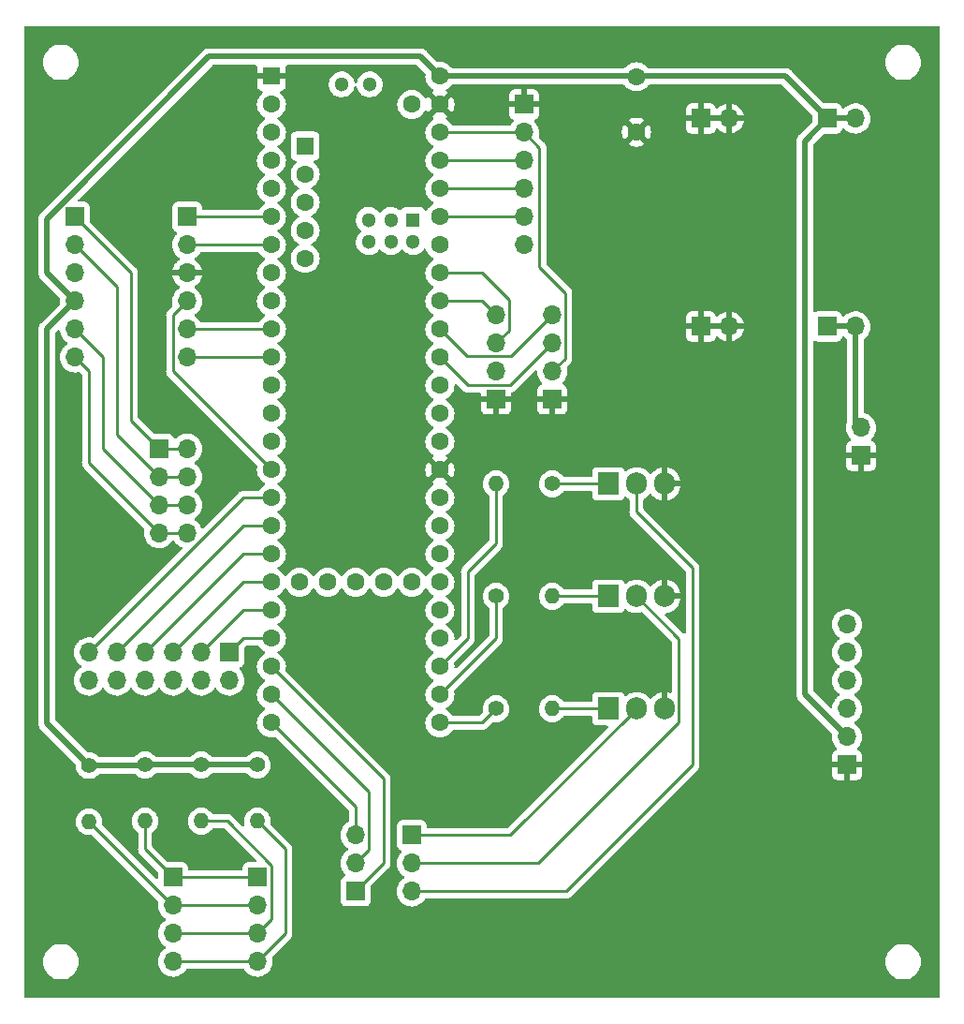
<source format=gbr>
%TF.GenerationSoftware,KiCad,Pcbnew,(6.0.9)*%
%TF.CreationDate,2023-01-08T11:03:24-08:00*%
%TF.ProjectId,CNC_Foamcutter_Control_Board,434e435f-466f-4616-9d63-75747465725f,rev?*%
%TF.SameCoordinates,Original*%
%TF.FileFunction,Copper,L1,Top*%
%TF.FilePolarity,Positive*%
%FSLAX46Y46*%
G04 Gerber Fmt 4.6, Leading zero omitted, Abs format (unit mm)*
G04 Created by KiCad (PCBNEW (6.0.9)) date 2023-01-08 11:03:24*
%MOMM*%
%LPD*%
G01*
G04 APERTURE LIST*
%TA.AperFunction,ComponentPad*%
%ADD10O,1.700000X1.700000*%
%TD*%
%TA.AperFunction,ComponentPad*%
%ADD11R,1.700000X1.700000*%
%TD*%
%TA.AperFunction,ComponentPad*%
%ADD12C,1.600000*%
%TD*%
%TA.AperFunction,ComponentPad*%
%ADD13C,1.400000*%
%TD*%
%TA.AperFunction,ComponentPad*%
%ADD14O,1.400000X1.400000*%
%TD*%
%TA.AperFunction,ComponentPad*%
%ADD15R,1.905000X2.000000*%
%TD*%
%TA.AperFunction,ComponentPad*%
%ADD16O,1.905000X2.000000*%
%TD*%
%TA.AperFunction,ComponentPad*%
%ADD17R,1.600000X1.600000*%
%TD*%
%TA.AperFunction,ComponentPad*%
%ADD18R,1.300000X1.300000*%
%TD*%
%TA.AperFunction,ComponentPad*%
%ADD19C,1.300000*%
%TD*%
%TA.AperFunction,Conductor*%
%ADD20C,0.500000*%
%TD*%
%TA.AperFunction,Conductor*%
%ADD21C,0.250000*%
%TD*%
G04 APERTURE END LIST*
D10*
%TO.P,J15,4,Pin_4*%
%TO.N,Net-(U1-Pad40)*%
X139700000Y-81270000D03*
%TO.P,J15,3,Pin_3*%
%TO.N,Net-(U1-Pad41)*%
X139700000Y-83810000D03*
%TO.P,J15,2,Pin_2*%
%TO.N,+3V3*%
X139700000Y-86350000D03*
D11*
%TO.P,J15,1,Pin_1*%
%TO.N,GND*%
X139700000Y-88890000D03*
%TD*%
D10*
%TO.P,J17,12,Pin_12*%
%TO.N,Net-(J17-Pad12)*%
X102870000Y-114295000D03*
%TO.P,J17,11,Pin_11*%
%TO.N,Net-(J17-Pad11)*%
X105410000Y-114295000D03*
%TO.P,J17,10,Pin_10*%
%TO.N,Net-(J17-Pad10)*%
X107950000Y-114295000D03*
%TO.P,J17,9,Pin_9*%
%TO.N,Net-(J17-Pad9)*%
X110490000Y-114295000D03*
%TO.P,J17,8,Pin_8*%
%TO.N,Net-(J17-Pad8)*%
X113030000Y-114295000D03*
%TO.P,J17,7,Pin_7*%
%TO.N,Net-(J17-Pad7)*%
X115570000Y-114295000D03*
%TO.P,J17,6,Pin_6*%
%TO.N,Net-(U1-Pad16)*%
X102870000Y-111755000D03*
%TO.P,J17,5,Pin_5*%
%TO.N,Net-(U1-Pad17)*%
X105410000Y-111755000D03*
%TO.P,J17,4,Pin_4*%
%TO.N,Net-(U1-Pad18)*%
X107950000Y-111755000D03*
%TO.P,J17,3,Pin_3*%
%TO.N,Net-(U1-Pad19)*%
X110490000Y-111755000D03*
%TO.P,J17,2,Pin_2*%
%TO.N,Net-(U1-Pad20)*%
X113030000Y-111755000D03*
D11*
%TO.P,J17,1,Pin_1*%
%TO.N,Net-(U1-Pad21)*%
X115570000Y-111755000D03*
%TD*%
D10*
%TO.P,J16,4,Pin_4*%
%TO.N,Net-(U1-Pad39)*%
X144780000Y-81270000D03*
%TO.P,J16,3,Pin_3*%
%TO.N,Net-(U1-Pad38)*%
X144780000Y-83810000D03*
%TO.P,J16,2,Pin_2*%
%TO.N,+3V3*%
X144780000Y-86350000D03*
D11*
%TO.P,J16,1,Pin_1*%
%TO.N,GND*%
X144780000Y-88890000D03*
%TD*%
D12*
%TO.P,C1,1*%
%TO.N,+5V*%
X152400000Y-59730000D03*
%TO.P,C1,2*%
%TO.N,GND*%
X152400000Y-64730000D03*
%TD*%
D11*
%TO.P,J10,1,Pin_1*%
%TO.N,Net-(J9-Pad1)*%
X109215000Y-93345000D03*
D10*
%TO.P,J10,2,Pin_2*%
X111755000Y-93345000D03*
%TO.P,J10,3,Pin_3*%
%TO.N,Net-(J9-Pad2)*%
X109215000Y-95885000D03*
%TO.P,J10,4,Pin_4*%
X111755000Y-95885000D03*
%TO.P,J10,5,Pin_5*%
%TO.N,Net-(J9-Pad5)*%
X109215000Y-98425000D03*
%TO.P,J10,6,Pin_6*%
X111755000Y-98425000D03*
%TO.P,J10,7,Pin_7*%
%TO.N,Net-(J9-Pad6)*%
X109215000Y-100965000D03*
%TO.P,J10,8,Pin_8*%
X111755000Y-100965000D03*
%TD*%
D11*
%TO.P,J12,1,Pin_1*%
%TO.N,GND*%
X171450000Y-121920000D03*
D10*
%TO.P,J12,2,Pin_2*%
%TO.N,+5V*%
X171450000Y-119380000D03*
%TO.P,J12,3,Pin_3*%
%TO.N,Net-(U1-Pad14)*%
X171450000Y-116840000D03*
%TO.P,J12,4,Pin_4*%
%TO.N,Net-(U1-Pad13)*%
X171450000Y-114300000D03*
%TO.P,J12,5,Pin_5*%
%TO.N,Net-(U1-Pad35)*%
X171450000Y-111760000D03*
%TO.P,J12,6,Pin_6*%
%TO.N,Net-(U1-Pad12)*%
X171450000Y-109220000D03*
%TD*%
D11*
%TO.P,J11,1,Pin_1*%
%TO.N,Net-(J11-Pad1)*%
X127000000Y-133335000D03*
D10*
%TO.P,J11,2,Pin_2*%
%TO.N,Net-(J11-Pad2)*%
X127000000Y-130795000D03*
%TO.P,J11,3,Pin_3*%
%TO.N,Net-(J11-Pad3)*%
X127000000Y-128255000D03*
%TD*%
D11*
%TO.P,J7,1,Pin_1*%
%TO.N,Net-(J7-Pad1)*%
X132080000Y-128270000D03*
D10*
%TO.P,J7,2,Pin_2*%
%TO.N,Net-(J7-Pad2)*%
X132080000Y-130810000D03*
%TO.P,J7,3,Pin_3*%
%TO.N,Net-(J7-Pad3)*%
X132080000Y-133350000D03*
%TD*%
D13*
%TO.P,R3,1*%
%TO.N,+5V*%
X113030000Y-121920000D03*
D14*
%TO.P,R3,2*%
%TO.N,Net-(J14-Pad3)*%
X113030000Y-127000000D03*
%TD*%
D13*
%TO.P,R6,1*%
%TO.N,Net-(R6-Pad1)*%
X139700000Y-106680000D03*
D14*
%TO.P,R6,2*%
%TO.N,Net-(Q2-Pad1)*%
X144780000Y-106680000D03*
%TD*%
D10*
%TO.P,J3,2,Pin_2*%
%TO.N,GND*%
X160790000Y-82296000D03*
D11*
%TO.P,J3,1,Pin_1*%
X158250000Y-82296000D03*
%TD*%
D10*
%TO.P,J2,2,Pin_2*%
%TO.N,Net-(J2-Pad1)*%
X172212000Y-82296000D03*
D11*
%TO.P,J2,1,Pin_1*%
X169672000Y-82296000D03*
%TD*%
%TO.P,J9,1,Pin_1*%
%TO.N,Net-(J9-Pad1)*%
X101600000Y-72390000D03*
D10*
%TO.P,J9,2,Pin_2*%
%TO.N,Net-(J9-Pad2)*%
X101600000Y-74930000D03*
%TO.P,J9,3,Pin_3*%
%TO.N,unconnected-(J9-Pad3)*%
X101600000Y-77470000D03*
%TO.P,J9,4,Pin_4*%
%TO.N,+5V*%
X101600000Y-80010000D03*
%TO.P,J9,5,Pin_5*%
%TO.N,Net-(J9-Pad5)*%
X101600000Y-82550000D03*
%TO.P,J9,6,Pin_6*%
%TO.N,Net-(J9-Pad6)*%
X101600000Y-85090000D03*
%TD*%
D11*
%TO.P,J6,1,Pin_1*%
%TO.N,GND*%
X142240000Y-62230000D03*
D10*
%TO.P,J6,2,Pin_2*%
%TO.N,+3V3*%
X142240000Y-64770000D03*
%TO.P,J6,3,Pin_3*%
%TO.N,Net-(J6-Pad3)*%
X142240000Y-67310000D03*
%TO.P,J6,4,Pin_4*%
%TO.N,Net-(J6-Pad4)*%
X142240000Y-69850000D03*
%TO.P,J6,5,Pin_5*%
%TO.N,Net-(J6-Pad5)*%
X142240000Y-72390000D03*
%TO.P,J6,6,Pin_6*%
%TO.N,unconnected-(J6-Pad6)*%
X142240000Y-74930000D03*
%TD*%
D13*
%TO.P,R7,1*%
%TO.N,Net-(Q3-Pad1)*%
X144780000Y-96520000D03*
D14*
%TO.P,R7,2*%
%TO.N,Net-(R7-Pad2)*%
X139700000Y-96520000D03*
%TD*%
D10*
%TO.P,J5,2,Pin_2*%
%TO.N,GND*%
X160790000Y-63500000D03*
D11*
%TO.P,J5,1,Pin_1*%
X158250000Y-63500000D03*
%TD*%
%TO.P,J8,1,Pin_1*%
%TO.N,Net-(J8-Pad1)*%
X111760000Y-72390000D03*
D10*
%TO.P,J8,2,Pin_2*%
%TO.N,Net-(J8-Pad2)*%
X111760000Y-74930000D03*
%TO.P,J8,3,Pin_3*%
%TO.N,GND*%
X111760000Y-77470000D03*
%TO.P,J8,4,Pin_4*%
%TO.N,Net-(J8-Pad4)*%
X111760000Y-80010000D03*
%TO.P,J8,5,Pin_5*%
%TO.N,Net-(J8-Pad5)*%
X111760000Y-82550000D03*
%TO.P,J8,6,Pin_6*%
%TO.N,Net-(J8-Pad6)*%
X111760000Y-85090000D03*
%TD*%
%TO.P,J4,2,Pin_2*%
%TO.N,+5V*%
X172220000Y-63500000D03*
D11*
%TO.P,J4,1,Pin_1*%
X169680000Y-63500000D03*
%TD*%
%TO.P,J13,1,Pin_1*%
%TO.N,Net-(J14-Pad1)*%
X110490000Y-132080000D03*
D10*
%TO.P,J13,2,Pin_2*%
%TO.N,Net-(J14-Pad2)*%
X110490000Y-134620000D03*
%TO.P,J13,3,Pin_3*%
%TO.N,Net-(J14-Pad3)*%
X110490000Y-137160000D03*
%TO.P,J13,4,Pin_4*%
%TO.N,Net-(J14-Pad4)*%
X110490000Y-139700000D03*
%TD*%
D13*
%TO.P,R4,1*%
%TO.N,+5V*%
X118110000Y-121920000D03*
D14*
%TO.P,R4,2*%
%TO.N,Net-(J14-Pad4)*%
X118110000Y-127000000D03*
%TD*%
D13*
%TO.P,R1,1*%
%TO.N,+5V*%
X107950000Y-121920000D03*
D14*
%TO.P,R1,2*%
%TO.N,Net-(J14-Pad1)*%
X107950000Y-127000000D03*
%TD*%
D15*
%TO.P,Q2,1,G*%
%TO.N,Net-(Q2-Pad1)*%
X149860000Y-106680000D03*
D16*
%TO.P,Q2,2,D*%
%TO.N,Net-(J7-Pad2)*%
X152400000Y-106680000D03*
%TO.P,Q2,3,S*%
%TO.N,GND*%
X154940000Y-106680000D03*
%TD*%
D15*
%TO.P,Q3,1,G*%
%TO.N,Net-(Q3-Pad1)*%
X149860000Y-96520000D03*
D16*
%TO.P,Q3,2,D*%
%TO.N,Net-(J7-Pad3)*%
X152400000Y-96520000D03*
%TO.P,Q3,3,S*%
%TO.N,GND*%
X154940000Y-96520000D03*
%TD*%
D11*
%TO.P,J1,1,Pin_1*%
%TO.N,GND*%
X172720000Y-93980000D03*
D10*
%TO.P,J1,2,Pin_2*%
%TO.N,Net-(J2-Pad1)*%
X172720000Y-91440000D03*
%TD*%
D15*
%TO.P,Q1,1,G*%
%TO.N,Net-(Q1-Pad1)*%
X149860000Y-116840000D03*
D16*
%TO.P,Q1,2,D*%
%TO.N,Net-(J7-Pad1)*%
X152400000Y-116840000D03*
%TO.P,Q1,3,S*%
%TO.N,GND*%
X154940000Y-116840000D03*
%TD*%
D13*
%TO.P,R5,1*%
%TO.N,Net-(R5-Pad1)*%
X139700000Y-116840000D03*
D14*
%TO.P,R5,2*%
%TO.N,Net-(Q1-Pad1)*%
X144780000Y-116840000D03*
%TD*%
D17*
%TO.P,U1,1,GND*%
%TO.N,GND*%
X119380000Y-59690000D03*
D12*
%TO.P,U1,2,0_RX1_CRX2_CS1*%
%TO.N,unconnected-(U1-Pad2)*%
X119380000Y-62230000D03*
%TO.P,U1,3,1_TX1_CTX2_MISO1*%
%TO.N,unconnected-(U1-Pad3)*%
X119380000Y-64770000D03*
%TO.P,U1,4,2_OUT2*%
%TO.N,unconnected-(U1-Pad4)*%
X119380000Y-67310000D03*
%TO.P,U1,5,3_LRCLK2*%
%TO.N,unconnected-(U1-Pad5)*%
X119380000Y-69850000D03*
%TO.P,U1,6,4_BCLK2*%
%TO.N,Net-(J8-Pad1)*%
X119380000Y-72390000D03*
%TO.P,U1,7,5_IN2*%
%TO.N,Net-(J8-Pad2)*%
X119380000Y-74930000D03*
%TO.P,U1,8,6_OUT1D*%
%TO.N,unconnected-(U1-Pad8)*%
X119380000Y-77470000D03*
%TO.P,U1,9,7_RX2_OUT1A*%
%TO.N,unconnected-(U1-Pad9)*%
X119380000Y-80010000D03*
%TO.P,U1,10,8_TX2_IN1*%
%TO.N,Net-(J8-Pad5)*%
X119380000Y-82550000D03*
%TO.P,U1,11,9_OUT1C*%
%TO.N,Net-(J8-Pad6)*%
X119380000Y-85090000D03*
%TO.P,U1,12,10_CS_MQSR*%
%TO.N,Net-(U1-Pad12)*%
X119380000Y-87630000D03*
%TO.P,U1,13,11_MOSI_CTX1*%
%TO.N,Net-(U1-Pad13)*%
X119380000Y-90170000D03*
%TO.P,U1,14,12_MISO_MQSL*%
%TO.N,Net-(U1-Pad14)*%
X119380000Y-92710000D03*
%TO.P,U1,15,3V3*%
%TO.N,Net-(J8-Pad4)*%
X119380000Y-95250000D03*
%TO.P,U1,16,24_A10_TX6_SCL2*%
%TO.N,Net-(U1-Pad16)*%
X119380000Y-97790000D03*
%TO.P,U1,17,25_A11_RX6_SDA2*%
%TO.N,Net-(U1-Pad17)*%
X119380000Y-100330000D03*
%TO.P,U1,18,26_A12_MOSI1*%
%TO.N,Net-(U1-Pad18)*%
X119380000Y-102870000D03*
%TO.P,U1,19,27_A13_SCK1*%
%TO.N,Net-(U1-Pad19)*%
X119380000Y-105410000D03*
%TO.P,U1,20,28_RX7*%
%TO.N,Net-(U1-Pad20)*%
X119380000Y-107950000D03*
%TO.P,U1,21,29_TX7*%
%TO.N,Net-(U1-Pad21)*%
X119380000Y-110490000D03*
%TO.P,U1,22,30_CRX3*%
%TO.N,Net-(J11-Pad1)*%
X119380000Y-113030000D03*
%TO.P,U1,23,31_CTX3*%
%TO.N,Net-(J11-Pad2)*%
X119380000Y-115570000D03*
%TO.P,U1,24,32_OUT1B*%
%TO.N,Net-(J11-Pad3)*%
X119380000Y-118110000D03*
%TO.P,U1,25,33_MCLK2*%
%TO.N,Net-(R5-Pad1)*%
X134620000Y-118110000D03*
%TO.P,U1,26,34_RX8*%
%TO.N,Net-(R6-Pad1)*%
X134620000Y-115570000D03*
%TO.P,U1,27,35_TX8*%
%TO.N,Net-(R7-Pad2)*%
X134620000Y-113030000D03*
%TO.P,U1,28,36_CS*%
%TO.N,Net-(J17-Pad7)*%
X134620000Y-110490000D03*
%TO.P,U1,29,37_CS*%
%TO.N,Net-(J17-Pad8)*%
X134620000Y-107950000D03*
%TO.P,U1,30,38_CS1_IN1*%
%TO.N,Net-(J17-Pad9)*%
X134620000Y-105410000D03*
%TO.P,U1,31,39_MISO1_OUT1A*%
%TO.N,Net-(J17-Pad10)*%
X134620000Y-102870000D03*
%TO.P,U1,32,40_A16*%
%TO.N,Net-(J17-Pad11)*%
X134620000Y-100330000D03*
%TO.P,U1,33,41_A17*%
%TO.N,Net-(J17-Pad12)*%
X134620000Y-97790000D03*
%TO.P,U1,34,GND*%
%TO.N,GND*%
X134620000Y-95250000D03*
%TO.P,U1,35,13_SCK_LED*%
%TO.N,Net-(U1-Pad35)*%
X134620000Y-92710000D03*
%TO.P,U1,36,14_A0_TX3_SPDIF_OUT*%
%TO.N,unconnected-(U1-Pad36)*%
X134620000Y-90170000D03*
%TO.P,U1,37,15_A1_RX3_SPDIF_IN*%
%TO.N,unconnected-(U1-Pad37)*%
X134620000Y-87630000D03*
%TO.P,U1,38,16_A2_RX4_SCL1*%
%TO.N,Net-(U1-Pad38)*%
X134620000Y-85090000D03*
%TO.P,U1,39,17_A3_TX4_SDA1*%
%TO.N,Net-(U1-Pad39)*%
X134620000Y-82550000D03*
%TO.P,U1,40,18_A4_SDA*%
%TO.N,Net-(U1-Pad40)*%
X134620000Y-80010000D03*
%TO.P,U1,41,19_A5_SCL*%
%TO.N,Net-(U1-Pad41)*%
X134620000Y-77470000D03*
%TO.P,U1,42,20_A6_TX5_LRCLK1*%
%TO.N,unconnected-(U1-Pad42)*%
X134620000Y-74930000D03*
%TO.P,U1,43,21_A7_RX5_BCLK1*%
%TO.N,Net-(J6-Pad5)*%
X134620000Y-72390000D03*
%TO.P,U1,44,22_A8_CTX1*%
%TO.N,Net-(J6-Pad4)*%
X134620000Y-69850000D03*
%TO.P,U1,45,23_A9_CRX1_MCLK1*%
%TO.N,Net-(J6-Pad3)*%
X134620000Y-67310000D03*
%TO.P,U1,46,3V3*%
%TO.N,+3V3*%
X134620000Y-64770000D03*
%TO.P,U1,47,GND*%
%TO.N,GND*%
X134620000Y-62230000D03*
%TO.P,U1,48,VIN*%
%TO.N,+5V*%
X134620000Y-59690000D03*
%TO.P,U1,49,VUSB*%
%TO.N,unconnected-(U1-Pad49)*%
X132080000Y-62230000D03*
%TO.P,U1,50,VBAT*%
%TO.N,unconnected-(U1-Pad50)*%
X121920000Y-105410000D03*
%TO.P,U1,51,3V3*%
%TO.N,unconnected-(U1-Pad51)*%
X124460000Y-105410000D03*
%TO.P,U1,52,GND*%
%TO.N,unconnected-(U1-Pad52)*%
X127000000Y-105410000D03*
%TO.P,U1,53,PROGRAM*%
%TO.N,unconnected-(U1-Pad53)*%
X129540000Y-105410000D03*
%TO.P,U1,54,ON_OFF*%
%TO.N,unconnected-(U1-Pad54)*%
X132080000Y-105410000D03*
D17*
%TO.P,U1,55,5V*%
%TO.N,unconnected-(U1-Pad55)*%
X122430800Y-65989200D03*
D12*
%TO.P,U1,56,D-*%
%TO.N,unconnected-(U1-Pad56)*%
X122430800Y-68529200D03*
%TO.P,U1,57,D+*%
%TO.N,unconnected-(U1-Pad57)*%
X122430800Y-71069200D03*
%TO.P,U1,58,GND*%
%TO.N,unconnected-(U1-Pad58)*%
X122430800Y-73609200D03*
%TO.P,U1,59,GND*%
%TO.N,unconnected-(U1-Pad59)*%
X122430800Y-76149200D03*
D18*
%TO.P,U1,60,R+*%
%TO.N,unconnected-(U1-Pad60)*%
X132181600Y-72660000D03*
D19*
%TO.P,U1,61,LED*%
%TO.N,unconnected-(U1-Pad61)*%
X130181600Y-72660000D03*
%TO.P,U1,62,T-*%
%TO.N,unconnected-(U1-Pad62)*%
X128181600Y-72660000D03*
%TO.P,U1,63,T+*%
%TO.N,unconnected-(U1-Pad63)*%
X128181600Y-74660000D03*
%TO.P,U1,64,GND*%
%TO.N,unconnected-(U1-Pad64)*%
X130181600Y-74660000D03*
%TO.P,U1,65,R-*%
%TO.N,unconnected-(U1-Pad65)*%
X132181600Y-74660000D03*
%TO.P,U1,66,D-*%
%TO.N,unconnected-(U1-Pad66)*%
X128270000Y-60420000D03*
%TO.P,U1,67,D+*%
%TO.N,unconnected-(U1-Pad67)*%
X125730000Y-60420000D03*
%TD*%
D13*
%TO.P,R2,1*%
%TO.N,+5V*%
X102870000Y-121970000D03*
D14*
%TO.P,R2,2*%
%TO.N,Net-(J14-Pad2)*%
X102870000Y-127050000D03*
%TD*%
D11*
%TO.P,J14,1,Pin_1*%
%TO.N,Net-(J14-Pad1)*%
X118110000Y-132080000D03*
D10*
%TO.P,J14,2,Pin_2*%
%TO.N,Net-(J14-Pad2)*%
X118110000Y-134620000D03*
%TO.P,J14,3,Pin_3*%
%TO.N,Net-(J14-Pad3)*%
X118110000Y-137160000D03*
%TO.P,J14,4,Pin_4*%
%TO.N,Net-(J14-Pad4)*%
X118110000Y-139700000D03*
%TD*%
D20*
%TO.N,+5V*%
X99060000Y-77470000D02*
X101600000Y-80010000D01*
X99060000Y-72580000D02*
X99060000Y-77470000D01*
X132842000Y-57912000D02*
X113728000Y-57912000D01*
X113728000Y-57912000D02*
X99060000Y-72580000D01*
X134620000Y-59690000D02*
X132842000Y-57912000D01*
%TO.N,Net-(J2-Pad1)*%
X172212000Y-82296000D02*
X169672000Y-82296000D01*
X172212000Y-82296000D02*
X172220000Y-82304000D01*
X172220000Y-82304000D02*
X172220000Y-90940000D01*
D21*
X172220000Y-90940000D02*
X172720000Y-91440000D01*
%TO.N,+3V3*%
X145955000Y-85175000D02*
X144780000Y-86350000D01*
X143605000Y-76930000D02*
X145955000Y-79280000D01*
X142240000Y-64770000D02*
X143605000Y-66135000D01*
X143605000Y-66135000D02*
X143605000Y-76930000D01*
X145955000Y-79280000D02*
X145955000Y-85175000D01*
%TO.N,Net-(U1-Pad38)*%
X137160000Y-87630000D02*
X134620000Y-85090000D01*
X140970000Y-87630000D02*
X137160000Y-87630000D01*
X140970000Y-87620000D02*
X140970000Y-87630000D01*
X144780000Y-83810000D02*
X140970000Y-87620000D01*
%TO.N,Net-(U1-Pad39)*%
X141065000Y-84985000D02*
X144780000Y-81270000D01*
X137055000Y-84985000D02*
X141065000Y-84985000D01*
X134620000Y-82550000D02*
X137055000Y-84985000D01*
%TO.N,Net-(U1-Pad40)*%
X138440000Y-80010000D02*
X134620000Y-80010000D01*
X139700000Y-81270000D02*
X138440000Y-80010000D01*
%TO.N,Net-(U1-Pad41)*%
X140875000Y-79915000D02*
X138430000Y-77470000D01*
X140875000Y-82635000D02*
X140875000Y-79915000D01*
X138430000Y-77470000D02*
X134620000Y-77470000D01*
X139700000Y-83810000D02*
X140875000Y-82635000D01*
%TO.N,Net-(U1-Pad16)*%
X116840000Y-97790000D02*
X118745000Y-97790000D01*
X102870000Y-111760000D02*
X116840000Y-97790000D01*
%TO.N,Net-(J9-Pad6)*%
X109220000Y-100965000D02*
X111760000Y-100965000D01*
%TO.N,Net-(J9-Pad5)*%
X109220000Y-98425000D02*
X111760000Y-98425000D01*
%TO.N,Net-(J9-Pad2)*%
X109220000Y-95885000D02*
X111760000Y-95885000D01*
%TO.N,Net-(J9-Pad1)*%
X109220000Y-93345000D02*
X111760000Y-93345000D01*
%TO.N,Net-(U1-Pad17)*%
X116841396Y-100330000D02*
X119380000Y-100330000D01*
X105411396Y-111760000D02*
X116841396Y-100330000D01*
X105410000Y-111760000D02*
X105411396Y-111760000D01*
%TO.N,Net-(J9-Pad6)*%
X102870000Y-94615000D02*
X109220000Y-100965000D01*
X102870000Y-86360000D02*
X102870000Y-94615000D01*
X101600000Y-85090000D02*
X102870000Y-86360000D01*
%TO.N,Net-(J9-Pad5)*%
X104140000Y-85090000D02*
X101600000Y-82550000D01*
X104140000Y-93345000D02*
X104140000Y-85090000D01*
X109220000Y-98425000D02*
X104140000Y-93345000D01*
%TO.N,Net-(J9-Pad2)*%
X105410000Y-92075000D02*
X105410000Y-78740000D01*
X105410000Y-78740000D02*
X101600000Y-74930000D01*
X109220000Y-95885000D02*
X105410000Y-92075000D01*
%TO.N,Net-(J9-Pad1)*%
X106680000Y-90805000D02*
X109220000Y-93345000D01*
X106680000Y-77470000D02*
X106680000Y-90805000D01*
X101600000Y-72390000D02*
X106680000Y-77470000D01*
%TO.N,Net-(U1-Pad18)*%
X107950000Y-111760000D02*
X116840000Y-102870000D01*
X116840000Y-102870000D02*
X119380000Y-102870000D01*
%TO.N,Net-(U1-Pad21)*%
X116840000Y-110490000D02*
X119380000Y-110490000D01*
X115570000Y-111760000D02*
X116840000Y-110490000D01*
%TO.N,Net-(U1-Pad16)*%
X118743604Y-97790000D02*
X119380000Y-97790000D01*
%TO.N,Net-(U1-Pad19)*%
X116840000Y-105410000D02*
X119380000Y-105410000D01*
X110490000Y-111760000D02*
X116840000Y-105410000D01*
%TO.N,Net-(U1-Pad20)*%
X116840000Y-107950000D02*
X119380000Y-107950000D01*
X113030000Y-111760000D02*
X116840000Y-107950000D01*
D20*
%TO.N,+5V*%
X99060000Y-118160000D02*
X102870000Y-121970000D01*
X99060000Y-82550000D02*
X99060000Y-118160000D01*
X101600000Y-80010000D02*
X99060000Y-82550000D01*
D21*
%TO.N,Net-(J14-Pad4)*%
X120650000Y-137160000D02*
X118110000Y-139700000D01*
X120650000Y-129540000D02*
X120650000Y-137160000D01*
X118110000Y-127000000D02*
X120650000Y-129540000D01*
%TO.N,Net-(J14-Pad3)*%
X119380000Y-131000000D02*
X119380000Y-135890000D01*
X115380000Y-127000000D02*
X119380000Y-131000000D01*
X119380000Y-135890000D02*
X118110000Y-137160000D01*
X113030000Y-127000000D02*
X115380000Y-127000000D01*
%TO.N,Net-(J14-Pad1)*%
X107950000Y-129540000D02*
X110490000Y-132080000D01*
X107950000Y-127000000D02*
X107950000Y-129540000D01*
%TO.N,Net-(J14-Pad2)*%
X102870000Y-127050000D02*
X110440000Y-134620000D01*
X110440000Y-134620000D02*
X110490000Y-134620000D01*
D20*
%TO.N,+5V*%
X102870000Y-121970000D02*
X107900000Y-121970000D01*
X107950000Y-121920000D02*
X113030000Y-121920000D01*
X113030000Y-121920000D02*
X118110000Y-121920000D01*
D21*
X107900000Y-121970000D02*
X107950000Y-121920000D01*
D20*
X167640000Y-65540000D02*
X169680000Y-63500000D01*
X167640000Y-115570000D02*
X167640000Y-65540000D01*
X171450000Y-119380000D02*
X167640000Y-115570000D01*
X152400000Y-59690000D02*
X165870000Y-59690000D01*
X134620000Y-59690000D02*
X152400000Y-59690000D01*
X165870000Y-59690000D02*
X169680000Y-63500000D01*
D21*
%TO.N,Net-(J11-Pad1)*%
X129540000Y-123190000D02*
X119380000Y-113030000D01*
X129540000Y-130795000D02*
X129540000Y-123190000D01*
X127000000Y-133335000D02*
X129540000Y-130795000D01*
%TO.N,Net-(J11-Pad2)*%
X128175000Y-124365000D02*
X119380000Y-115570000D01*
X128175000Y-129620000D02*
X128175000Y-124365000D01*
X127000000Y-130795000D02*
X128175000Y-129620000D01*
%TO.N,Net-(J11-Pad3)*%
X127000000Y-125730000D02*
X119380000Y-118110000D01*
X127000000Y-128255000D02*
X127000000Y-125730000D01*
%TO.N,Net-(J7-Pad3)*%
X146050000Y-133350000D02*
X132080000Y-133350000D01*
X157480000Y-104140000D02*
X157480000Y-121920000D01*
X152400000Y-99060000D02*
X157480000Y-104140000D01*
X157480000Y-121920000D02*
X146050000Y-133350000D01*
X152400000Y-96520000D02*
X152400000Y-99060000D01*
%TO.N,Net-(J7-Pad2)*%
X132080000Y-130810000D02*
X143510000Y-130810000D01*
X156217500Y-118102500D02*
X143510000Y-130810000D01*
X156217500Y-110497500D02*
X156217500Y-118102500D01*
X152400000Y-106680000D02*
X156217500Y-110497500D01*
%TO.N,Net-(J7-Pad1)*%
X140985000Y-128270000D02*
X152400000Y-116855000D01*
X132080000Y-128270000D02*
X140985000Y-128270000D01*
D20*
%TO.N,+5V*%
X172220000Y-63500000D02*
X169680000Y-63500000D01*
D21*
%TO.N,Net-(J8-Pad1)*%
X111760000Y-72390000D02*
X119380000Y-72390000D01*
%TO.N,Net-(J8-Pad2)*%
X111760000Y-74930000D02*
X119380000Y-74930000D01*
%TO.N,Net-(J8-Pad4)*%
X110490000Y-86360000D02*
X110490000Y-81280000D01*
X110490000Y-81280000D02*
X111760000Y-80010000D01*
X119380000Y-95250000D02*
X110490000Y-86360000D01*
%TO.N,Net-(J8-Pad5)*%
X111760000Y-82550000D02*
X119380000Y-82550000D01*
%TO.N,Net-(J8-Pad6)*%
X111760000Y-85090000D02*
X119380000Y-85090000D01*
%TO.N,+3V3*%
X142240000Y-64770000D02*
X134620000Y-64770000D01*
%TO.N,Net-(J6-Pad3)*%
X142240000Y-67310000D02*
X134620000Y-67310000D01*
%TO.N,Net-(J6-Pad4)*%
X142240000Y-69850000D02*
X134620000Y-69850000D01*
%TO.N,Net-(J6-Pad5)*%
X142240000Y-72390000D02*
X134620000Y-72390000D01*
%TO.N,Net-(J14-Pad1)*%
X110490000Y-132080000D02*
X118110000Y-132080000D01*
%TO.N,Net-(J14-Pad2)*%
X110490000Y-134620000D02*
X118110000Y-134620000D01*
%TO.N,Net-(J14-Pad3)*%
X110490000Y-137160000D02*
X118110000Y-137160000D01*
%TO.N,Net-(J14-Pad4)*%
X110490000Y-139700000D02*
X118110000Y-139700000D01*
%TO.N,Net-(Q2-Pad1)*%
X149860000Y-106680000D02*
X144780000Y-106680000D01*
%TO.N,Net-(Q1-Pad1)*%
X149860000Y-116840000D02*
X144780000Y-116840000D01*
%TO.N,Net-(R6-Pad1)*%
X139700000Y-106680000D02*
X139700000Y-110490000D01*
X139700000Y-110490000D02*
X134620000Y-115570000D01*
%TO.N,Net-(R5-Pad1)*%
X138430000Y-118110000D02*
X134620000Y-118110000D01*
X139700000Y-116840000D02*
X138430000Y-118110000D01*
%TO.N,Net-(R7-Pad2)*%
X139700000Y-101920991D02*
X137160000Y-104460991D01*
X139700000Y-96520000D02*
X139700000Y-101920991D01*
X137160000Y-110490000D02*
X134620000Y-113030000D01*
%TO.N,Net-(Q3-Pad1)*%
X149860000Y-96520000D02*
X144780000Y-96520000D01*
%TO.N,Net-(R7-Pad2)*%
X137160000Y-104460991D02*
X137160000Y-110490000D01*
%TD*%
%TA.AperFunction,Conductor*%
%TO.N,GND*%
G36*
X179773621Y-55138502D02*
G01*
X179820114Y-55192158D01*
X179831500Y-55244500D01*
X179831500Y-142875500D01*
X179811498Y-142943621D01*
X179757842Y-142990114D01*
X179705500Y-143001500D01*
X97154500Y-143001500D01*
X97086379Y-142981498D01*
X97039886Y-142927842D01*
X97028500Y-142875500D01*
X97028500Y-139700000D01*
X98716526Y-139700000D01*
X98736391Y-139952403D01*
X98737545Y-139957210D01*
X98737546Y-139957216D01*
X98746143Y-139993023D01*
X98795495Y-140198591D01*
X98797388Y-140203162D01*
X98797389Y-140203164D01*
X98879782Y-140402077D01*
X98892384Y-140432502D01*
X99024672Y-140648376D01*
X99189102Y-140840898D01*
X99381624Y-141005328D01*
X99597498Y-141137616D01*
X99602068Y-141139509D01*
X99602072Y-141139511D01*
X99826836Y-141232611D01*
X99831409Y-141234505D01*
X99916032Y-141254821D01*
X100072784Y-141292454D01*
X100072790Y-141292455D01*
X100077597Y-141293609D01*
X100177416Y-141301465D01*
X100264345Y-141308307D01*
X100264352Y-141308307D01*
X100266801Y-141308500D01*
X100393199Y-141308500D01*
X100395648Y-141308307D01*
X100395655Y-141308307D01*
X100482584Y-141301465D01*
X100582403Y-141293609D01*
X100587210Y-141292455D01*
X100587216Y-141292454D01*
X100743968Y-141254821D01*
X100828591Y-141234505D01*
X100833164Y-141232611D01*
X101057928Y-141139511D01*
X101057932Y-141139509D01*
X101062502Y-141137616D01*
X101278376Y-141005328D01*
X101470898Y-140840898D01*
X101635328Y-140648376D01*
X101767616Y-140432502D01*
X101780219Y-140402077D01*
X101862611Y-140203164D01*
X101862612Y-140203162D01*
X101864505Y-140198591D01*
X101913857Y-139993023D01*
X101922454Y-139957216D01*
X101922455Y-139957210D01*
X101923609Y-139952403D01*
X101943474Y-139700000D01*
X101923609Y-139447597D01*
X101921687Y-139439588D01*
X101875204Y-139245974D01*
X101864505Y-139201409D01*
X101804485Y-139056507D01*
X101769511Y-138972072D01*
X101769509Y-138972068D01*
X101767616Y-138967498D01*
X101635328Y-138751624D01*
X101470898Y-138559102D01*
X101278376Y-138394672D01*
X101062502Y-138262384D01*
X101057932Y-138260491D01*
X101057928Y-138260489D01*
X100833164Y-138167389D01*
X100833162Y-138167388D01*
X100828591Y-138165495D01*
X100743968Y-138145179D01*
X100587216Y-138107546D01*
X100587210Y-138107545D01*
X100582403Y-138106391D01*
X100482584Y-138098535D01*
X100395655Y-138091693D01*
X100395648Y-138091693D01*
X100393199Y-138091500D01*
X100266801Y-138091500D01*
X100264352Y-138091693D01*
X100264345Y-138091693D01*
X100177416Y-138098535D01*
X100077597Y-138106391D01*
X100072790Y-138107545D01*
X100072784Y-138107546D01*
X99916032Y-138145179D01*
X99831409Y-138165495D01*
X99826838Y-138167388D01*
X99826836Y-138167389D01*
X99602072Y-138260489D01*
X99602068Y-138260491D01*
X99597498Y-138262384D01*
X99381624Y-138394672D01*
X99189102Y-138559102D01*
X99024672Y-138751624D01*
X98892384Y-138967498D01*
X98890491Y-138972068D01*
X98890489Y-138972072D01*
X98855515Y-139056507D01*
X98795495Y-139201409D01*
X98784796Y-139245974D01*
X98738314Y-139439588D01*
X98736391Y-139447597D01*
X98716526Y-139700000D01*
X97028500Y-139700000D01*
X97028500Y-127050000D01*
X101656884Y-127050000D01*
X101675314Y-127260655D01*
X101676738Y-127265968D01*
X101676738Y-127265970D01*
X101716647Y-127414910D01*
X101730044Y-127464910D01*
X101732366Y-127469891D01*
X101732367Y-127469892D01*
X101813043Y-127642901D01*
X101819411Y-127656558D01*
X101940699Y-127829776D01*
X102090224Y-127979301D01*
X102263442Y-128100589D01*
X102268420Y-128102910D01*
X102268423Y-128102912D01*
X102425296Y-128176063D01*
X102455090Y-128189956D01*
X102460398Y-128191378D01*
X102460400Y-128191379D01*
X102654030Y-128243262D01*
X102654032Y-128243262D01*
X102659345Y-128244686D01*
X102870000Y-128263116D01*
X103080655Y-128244686D01*
X103085971Y-128243262D01*
X103090563Y-128242452D01*
X103161123Y-128250321D01*
X103201539Y-128277443D01*
X109128922Y-134204826D01*
X109162948Y-134267138D01*
X109161244Y-134327592D01*
X109150989Y-134364570D01*
X109150441Y-134369700D01*
X109150440Y-134369704D01*
X109144713Y-134423297D01*
X109127251Y-134586695D01*
X109127548Y-134591848D01*
X109127548Y-134591851D01*
X109134424Y-134711097D01*
X109140110Y-134809715D01*
X109141247Y-134814761D01*
X109141248Y-134814767D01*
X109165304Y-134921508D01*
X109189222Y-135027639D01*
X109273266Y-135234616D01*
X109275965Y-135239020D01*
X109387291Y-135420688D01*
X109389987Y-135425088D01*
X109536250Y-135593938D01*
X109708126Y-135736632D01*
X109778595Y-135777811D01*
X109781445Y-135779476D01*
X109830169Y-135831114D01*
X109843240Y-135900897D01*
X109816509Y-135966669D01*
X109776055Y-136000027D01*
X109763607Y-136006507D01*
X109759474Y-136009610D01*
X109759471Y-136009612D01*
X109605709Y-136125060D01*
X109584965Y-136140635D01*
X109430629Y-136302138D01*
X109304743Y-136486680D01*
X109210688Y-136689305D01*
X109150989Y-136904570D01*
X109127251Y-137126695D01*
X109127548Y-137131848D01*
X109127548Y-137131851D01*
X109134717Y-137256179D01*
X109140110Y-137349715D01*
X109141247Y-137354761D01*
X109141248Y-137354767D01*
X109160235Y-137439017D01*
X109189222Y-137567639D01*
X109273266Y-137774616D01*
X109275965Y-137779020D01*
X109387291Y-137960688D01*
X109389987Y-137965088D01*
X109536250Y-138133938D01*
X109708126Y-138276632D01*
X109778595Y-138317811D01*
X109781445Y-138319476D01*
X109830169Y-138371114D01*
X109843240Y-138440897D01*
X109816509Y-138506669D01*
X109776055Y-138540027D01*
X109763607Y-138546507D01*
X109759474Y-138549610D01*
X109759471Y-138549612D01*
X109735247Y-138567800D01*
X109584965Y-138680635D01*
X109430629Y-138842138D01*
X109304743Y-139026680D01*
X109290898Y-139056507D01*
X109225760Y-139196836D01*
X109210688Y-139229305D01*
X109150989Y-139444570D01*
X109127251Y-139666695D01*
X109127548Y-139671848D01*
X109127548Y-139671851D01*
X109133011Y-139766590D01*
X109140110Y-139889715D01*
X109141247Y-139894761D01*
X109141248Y-139894767D01*
X109155322Y-139957216D01*
X109189222Y-140107639D01*
X109273266Y-140314616D01*
X109275965Y-140319020D01*
X109387291Y-140500688D01*
X109389987Y-140505088D01*
X109536250Y-140673938D01*
X109708126Y-140816632D01*
X109901000Y-140929338D01*
X110109692Y-141009030D01*
X110114760Y-141010061D01*
X110114763Y-141010062D01*
X110222017Y-141031883D01*
X110328597Y-141053567D01*
X110333772Y-141053757D01*
X110333774Y-141053757D01*
X110546673Y-141061564D01*
X110546677Y-141061564D01*
X110551837Y-141061753D01*
X110556957Y-141061097D01*
X110556959Y-141061097D01*
X110768288Y-141034025D01*
X110768289Y-141034025D01*
X110773416Y-141033368D01*
X110778366Y-141031883D01*
X110982429Y-140970661D01*
X110982434Y-140970659D01*
X110987384Y-140969174D01*
X111187994Y-140870896D01*
X111369860Y-140741173D01*
X111528096Y-140583489D01*
X111587594Y-140500689D01*
X111655435Y-140406277D01*
X111658453Y-140402077D01*
X111660746Y-140397437D01*
X111662446Y-140394608D01*
X111714674Y-140346518D01*
X111770451Y-140333500D01*
X116834274Y-140333500D01*
X116902395Y-140353502D01*
X116941707Y-140393665D01*
X117009987Y-140505088D01*
X117156250Y-140673938D01*
X117328126Y-140816632D01*
X117521000Y-140929338D01*
X117729692Y-141009030D01*
X117734760Y-141010061D01*
X117734763Y-141010062D01*
X117842017Y-141031883D01*
X117948597Y-141053567D01*
X117953772Y-141053757D01*
X117953774Y-141053757D01*
X118166673Y-141061564D01*
X118166677Y-141061564D01*
X118171837Y-141061753D01*
X118176957Y-141061097D01*
X118176959Y-141061097D01*
X118388288Y-141034025D01*
X118388289Y-141034025D01*
X118393416Y-141033368D01*
X118398366Y-141031883D01*
X118602429Y-140970661D01*
X118602434Y-140970659D01*
X118607384Y-140969174D01*
X118807994Y-140870896D01*
X118989860Y-140741173D01*
X119148096Y-140583489D01*
X119207594Y-140500689D01*
X119275435Y-140406277D01*
X119278453Y-140402077D01*
X119282145Y-140394608D01*
X119375136Y-140206453D01*
X119375137Y-140206451D01*
X119377430Y-140201811D01*
X119442370Y-139988069D01*
X119471529Y-139766590D01*
X119473156Y-139700000D01*
X174916526Y-139700000D01*
X174936391Y-139952403D01*
X174937545Y-139957210D01*
X174937546Y-139957216D01*
X174946143Y-139993023D01*
X174995495Y-140198591D01*
X174997388Y-140203162D01*
X174997389Y-140203164D01*
X175079782Y-140402077D01*
X175092384Y-140432502D01*
X175224672Y-140648376D01*
X175389102Y-140840898D01*
X175581624Y-141005328D01*
X175797498Y-141137616D01*
X175802068Y-141139509D01*
X175802072Y-141139511D01*
X176026836Y-141232611D01*
X176031409Y-141234505D01*
X176116032Y-141254821D01*
X176272784Y-141292454D01*
X176272790Y-141292455D01*
X176277597Y-141293609D01*
X176377416Y-141301465D01*
X176464345Y-141308307D01*
X176464352Y-141308307D01*
X176466801Y-141308500D01*
X176593199Y-141308500D01*
X176595648Y-141308307D01*
X176595655Y-141308307D01*
X176682584Y-141301465D01*
X176782403Y-141293609D01*
X176787210Y-141292455D01*
X176787216Y-141292454D01*
X176943968Y-141254821D01*
X177028591Y-141234505D01*
X177033164Y-141232611D01*
X177257928Y-141139511D01*
X177257932Y-141139509D01*
X177262502Y-141137616D01*
X177478376Y-141005328D01*
X177670898Y-140840898D01*
X177835328Y-140648376D01*
X177967616Y-140432502D01*
X177980219Y-140402077D01*
X178062611Y-140203164D01*
X178062612Y-140203162D01*
X178064505Y-140198591D01*
X178113857Y-139993023D01*
X178122454Y-139957216D01*
X178122455Y-139957210D01*
X178123609Y-139952403D01*
X178143474Y-139700000D01*
X178123609Y-139447597D01*
X178121687Y-139439588D01*
X178075204Y-139245974D01*
X178064505Y-139201409D01*
X178004485Y-139056507D01*
X177969511Y-138972072D01*
X177969509Y-138972068D01*
X177967616Y-138967498D01*
X177835328Y-138751624D01*
X177670898Y-138559102D01*
X177478376Y-138394672D01*
X177262502Y-138262384D01*
X177257932Y-138260491D01*
X177257928Y-138260489D01*
X177033164Y-138167389D01*
X177033162Y-138167388D01*
X177028591Y-138165495D01*
X176943968Y-138145179D01*
X176787216Y-138107546D01*
X176787210Y-138107545D01*
X176782403Y-138106391D01*
X176682584Y-138098535D01*
X176595655Y-138091693D01*
X176595648Y-138091693D01*
X176593199Y-138091500D01*
X176466801Y-138091500D01*
X176464352Y-138091693D01*
X176464345Y-138091693D01*
X176377416Y-138098535D01*
X176277597Y-138106391D01*
X176272790Y-138107545D01*
X176272784Y-138107546D01*
X176116032Y-138145179D01*
X176031409Y-138165495D01*
X176026838Y-138167388D01*
X176026836Y-138167389D01*
X175802072Y-138260489D01*
X175802068Y-138260491D01*
X175797498Y-138262384D01*
X175581624Y-138394672D01*
X175389102Y-138559102D01*
X175224672Y-138751624D01*
X175092384Y-138967498D01*
X175090491Y-138972068D01*
X175090489Y-138972072D01*
X175055515Y-139056507D01*
X174995495Y-139201409D01*
X174984796Y-139245974D01*
X174938314Y-139439588D01*
X174936391Y-139447597D01*
X174916526Y-139700000D01*
X119473156Y-139700000D01*
X119454852Y-139477361D01*
X119426821Y-139365765D01*
X119429625Y-139294823D01*
X119459930Y-139245974D01*
X121042247Y-137663657D01*
X121050537Y-137656113D01*
X121057018Y-137652000D01*
X121103659Y-137602332D01*
X121106413Y-137599491D01*
X121126134Y-137579770D01*
X121128612Y-137576575D01*
X121136318Y-137567553D01*
X121161158Y-137541101D01*
X121166586Y-137535321D01*
X121176346Y-137517568D01*
X121187199Y-137501045D01*
X121194753Y-137491306D01*
X121199613Y-137485041D01*
X121217176Y-137444457D01*
X121222383Y-137433827D01*
X121243695Y-137395060D01*
X121245666Y-137387383D01*
X121245668Y-137387378D01*
X121248732Y-137375442D01*
X121255138Y-137356730D01*
X121260034Y-137345417D01*
X121263181Y-137338145D01*
X121270097Y-137294481D01*
X121272504Y-137282860D01*
X121281528Y-137247711D01*
X121281528Y-137247710D01*
X121283500Y-137240030D01*
X121283500Y-137219769D01*
X121285051Y-137200058D01*
X121286979Y-137187885D01*
X121288219Y-137180057D01*
X121284059Y-137136046D01*
X121283500Y-137124189D01*
X121283500Y-129618763D01*
X121284027Y-129607579D01*
X121285701Y-129600091D01*
X121283562Y-129532032D01*
X121283500Y-129528075D01*
X121283500Y-129500144D01*
X121282994Y-129496138D01*
X121282061Y-129484292D01*
X121280922Y-129448037D01*
X121280673Y-129440110D01*
X121275022Y-129420658D01*
X121271014Y-129401306D01*
X121269468Y-129389068D01*
X121269467Y-129389066D01*
X121268474Y-129381203D01*
X121252194Y-129340086D01*
X121248359Y-129328885D01*
X121236018Y-129286406D01*
X121231985Y-129279587D01*
X121231983Y-129279582D01*
X121225707Y-129268971D01*
X121217010Y-129251221D01*
X121209552Y-129232383D01*
X121204211Y-129225031D01*
X121183572Y-129196625D01*
X121177053Y-129186701D01*
X121158578Y-129155460D01*
X121158574Y-129155455D01*
X121154542Y-129148637D01*
X121140218Y-129134313D01*
X121127376Y-129119278D01*
X121115472Y-129102893D01*
X121081406Y-129074711D01*
X121072627Y-129066722D01*
X119337443Y-127331538D01*
X119303417Y-127269226D01*
X119302453Y-127220561D01*
X119303264Y-127215961D01*
X119304686Y-127210655D01*
X119305166Y-127205175D01*
X119322637Y-127005475D01*
X119323116Y-127000000D01*
X119304686Y-126789345D01*
X119264776Y-126640400D01*
X119251379Y-126590400D01*
X119251378Y-126590398D01*
X119249956Y-126585090D01*
X119247633Y-126580108D01*
X119162912Y-126398423D01*
X119162910Y-126398420D01*
X119160589Y-126393442D01*
X119039301Y-126220224D01*
X118889776Y-126070699D01*
X118716558Y-125949411D01*
X118711580Y-125947090D01*
X118711577Y-125947088D01*
X118529892Y-125862367D01*
X118529891Y-125862366D01*
X118524910Y-125860044D01*
X118519602Y-125858622D01*
X118519600Y-125858621D01*
X118325970Y-125806738D01*
X118325968Y-125806738D01*
X118320655Y-125805314D01*
X118110000Y-125786884D01*
X117899345Y-125805314D01*
X117894032Y-125806738D01*
X117894030Y-125806738D01*
X117700400Y-125858621D01*
X117700398Y-125858622D01*
X117695090Y-125860044D01*
X117690109Y-125862366D01*
X117690108Y-125862367D01*
X117508423Y-125947088D01*
X117508420Y-125947090D01*
X117503442Y-125949411D01*
X117330224Y-126070699D01*
X117180699Y-126220224D01*
X117059411Y-126393442D01*
X117057090Y-126398420D01*
X117057088Y-126398423D01*
X116972367Y-126580108D01*
X116970044Y-126585090D01*
X116968622Y-126590398D01*
X116968621Y-126590400D01*
X116955224Y-126640400D01*
X116915314Y-126789345D01*
X116896884Y-127000000D01*
X116915314Y-127210655D01*
X116950543Y-127342131D01*
X116948853Y-127413106D01*
X116909059Y-127471902D01*
X116843795Y-127499850D01*
X116773781Y-127488077D01*
X116739741Y-127463836D01*
X115883652Y-126607747D01*
X115876112Y-126599461D01*
X115872000Y-126592982D01*
X115858291Y-126580108D01*
X115822349Y-126546357D01*
X115819507Y-126543602D01*
X115799770Y-126523865D01*
X115796573Y-126521385D01*
X115787551Y-126513680D01*
X115761100Y-126488841D01*
X115755321Y-126483414D01*
X115748375Y-126479595D01*
X115748372Y-126479593D01*
X115737566Y-126473652D01*
X115721047Y-126462801D01*
X115720583Y-126462441D01*
X115705041Y-126450386D01*
X115697772Y-126447241D01*
X115697768Y-126447238D01*
X115664463Y-126432826D01*
X115653813Y-126427609D01*
X115615060Y-126406305D01*
X115595437Y-126401267D01*
X115576734Y-126394863D01*
X115565420Y-126389967D01*
X115565419Y-126389967D01*
X115558145Y-126386819D01*
X115550322Y-126385580D01*
X115550312Y-126385577D01*
X115514476Y-126379901D01*
X115502856Y-126377495D01*
X115467711Y-126368472D01*
X115467710Y-126368472D01*
X115460030Y-126366500D01*
X115439776Y-126366500D01*
X115420065Y-126364949D01*
X115407886Y-126363020D01*
X115400057Y-126361780D01*
X115392165Y-126362526D01*
X115356039Y-126365941D01*
X115344181Y-126366500D01*
X114127315Y-126366500D01*
X114059194Y-126346498D01*
X114024102Y-126312770D01*
X113959301Y-126220224D01*
X113809776Y-126070699D01*
X113636558Y-125949411D01*
X113631580Y-125947090D01*
X113631577Y-125947088D01*
X113449892Y-125862367D01*
X113449891Y-125862366D01*
X113444910Y-125860044D01*
X113439602Y-125858622D01*
X113439600Y-125858621D01*
X113245970Y-125806738D01*
X113245968Y-125806738D01*
X113240655Y-125805314D01*
X113030000Y-125786884D01*
X112819345Y-125805314D01*
X112814032Y-125806738D01*
X112814030Y-125806738D01*
X112620400Y-125858621D01*
X112620398Y-125858622D01*
X112615090Y-125860044D01*
X112610109Y-125862366D01*
X112610108Y-125862367D01*
X112428423Y-125947088D01*
X112428420Y-125947090D01*
X112423442Y-125949411D01*
X112250224Y-126070699D01*
X112100699Y-126220224D01*
X111979411Y-126393442D01*
X111977090Y-126398420D01*
X111977088Y-126398423D01*
X111892367Y-126580108D01*
X111890044Y-126585090D01*
X111888622Y-126590398D01*
X111888621Y-126590400D01*
X111875224Y-126640400D01*
X111835314Y-126789345D01*
X111816884Y-127000000D01*
X111835314Y-127210655D01*
X111836737Y-127215967D01*
X111836738Y-127215970D01*
X111884281Y-127393401D01*
X111890044Y-127414910D01*
X111892366Y-127419891D01*
X111892367Y-127419892D01*
X111970000Y-127586375D01*
X111979411Y-127606558D01*
X112100699Y-127779776D01*
X112250224Y-127929301D01*
X112423442Y-128050589D01*
X112428420Y-128052910D01*
X112428423Y-128052912D01*
X112610108Y-128137633D01*
X112615090Y-128139956D01*
X112620398Y-128141378D01*
X112620400Y-128141379D01*
X112814030Y-128193262D01*
X112814032Y-128193262D01*
X112819345Y-128194686D01*
X113030000Y-128213116D01*
X113240655Y-128194686D01*
X113245968Y-128193262D01*
X113245970Y-128193262D01*
X113439600Y-128141379D01*
X113439602Y-128141378D01*
X113444910Y-128139956D01*
X113449892Y-128137633D01*
X113631577Y-128052912D01*
X113631580Y-128052910D01*
X113636558Y-128050589D01*
X113809776Y-127929301D01*
X113959301Y-127779776D01*
X114024102Y-127687230D01*
X114079559Y-127642901D01*
X114127315Y-127633500D01*
X115065406Y-127633500D01*
X115133527Y-127653502D01*
X115154501Y-127670405D01*
X117990501Y-130506405D01*
X118024527Y-130568717D01*
X118019462Y-130639532D01*
X117976915Y-130696368D01*
X117910395Y-130721179D01*
X117901406Y-130721500D01*
X117211866Y-130721500D01*
X117149684Y-130728255D01*
X117013295Y-130779385D01*
X116896739Y-130866739D01*
X116809385Y-130983295D01*
X116758255Y-131119684D01*
X116751500Y-131181866D01*
X116751500Y-131320500D01*
X116731498Y-131388621D01*
X116677842Y-131435114D01*
X116625500Y-131446500D01*
X111974500Y-131446500D01*
X111906379Y-131426498D01*
X111859886Y-131372842D01*
X111848500Y-131320500D01*
X111848500Y-131181866D01*
X111841745Y-131119684D01*
X111790615Y-130983295D01*
X111703261Y-130866739D01*
X111586705Y-130779385D01*
X111450316Y-130728255D01*
X111388134Y-130721500D01*
X110079595Y-130721500D01*
X110011474Y-130701498D01*
X109990500Y-130684595D01*
X108620405Y-129314500D01*
X108586379Y-129252188D01*
X108583500Y-129225405D01*
X108583500Y-128097315D01*
X108603502Y-128029194D01*
X108637230Y-127994102D01*
X108725264Y-127932460D01*
X108729776Y-127929301D01*
X108879301Y-127779776D01*
X109000589Y-127606558D01*
X109010001Y-127586375D01*
X109087633Y-127419892D01*
X109087634Y-127419891D01*
X109089956Y-127414910D01*
X109095720Y-127393401D01*
X109143262Y-127215970D01*
X109143263Y-127215967D01*
X109144686Y-127210655D01*
X109163116Y-127000000D01*
X109144686Y-126789345D01*
X109104776Y-126640400D01*
X109091379Y-126590400D01*
X109091378Y-126590398D01*
X109089956Y-126585090D01*
X109087633Y-126580108D01*
X109002912Y-126398423D01*
X109002910Y-126398420D01*
X109000589Y-126393442D01*
X108879301Y-126220224D01*
X108729776Y-126070699D01*
X108556558Y-125949411D01*
X108551580Y-125947090D01*
X108551577Y-125947088D01*
X108369892Y-125862367D01*
X108369891Y-125862366D01*
X108364910Y-125860044D01*
X108359602Y-125858622D01*
X108359600Y-125858621D01*
X108165970Y-125806738D01*
X108165968Y-125806738D01*
X108160655Y-125805314D01*
X107950000Y-125786884D01*
X107739345Y-125805314D01*
X107734032Y-125806738D01*
X107734030Y-125806738D01*
X107540400Y-125858621D01*
X107540398Y-125858622D01*
X107535090Y-125860044D01*
X107530109Y-125862366D01*
X107530108Y-125862367D01*
X107348423Y-125947088D01*
X107348420Y-125947090D01*
X107343442Y-125949411D01*
X107170224Y-126070699D01*
X107020699Y-126220224D01*
X106899411Y-126393442D01*
X106897090Y-126398420D01*
X106897088Y-126398423D01*
X106812367Y-126580108D01*
X106810044Y-126585090D01*
X106808622Y-126590398D01*
X106808621Y-126590400D01*
X106795224Y-126640400D01*
X106755314Y-126789345D01*
X106736884Y-127000000D01*
X106755314Y-127210655D01*
X106756737Y-127215967D01*
X106756738Y-127215970D01*
X106804281Y-127393401D01*
X106810044Y-127414910D01*
X106812366Y-127419891D01*
X106812367Y-127419892D01*
X106890000Y-127586375D01*
X106899411Y-127606558D01*
X107020699Y-127779776D01*
X107170224Y-127929301D01*
X107174736Y-127932460D01*
X107262770Y-127994102D01*
X107307099Y-128049559D01*
X107316500Y-128097315D01*
X107316500Y-129461233D01*
X107315973Y-129472416D01*
X107314298Y-129479909D01*
X107314547Y-129487835D01*
X107314547Y-129487836D01*
X107316438Y-129547986D01*
X107316500Y-129551945D01*
X107316500Y-129579856D01*
X107316997Y-129583790D01*
X107316997Y-129583791D01*
X107317005Y-129583856D01*
X107317938Y-129595693D01*
X107319327Y-129639889D01*
X107324978Y-129659339D01*
X107328987Y-129678700D01*
X107331526Y-129698797D01*
X107334445Y-129706168D01*
X107334445Y-129706170D01*
X107347804Y-129739912D01*
X107351649Y-129751142D01*
X107363982Y-129793593D01*
X107368015Y-129800412D01*
X107368017Y-129800417D01*
X107374293Y-129811028D01*
X107382988Y-129828776D01*
X107390448Y-129847617D01*
X107395110Y-129854033D01*
X107395110Y-129854034D01*
X107416436Y-129883387D01*
X107422952Y-129893307D01*
X107445458Y-129931362D01*
X107459779Y-129945683D01*
X107472619Y-129960716D01*
X107484528Y-129977107D01*
X107506545Y-129995321D01*
X107518605Y-130005298D01*
X107527384Y-130013288D01*
X109094595Y-131580499D01*
X109128621Y-131642811D01*
X109131500Y-131669594D01*
X109131500Y-132111406D01*
X109111498Y-132179527D01*
X109057842Y-132226020D01*
X108987568Y-132236124D01*
X108922988Y-132206630D01*
X108916405Y-132200501D01*
X106570965Y-129855060D01*
X104097443Y-127381538D01*
X104063417Y-127319226D01*
X104062453Y-127270561D01*
X104063264Y-127265961D01*
X104064686Y-127260655D01*
X104065166Y-127255175D01*
X104082637Y-127055475D01*
X104083116Y-127050000D01*
X104064686Y-126839345D01*
X104051289Y-126789345D01*
X104011379Y-126640400D01*
X104011378Y-126640398D01*
X104009956Y-126635090D01*
X103986641Y-126585090D01*
X103922912Y-126448423D01*
X103922910Y-126448420D01*
X103920589Y-126443442D01*
X103799301Y-126270224D01*
X103649776Y-126120699D01*
X103476558Y-125999411D01*
X103471580Y-125997090D01*
X103471577Y-125997088D01*
X103289892Y-125912367D01*
X103289891Y-125912366D01*
X103284910Y-125910044D01*
X103279602Y-125908622D01*
X103279600Y-125908621D01*
X103085970Y-125856738D01*
X103085968Y-125856738D01*
X103080655Y-125855314D01*
X102870000Y-125836884D01*
X102659345Y-125855314D01*
X102654032Y-125856738D01*
X102654030Y-125856738D01*
X102460400Y-125908621D01*
X102460398Y-125908622D01*
X102455090Y-125910044D01*
X102450109Y-125912366D01*
X102450108Y-125912367D01*
X102268423Y-125997088D01*
X102268420Y-125997090D01*
X102263442Y-125999411D01*
X102090224Y-126120699D01*
X101940699Y-126270224D01*
X101819411Y-126443442D01*
X101817090Y-126448420D01*
X101817088Y-126448423D01*
X101753359Y-126585090D01*
X101730044Y-126635090D01*
X101728622Y-126640398D01*
X101728621Y-126640400D01*
X101688711Y-126789345D01*
X101675314Y-126839345D01*
X101656884Y-127050000D01*
X97028500Y-127050000D01*
X97028500Y-118133349D01*
X98296801Y-118133349D01*
X98297394Y-118140641D01*
X98297394Y-118140644D01*
X98301085Y-118186018D01*
X98301500Y-118196233D01*
X98301500Y-118204293D01*
X98301925Y-118207937D01*
X98304789Y-118232507D01*
X98305222Y-118236882D01*
X98309593Y-118290615D01*
X98311140Y-118309637D01*
X98313396Y-118316601D01*
X98314587Y-118322560D01*
X98315971Y-118328415D01*
X98316818Y-118335681D01*
X98341735Y-118404327D01*
X98343152Y-118408455D01*
X98365649Y-118477899D01*
X98369445Y-118484154D01*
X98371951Y-118489628D01*
X98374670Y-118495058D01*
X98377167Y-118501937D01*
X98381180Y-118508057D01*
X98381180Y-118508058D01*
X98417186Y-118562976D01*
X98419523Y-118566680D01*
X98457405Y-118629107D01*
X98461121Y-118633315D01*
X98461122Y-118633316D01*
X98464803Y-118637484D01*
X98464776Y-118637508D01*
X98467429Y-118640500D01*
X98470132Y-118643733D01*
X98474144Y-118649852D01*
X98479456Y-118654884D01*
X98530383Y-118703128D01*
X98532825Y-118705506D01*
X101626635Y-121799316D01*
X101660661Y-121861628D01*
X101663061Y-121899392D01*
X101658819Y-121947886D01*
X101656884Y-121970000D01*
X101675314Y-122180655D01*
X101676738Y-122185968D01*
X101676738Y-122185970D01*
X101716647Y-122334910D01*
X101730044Y-122384910D01*
X101732366Y-122389891D01*
X101732367Y-122389892D01*
X101796096Y-122526558D01*
X101819411Y-122576558D01*
X101940699Y-122749776D01*
X102090224Y-122899301D01*
X102263442Y-123020589D01*
X102268420Y-123022910D01*
X102268423Y-123022912D01*
X102350916Y-123061379D01*
X102455090Y-123109956D01*
X102460398Y-123111378D01*
X102460400Y-123111379D01*
X102654030Y-123163262D01*
X102654032Y-123163262D01*
X102659345Y-123164686D01*
X102870000Y-123183116D01*
X103080655Y-123164686D01*
X103085968Y-123163262D01*
X103085970Y-123163262D01*
X103279600Y-123111379D01*
X103279602Y-123111378D01*
X103284910Y-123109956D01*
X103389084Y-123061379D01*
X103471577Y-123022912D01*
X103471580Y-123022910D01*
X103476558Y-123020589D01*
X103649776Y-122899301D01*
X103783672Y-122765405D01*
X103845984Y-122731379D01*
X103872767Y-122728500D01*
X106997233Y-122728500D01*
X107065354Y-122748502D01*
X107086328Y-122765405D01*
X107170224Y-122849301D01*
X107343442Y-122970589D01*
X107348420Y-122972910D01*
X107348423Y-122972912D01*
X107473429Y-123031203D01*
X107535090Y-123059956D01*
X107540398Y-123061378D01*
X107540400Y-123061379D01*
X107734030Y-123113262D01*
X107734032Y-123113262D01*
X107739345Y-123114686D01*
X107950000Y-123133116D01*
X108160655Y-123114686D01*
X108165968Y-123113262D01*
X108165970Y-123113262D01*
X108359600Y-123061379D01*
X108359602Y-123061378D01*
X108364910Y-123059956D01*
X108426571Y-123031203D01*
X108551577Y-122972912D01*
X108551580Y-122972910D01*
X108556558Y-122970589D01*
X108729776Y-122849301D01*
X108863672Y-122715405D01*
X108925984Y-122681379D01*
X108952767Y-122678500D01*
X112027233Y-122678500D01*
X112095354Y-122698502D01*
X112116328Y-122715405D01*
X112250224Y-122849301D01*
X112423442Y-122970589D01*
X112428420Y-122972910D01*
X112428423Y-122972912D01*
X112553429Y-123031203D01*
X112615090Y-123059956D01*
X112620398Y-123061378D01*
X112620400Y-123061379D01*
X112814030Y-123113262D01*
X112814032Y-123113262D01*
X112819345Y-123114686D01*
X113030000Y-123133116D01*
X113240655Y-123114686D01*
X113245968Y-123113262D01*
X113245970Y-123113262D01*
X113439600Y-123061379D01*
X113439602Y-123061378D01*
X113444910Y-123059956D01*
X113506571Y-123031203D01*
X113631577Y-122972912D01*
X113631580Y-122972910D01*
X113636558Y-122970589D01*
X113809776Y-122849301D01*
X113943672Y-122715405D01*
X114005984Y-122681379D01*
X114032767Y-122678500D01*
X117107233Y-122678500D01*
X117175354Y-122698502D01*
X117196328Y-122715405D01*
X117330224Y-122849301D01*
X117503442Y-122970589D01*
X117508420Y-122972910D01*
X117508423Y-122972912D01*
X117633429Y-123031203D01*
X117695090Y-123059956D01*
X117700398Y-123061378D01*
X117700400Y-123061379D01*
X117894030Y-123113262D01*
X117894032Y-123113262D01*
X117899345Y-123114686D01*
X118110000Y-123133116D01*
X118320655Y-123114686D01*
X118325968Y-123113262D01*
X118325970Y-123113262D01*
X118519600Y-123061379D01*
X118519602Y-123061378D01*
X118524910Y-123059956D01*
X118586571Y-123031203D01*
X118711577Y-122972912D01*
X118711580Y-122972910D01*
X118716558Y-122970589D01*
X118889776Y-122849301D01*
X119039301Y-122699776D01*
X119160589Y-122526558D01*
X119214009Y-122412000D01*
X119247633Y-122339892D01*
X119247634Y-122339891D01*
X119249956Y-122334910D01*
X119259016Y-122301100D01*
X119303262Y-122135970D01*
X119303262Y-122135968D01*
X119304686Y-122130655D01*
X119323116Y-121920000D01*
X119304686Y-121709345D01*
X119249956Y-121505090D01*
X119160589Y-121313442D01*
X119039301Y-121140224D01*
X118889776Y-120990699D01*
X118716558Y-120869411D01*
X118711580Y-120867090D01*
X118711577Y-120867088D01*
X118529892Y-120782367D01*
X118529891Y-120782366D01*
X118524910Y-120780044D01*
X118519602Y-120778622D01*
X118519600Y-120778621D01*
X118325970Y-120726738D01*
X118325968Y-120726738D01*
X118320655Y-120725314D01*
X118110000Y-120706884D01*
X117899345Y-120725314D01*
X117894032Y-120726738D01*
X117894030Y-120726738D01*
X117700400Y-120778621D01*
X117700398Y-120778622D01*
X117695090Y-120780044D01*
X117690109Y-120782366D01*
X117690108Y-120782367D01*
X117508423Y-120867088D01*
X117508420Y-120867090D01*
X117503442Y-120869411D01*
X117330224Y-120990699D01*
X117196328Y-121124595D01*
X117134016Y-121158621D01*
X117107233Y-121161500D01*
X114032767Y-121161500D01*
X113964646Y-121141498D01*
X113943672Y-121124595D01*
X113809776Y-120990699D01*
X113636558Y-120869411D01*
X113631580Y-120867090D01*
X113631577Y-120867088D01*
X113449892Y-120782367D01*
X113449891Y-120782366D01*
X113444910Y-120780044D01*
X113439602Y-120778622D01*
X113439600Y-120778621D01*
X113245970Y-120726738D01*
X113245968Y-120726738D01*
X113240655Y-120725314D01*
X113030000Y-120706884D01*
X112819345Y-120725314D01*
X112814032Y-120726738D01*
X112814030Y-120726738D01*
X112620400Y-120778621D01*
X112620398Y-120778622D01*
X112615090Y-120780044D01*
X112610109Y-120782366D01*
X112610108Y-120782367D01*
X112428423Y-120867088D01*
X112428420Y-120867090D01*
X112423442Y-120869411D01*
X112250224Y-120990699D01*
X112116328Y-121124595D01*
X112054016Y-121158621D01*
X112027233Y-121161500D01*
X108952767Y-121161500D01*
X108884646Y-121141498D01*
X108863672Y-121124595D01*
X108729776Y-120990699D01*
X108556558Y-120869411D01*
X108551580Y-120867090D01*
X108551577Y-120867088D01*
X108369892Y-120782367D01*
X108369891Y-120782366D01*
X108364910Y-120780044D01*
X108359602Y-120778622D01*
X108359600Y-120778621D01*
X108165970Y-120726738D01*
X108165968Y-120726738D01*
X108160655Y-120725314D01*
X107950000Y-120706884D01*
X107739345Y-120725314D01*
X107734032Y-120726738D01*
X107734030Y-120726738D01*
X107540400Y-120778621D01*
X107540398Y-120778622D01*
X107535090Y-120780044D01*
X107530109Y-120782366D01*
X107530108Y-120782367D01*
X107348423Y-120867088D01*
X107348420Y-120867090D01*
X107343442Y-120869411D01*
X107170224Y-120990699D01*
X107020699Y-121140224D01*
X107017540Y-121144736D01*
X107017538Y-121144738D01*
X107008411Y-121157772D01*
X106952953Y-121202100D01*
X106905199Y-121211500D01*
X103872767Y-121211500D01*
X103804646Y-121191498D01*
X103783672Y-121174595D01*
X103649776Y-121040699D01*
X103476558Y-120919411D01*
X103471580Y-120917090D01*
X103471577Y-120917088D01*
X103289892Y-120832367D01*
X103289891Y-120832366D01*
X103284910Y-120830044D01*
X103279602Y-120828622D01*
X103279600Y-120828621D01*
X103085970Y-120776738D01*
X103085968Y-120776738D01*
X103080655Y-120775314D01*
X102870000Y-120756884D01*
X102864525Y-120757363D01*
X102864524Y-120757363D01*
X102799392Y-120763061D01*
X102729787Y-120749071D01*
X102699316Y-120726635D01*
X99855405Y-117882724D01*
X99821379Y-117820412D01*
X99818500Y-117793629D01*
X99818500Y-82916371D01*
X99838502Y-82848250D01*
X99855405Y-82827276D01*
X100034656Y-82648025D01*
X100096968Y-82613999D01*
X100167783Y-82619064D01*
X100224619Y-82661611D01*
X100249542Y-82729865D01*
X100250110Y-82739715D01*
X100251247Y-82744761D01*
X100251248Y-82744767D01*
X100264207Y-82802267D01*
X100299222Y-82957639D01*
X100383266Y-83164616D01*
X100394616Y-83183137D01*
X100490614Y-83339792D01*
X100499987Y-83355088D01*
X100646250Y-83523938D01*
X100818126Y-83666632D01*
X100885163Y-83705805D01*
X100891445Y-83709476D01*
X100940169Y-83761114D01*
X100953240Y-83830897D01*
X100926509Y-83896669D01*
X100886055Y-83930027D01*
X100873607Y-83936507D01*
X100869474Y-83939610D01*
X100869471Y-83939612D01*
X100782693Y-84004767D01*
X100694965Y-84070635D01*
X100636276Y-84132049D01*
X100554485Y-84217639D01*
X100540629Y-84232138D01*
X100537715Y-84236410D01*
X100537714Y-84236411D01*
X100528300Y-84250211D01*
X100414743Y-84416680D01*
X100320688Y-84619305D01*
X100260989Y-84834570D01*
X100237251Y-85056695D01*
X100237548Y-85061848D01*
X100237548Y-85061851D01*
X100248687Y-85255030D01*
X100250110Y-85279715D01*
X100251247Y-85284761D01*
X100251248Y-85284767D01*
X100259955Y-85323402D01*
X100299222Y-85497639D01*
X100383266Y-85704616D01*
X100385965Y-85709020D01*
X100481259Y-85864526D01*
X100499987Y-85895088D01*
X100646250Y-86063938D01*
X100818126Y-86206632D01*
X101011000Y-86319338D01*
X101219692Y-86399030D01*
X101224760Y-86400061D01*
X101224763Y-86400062D01*
X101309088Y-86417218D01*
X101438597Y-86443567D01*
X101443772Y-86443757D01*
X101443774Y-86443757D01*
X101656673Y-86451564D01*
X101656677Y-86451564D01*
X101661837Y-86451753D01*
X101666957Y-86451097D01*
X101666959Y-86451097D01*
X101878288Y-86424025D01*
X101878289Y-86424025D01*
X101883416Y-86423368D01*
X101888367Y-86421883D01*
X101888370Y-86421882D01*
X101929829Y-86409444D01*
X102000825Y-86409028D01*
X102055131Y-86441035D01*
X102199595Y-86585499D01*
X102233621Y-86647811D01*
X102236500Y-86674594D01*
X102236500Y-94536233D01*
X102235973Y-94547416D01*
X102234298Y-94554909D01*
X102234547Y-94562835D01*
X102234547Y-94562836D01*
X102236438Y-94622986D01*
X102236500Y-94626945D01*
X102236500Y-94654856D01*
X102236997Y-94658790D01*
X102236997Y-94658791D01*
X102237005Y-94658856D01*
X102237938Y-94670693D01*
X102239327Y-94714889D01*
X102242787Y-94726797D01*
X102244978Y-94734339D01*
X102248987Y-94753700D01*
X102251526Y-94773797D01*
X102254445Y-94781168D01*
X102254445Y-94781170D01*
X102267804Y-94814912D01*
X102271649Y-94826142D01*
X102281771Y-94860983D01*
X102283982Y-94868593D01*
X102288015Y-94875412D01*
X102288017Y-94875417D01*
X102294293Y-94886028D01*
X102302988Y-94903776D01*
X102310448Y-94922617D01*
X102315110Y-94929033D01*
X102315110Y-94929034D01*
X102336436Y-94958387D01*
X102342952Y-94968307D01*
X102365458Y-95006362D01*
X102379779Y-95020683D01*
X102392619Y-95035716D01*
X102404528Y-95052107D01*
X102431924Y-95074771D01*
X102438605Y-95080298D01*
X102447384Y-95088288D01*
X107865863Y-100506768D01*
X107899889Y-100569080D01*
X107898185Y-100629535D01*
X107875989Y-100709570D01*
X107852251Y-100931695D01*
X107865110Y-101154715D01*
X107866247Y-101159761D01*
X107866248Y-101159767D01*
X107870402Y-101178197D01*
X107914222Y-101372639D01*
X107998266Y-101579616D01*
X108014677Y-101606396D01*
X108112286Y-101765680D01*
X108114987Y-101770088D01*
X108261250Y-101938938D01*
X108433126Y-102081632D01*
X108626000Y-102194338D01*
X108834692Y-102274030D01*
X108839760Y-102275061D01*
X108839763Y-102275062D01*
X108934297Y-102294295D01*
X109053597Y-102318567D01*
X109058772Y-102318757D01*
X109058774Y-102318757D01*
X109271673Y-102326564D01*
X109271677Y-102326564D01*
X109276837Y-102326753D01*
X109281957Y-102326097D01*
X109281959Y-102326097D01*
X109493288Y-102299025D01*
X109493289Y-102299025D01*
X109498416Y-102298368D01*
X109553740Y-102281770D01*
X109707429Y-102235661D01*
X109707434Y-102235659D01*
X109712384Y-102234174D01*
X109912994Y-102135896D01*
X110094860Y-102006173D01*
X110253096Y-101848489D01*
X110312594Y-101765689D01*
X110383453Y-101667077D01*
X110384774Y-101668026D01*
X110431663Y-101624849D01*
X110501600Y-101612628D01*
X110567042Y-101640158D01*
X110594874Y-101671995D01*
X110652285Y-101765680D01*
X110652290Y-101765687D01*
X110654987Y-101770088D01*
X110801250Y-101938938D01*
X110973126Y-102081632D01*
X111166000Y-102194338D01*
X111170820Y-102196179D01*
X111170825Y-102196181D01*
X111215528Y-102213251D01*
X111254871Y-102228275D01*
X111311373Y-102271261D01*
X111335666Y-102337972D01*
X111320036Y-102407227D01*
X111299016Y-102435079D01*
X103331440Y-110402655D01*
X103269128Y-110436681D01*
X103218480Y-110435566D01*
X103218212Y-110437069D01*
X103003373Y-110398800D01*
X103003367Y-110398799D01*
X102998284Y-110397894D01*
X102924452Y-110396992D01*
X102780081Y-110395228D01*
X102780079Y-110395228D01*
X102774911Y-110395165D01*
X102554091Y-110428955D01*
X102341756Y-110498357D01*
X102337164Y-110500747D01*
X102337165Y-110500747D01*
X102189319Y-110577711D01*
X102143607Y-110601507D01*
X102139474Y-110604610D01*
X102139471Y-110604612D01*
X101969100Y-110732530D01*
X101964965Y-110735635D01*
X101899346Y-110804301D01*
X101835511Y-110871101D01*
X101810629Y-110897138D01*
X101807715Y-110901410D01*
X101807714Y-110901411D01*
X101786610Y-110932349D01*
X101684743Y-111081680D01*
X101590688Y-111284305D01*
X101530989Y-111499570D01*
X101507251Y-111721695D01*
X101507548Y-111726848D01*
X101507548Y-111726851D01*
X101510168Y-111772288D01*
X101520110Y-111944715D01*
X101521247Y-111949761D01*
X101521248Y-111949767D01*
X101542246Y-112042939D01*
X101569222Y-112162639D01*
X101653266Y-112369616D01*
X101690685Y-112430678D01*
X101767291Y-112555688D01*
X101769987Y-112560088D01*
X101916250Y-112728938D01*
X102088126Y-112871632D01*
X102096683Y-112876632D01*
X102161445Y-112914476D01*
X102210169Y-112966114D01*
X102223240Y-113035897D01*
X102196509Y-113101669D01*
X102156055Y-113135027D01*
X102143607Y-113141507D01*
X102139474Y-113144610D01*
X102139471Y-113144612D01*
X101969100Y-113272530D01*
X101964965Y-113275635D01*
X101810629Y-113437138D01*
X101684743Y-113621680D01*
X101590688Y-113824305D01*
X101530989Y-114039570D01*
X101507251Y-114261695D01*
X101507548Y-114266848D01*
X101507548Y-114266851D01*
X101513011Y-114361590D01*
X101520110Y-114484715D01*
X101521247Y-114489761D01*
X101521248Y-114489767D01*
X101541119Y-114577939D01*
X101569222Y-114702639D01*
X101653266Y-114909616D01*
X101704019Y-114992438D01*
X101767291Y-115095688D01*
X101769987Y-115100088D01*
X101916250Y-115268938D01*
X102088126Y-115411632D01*
X102281000Y-115524338D01*
X102285825Y-115526180D01*
X102285826Y-115526181D01*
X102348231Y-115550011D01*
X102489692Y-115604030D01*
X102494760Y-115605061D01*
X102494763Y-115605062D01*
X102602017Y-115626883D01*
X102708597Y-115648567D01*
X102713772Y-115648757D01*
X102713774Y-115648757D01*
X102926673Y-115656564D01*
X102926677Y-115656564D01*
X102931837Y-115656753D01*
X102936957Y-115656097D01*
X102936959Y-115656097D01*
X103148288Y-115629025D01*
X103148289Y-115629025D01*
X103153416Y-115628368D01*
X103188184Y-115617937D01*
X103362429Y-115565661D01*
X103362434Y-115565659D01*
X103367384Y-115564174D01*
X103567994Y-115465896D01*
X103749860Y-115336173D01*
X103754550Y-115331500D01*
X103878289Y-115208192D01*
X103908096Y-115178489D01*
X103949581Y-115120757D01*
X104038453Y-114997077D01*
X104039776Y-114998028D01*
X104086645Y-114954857D01*
X104156580Y-114942625D01*
X104222026Y-114970144D01*
X104249875Y-115001994D01*
X104309987Y-115100088D01*
X104456250Y-115268938D01*
X104628126Y-115411632D01*
X104821000Y-115524338D01*
X104825825Y-115526180D01*
X104825826Y-115526181D01*
X104888231Y-115550011D01*
X105029692Y-115604030D01*
X105034760Y-115605061D01*
X105034763Y-115605062D01*
X105142017Y-115626883D01*
X105248597Y-115648567D01*
X105253772Y-115648757D01*
X105253774Y-115648757D01*
X105466673Y-115656564D01*
X105466677Y-115656564D01*
X105471837Y-115656753D01*
X105476957Y-115656097D01*
X105476959Y-115656097D01*
X105688288Y-115629025D01*
X105688289Y-115629025D01*
X105693416Y-115628368D01*
X105728184Y-115617937D01*
X105902429Y-115565661D01*
X105902434Y-115565659D01*
X105907384Y-115564174D01*
X106107994Y-115465896D01*
X106289860Y-115336173D01*
X106294550Y-115331500D01*
X106418289Y-115208192D01*
X106448096Y-115178489D01*
X106489581Y-115120757D01*
X106578453Y-114997077D01*
X106579776Y-114998028D01*
X106626645Y-114954857D01*
X106696580Y-114942625D01*
X106762026Y-114970144D01*
X106789875Y-115001994D01*
X106849987Y-115100088D01*
X106996250Y-115268938D01*
X107168126Y-115411632D01*
X107361000Y-115524338D01*
X107365825Y-115526180D01*
X107365826Y-115526181D01*
X107428231Y-115550011D01*
X107569692Y-115604030D01*
X107574760Y-115605061D01*
X107574763Y-115605062D01*
X107682017Y-115626883D01*
X107788597Y-115648567D01*
X107793772Y-115648757D01*
X107793774Y-115648757D01*
X108006673Y-115656564D01*
X108006677Y-115656564D01*
X108011837Y-115656753D01*
X108016957Y-115656097D01*
X108016959Y-115656097D01*
X108228288Y-115629025D01*
X108228289Y-115629025D01*
X108233416Y-115628368D01*
X108268184Y-115617937D01*
X108442429Y-115565661D01*
X108442434Y-115565659D01*
X108447384Y-115564174D01*
X108647994Y-115465896D01*
X108829860Y-115336173D01*
X108834550Y-115331500D01*
X108958289Y-115208192D01*
X108988096Y-115178489D01*
X109029581Y-115120757D01*
X109118453Y-114997077D01*
X109119776Y-114998028D01*
X109166645Y-114954857D01*
X109236580Y-114942625D01*
X109302026Y-114970144D01*
X109329875Y-115001994D01*
X109389987Y-115100088D01*
X109536250Y-115268938D01*
X109708126Y-115411632D01*
X109901000Y-115524338D01*
X109905825Y-115526180D01*
X109905826Y-115526181D01*
X109968231Y-115550011D01*
X110109692Y-115604030D01*
X110114760Y-115605061D01*
X110114763Y-115605062D01*
X110222017Y-115626883D01*
X110328597Y-115648567D01*
X110333772Y-115648757D01*
X110333774Y-115648757D01*
X110546673Y-115656564D01*
X110546677Y-115656564D01*
X110551837Y-115656753D01*
X110556957Y-115656097D01*
X110556959Y-115656097D01*
X110768288Y-115629025D01*
X110768289Y-115629025D01*
X110773416Y-115628368D01*
X110808184Y-115617937D01*
X110982429Y-115565661D01*
X110982434Y-115565659D01*
X110987384Y-115564174D01*
X111187994Y-115465896D01*
X111369860Y-115336173D01*
X111374550Y-115331500D01*
X111498289Y-115208192D01*
X111528096Y-115178489D01*
X111569581Y-115120757D01*
X111658453Y-114997077D01*
X111659776Y-114998028D01*
X111706645Y-114954857D01*
X111776580Y-114942625D01*
X111842026Y-114970144D01*
X111869875Y-115001994D01*
X111929987Y-115100088D01*
X112076250Y-115268938D01*
X112248126Y-115411632D01*
X112441000Y-115524338D01*
X112445825Y-115526180D01*
X112445826Y-115526181D01*
X112508231Y-115550011D01*
X112649692Y-115604030D01*
X112654760Y-115605061D01*
X112654763Y-115605062D01*
X112762017Y-115626883D01*
X112868597Y-115648567D01*
X112873772Y-115648757D01*
X112873774Y-115648757D01*
X113086673Y-115656564D01*
X113086677Y-115656564D01*
X113091837Y-115656753D01*
X113096957Y-115656097D01*
X113096959Y-115656097D01*
X113308288Y-115629025D01*
X113308289Y-115629025D01*
X113313416Y-115628368D01*
X113348184Y-115617937D01*
X113522429Y-115565661D01*
X113522434Y-115565659D01*
X113527384Y-115564174D01*
X113727994Y-115465896D01*
X113909860Y-115336173D01*
X113914550Y-115331500D01*
X114038289Y-115208192D01*
X114068096Y-115178489D01*
X114109581Y-115120757D01*
X114198453Y-114997077D01*
X114199776Y-114998028D01*
X114246645Y-114954857D01*
X114316580Y-114942625D01*
X114382026Y-114970144D01*
X114409875Y-115001994D01*
X114469987Y-115100088D01*
X114616250Y-115268938D01*
X114788126Y-115411632D01*
X114981000Y-115524338D01*
X114985825Y-115526180D01*
X114985826Y-115526181D01*
X115048231Y-115550011D01*
X115189692Y-115604030D01*
X115194760Y-115605061D01*
X115194763Y-115605062D01*
X115302017Y-115626883D01*
X115408597Y-115648567D01*
X115413772Y-115648757D01*
X115413774Y-115648757D01*
X115626673Y-115656564D01*
X115626677Y-115656564D01*
X115631837Y-115656753D01*
X115636957Y-115656097D01*
X115636959Y-115656097D01*
X115848288Y-115629025D01*
X115848289Y-115629025D01*
X115853416Y-115628368D01*
X115888184Y-115617937D01*
X116062429Y-115565661D01*
X116062434Y-115565659D01*
X116067384Y-115564174D01*
X116267994Y-115465896D01*
X116449860Y-115336173D01*
X116454550Y-115331500D01*
X116578289Y-115208192D01*
X116608096Y-115178489D01*
X116649581Y-115120757D01*
X116735435Y-115001277D01*
X116738453Y-114997077D01*
X116759320Y-114954857D01*
X116835136Y-114801453D01*
X116835137Y-114801451D01*
X116837430Y-114796811D01*
X116902370Y-114583069D01*
X116931529Y-114361590D01*
X116932952Y-114303365D01*
X116933074Y-114298365D01*
X116933074Y-114298361D01*
X116933156Y-114295000D01*
X116914852Y-114072361D01*
X116860431Y-113855702D01*
X116771354Y-113650840D01*
X116656908Y-113473933D01*
X116652822Y-113467617D01*
X116652820Y-113467614D01*
X116650014Y-113463277D01*
X116630779Y-113442138D01*
X116502798Y-113301488D01*
X116471746Y-113237642D01*
X116480141Y-113167143D01*
X116525317Y-113112375D01*
X116551761Y-113098706D01*
X116658297Y-113058767D01*
X116666705Y-113055615D01*
X116783261Y-112968261D01*
X116870615Y-112851705D01*
X116921745Y-112715316D01*
X116928500Y-112653134D01*
X116928500Y-111349594D01*
X116948502Y-111281473D01*
X116965405Y-111260499D01*
X117065499Y-111160405D01*
X117127811Y-111126379D01*
X117154594Y-111123500D01*
X118160606Y-111123500D01*
X118228727Y-111143502D01*
X118263819Y-111177229D01*
X118367794Y-111325720D01*
X118373802Y-111334300D01*
X118535700Y-111496198D01*
X118540208Y-111499355D01*
X118540211Y-111499357D01*
X118587319Y-111532342D01*
X118723251Y-111627523D01*
X118728233Y-111629846D01*
X118728238Y-111629849D01*
X118762457Y-111645805D01*
X118815742Y-111692722D01*
X118835203Y-111760999D01*
X118814661Y-111828959D01*
X118762457Y-111874195D01*
X118728238Y-111890151D01*
X118728233Y-111890154D01*
X118723251Y-111892477D01*
X118648888Y-111944547D01*
X118540211Y-112020643D01*
X118540208Y-112020645D01*
X118535700Y-112023802D01*
X118373802Y-112185700D01*
X118242477Y-112373251D01*
X118240154Y-112378233D01*
X118240151Y-112378238D01*
X118151203Y-112568990D01*
X118145716Y-112580757D01*
X118144294Y-112586065D01*
X118144293Y-112586067D01*
X118088971Y-112792529D01*
X118086457Y-112801913D01*
X118066502Y-113030000D01*
X118086457Y-113258087D01*
X118087881Y-113263400D01*
X118087881Y-113263402D01*
X118143941Y-113472617D01*
X118145716Y-113479243D01*
X118148039Y-113484224D01*
X118148039Y-113484225D01*
X118240151Y-113681762D01*
X118240154Y-113681767D01*
X118242477Y-113686749D01*
X118245634Y-113691257D01*
X118364281Y-113860702D01*
X118373802Y-113874300D01*
X118535700Y-114036198D01*
X118540208Y-114039355D01*
X118540211Y-114039357D01*
X118601857Y-114082522D01*
X118723251Y-114167523D01*
X118728233Y-114169846D01*
X118728238Y-114169849D01*
X118762457Y-114185805D01*
X118815742Y-114232722D01*
X118835203Y-114300999D01*
X118814661Y-114368959D01*
X118762457Y-114414195D01*
X118728238Y-114430151D01*
X118728233Y-114430154D01*
X118723251Y-114432477D01*
X118648888Y-114484547D01*
X118540211Y-114560643D01*
X118540208Y-114560645D01*
X118535700Y-114563802D01*
X118373802Y-114725700D01*
X118242477Y-114913251D01*
X118240154Y-114918233D01*
X118240151Y-114918238D01*
X118151203Y-115108990D01*
X118145716Y-115120757D01*
X118144294Y-115126065D01*
X118144293Y-115126067D01*
X118088603Y-115333905D01*
X118086457Y-115341913D01*
X118066502Y-115570000D01*
X118086457Y-115798087D01*
X118087880Y-115803398D01*
X118087881Y-115803402D01*
X118143941Y-116012617D01*
X118145716Y-116019243D01*
X118148039Y-116024224D01*
X118148039Y-116024225D01*
X118240151Y-116221762D01*
X118240154Y-116221767D01*
X118242477Y-116226749D01*
X118315902Y-116331611D01*
X118364281Y-116400702D01*
X118373802Y-116414300D01*
X118535700Y-116576198D01*
X118540208Y-116579355D01*
X118540211Y-116579357D01*
X118587319Y-116612342D01*
X118723251Y-116707523D01*
X118728233Y-116709846D01*
X118728238Y-116709849D01*
X118762457Y-116725805D01*
X118815742Y-116772722D01*
X118835203Y-116840999D01*
X118814661Y-116908959D01*
X118762457Y-116954195D01*
X118728238Y-116970151D01*
X118728233Y-116970154D01*
X118723251Y-116972477D01*
X118654893Y-117020342D01*
X118540211Y-117100643D01*
X118540208Y-117100645D01*
X118535700Y-117103802D01*
X118373802Y-117265700D01*
X118242477Y-117453251D01*
X118240154Y-117458233D01*
X118240151Y-117458238D01*
X118163009Y-117623671D01*
X118145716Y-117660757D01*
X118144294Y-117666065D01*
X118144293Y-117666067D01*
X118104701Y-117813825D01*
X118086457Y-117881913D01*
X118066502Y-118110000D01*
X118086457Y-118338087D01*
X118087880Y-118343398D01*
X118087881Y-118343402D01*
X118143941Y-118552617D01*
X118145716Y-118559243D01*
X118148039Y-118564224D01*
X118148039Y-118564225D01*
X118240151Y-118761762D01*
X118240154Y-118761767D01*
X118242477Y-118766749D01*
X118315902Y-118871611D01*
X118364281Y-118940702D01*
X118373802Y-118954300D01*
X118535700Y-119116198D01*
X118540208Y-119119355D01*
X118540211Y-119119357D01*
X118547656Y-119124570D01*
X118723251Y-119247523D01*
X118728233Y-119249846D01*
X118728238Y-119249849D01*
X118925775Y-119341961D01*
X118930757Y-119344284D01*
X118936065Y-119345706D01*
X118936067Y-119345707D01*
X119146598Y-119402119D01*
X119146600Y-119402119D01*
X119151913Y-119403543D01*
X119380000Y-119423498D01*
X119608087Y-119403543D01*
X119613398Y-119402120D01*
X119613409Y-119402118D01*
X119671541Y-119386541D01*
X119742517Y-119388230D01*
X119793248Y-119419152D01*
X126329595Y-125955499D01*
X126363621Y-126017811D01*
X126366500Y-126044594D01*
X126366500Y-126976692D01*
X126346498Y-127044813D01*
X126298683Y-127088453D01*
X126273607Y-127101507D01*
X126269474Y-127104610D01*
X126269471Y-127104612D01*
X126099100Y-127232530D01*
X126094965Y-127235635D01*
X126091393Y-127239373D01*
X125964780Y-127371866D01*
X125940629Y-127397138D01*
X125814743Y-127581680D01*
X125779986Y-127656558D01*
X125724885Y-127775264D01*
X125720688Y-127784305D01*
X125660989Y-127999570D01*
X125637251Y-128221695D01*
X125637548Y-128226848D01*
X125637548Y-128226851D01*
X125639639Y-128263116D01*
X125650110Y-128444715D01*
X125651247Y-128449761D01*
X125651248Y-128449767D01*
X125675304Y-128556508D01*
X125699222Y-128662639D01*
X125753799Y-128797048D01*
X125770025Y-128837006D01*
X125783266Y-128869616D01*
X125834942Y-128953944D01*
X125881243Y-129029500D01*
X125899987Y-129060088D01*
X126046250Y-129228938D01*
X126218126Y-129371632D01*
X126268907Y-129401306D01*
X126291445Y-129414476D01*
X126340169Y-129466114D01*
X126353240Y-129535897D01*
X126326509Y-129601669D01*
X126286055Y-129635027D01*
X126273607Y-129641507D01*
X126269474Y-129644610D01*
X126269471Y-129644612D01*
X126099100Y-129772530D01*
X126094965Y-129775635D01*
X125940629Y-129937138D01*
X125937715Y-129941410D01*
X125937714Y-129941411D01*
X125888683Y-130013288D01*
X125814743Y-130121680D01*
X125720688Y-130324305D01*
X125660989Y-130539570D01*
X125637251Y-130761695D01*
X125637548Y-130766848D01*
X125637548Y-130766851D01*
X125644717Y-130891179D01*
X125650110Y-130984715D01*
X125651247Y-130989761D01*
X125651248Y-130989767D01*
X125669317Y-131069942D01*
X125699222Y-131202639D01*
X125747080Y-131320500D01*
X125770025Y-131377006D01*
X125783266Y-131409616D01*
X125899987Y-131600088D01*
X126046250Y-131768938D01*
X126050230Y-131772242D01*
X126054981Y-131776187D01*
X126094616Y-131835090D01*
X126096113Y-131906071D01*
X126058997Y-131966593D01*
X126018724Y-131991112D01*
X125903295Y-132034385D01*
X125786739Y-132121739D01*
X125699385Y-132238295D01*
X125648255Y-132374684D01*
X125641500Y-132436866D01*
X125641500Y-134233134D01*
X125648255Y-134295316D01*
X125699385Y-134431705D01*
X125786739Y-134548261D01*
X125903295Y-134635615D01*
X126039684Y-134686745D01*
X126101866Y-134693500D01*
X127898134Y-134693500D01*
X127960316Y-134686745D01*
X128096705Y-134635615D01*
X128213261Y-134548261D01*
X128300615Y-134431705D01*
X128351745Y-134295316D01*
X128358500Y-134233134D01*
X128358500Y-133316695D01*
X130717251Y-133316695D01*
X130717548Y-133321848D01*
X130717548Y-133321851D01*
X130726932Y-133484598D01*
X130730110Y-133539715D01*
X130731247Y-133544761D01*
X130731248Y-133544767D01*
X130755304Y-133651508D01*
X130779222Y-133757639D01*
X130839014Y-133904890D01*
X130856662Y-133948351D01*
X130863266Y-133964616D01*
X130979987Y-134155088D01*
X131126250Y-134323938D01*
X131298126Y-134466632D01*
X131491000Y-134579338D01*
X131699692Y-134659030D01*
X131704760Y-134660061D01*
X131704763Y-134660062D01*
X131812017Y-134681883D01*
X131918597Y-134703567D01*
X131923772Y-134703757D01*
X131923774Y-134703757D01*
X132136673Y-134711564D01*
X132136677Y-134711564D01*
X132141837Y-134711753D01*
X132146957Y-134711097D01*
X132146959Y-134711097D01*
X132358288Y-134684025D01*
X132358289Y-134684025D01*
X132363416Y-134683368D01*
X132368366Y-134681883D01*
X132572429Y-134620661D01*
X132572434Y-134620659D01*
X132577384Y-134619174D01*
X132777994Y-134520896D01*
X132959860Y-134391173D01*
X133118096Y-134233489D01*
X133177594Y-134150689D01*
X133245435Y-134056277D01*
X133248453Y-134052077D01*
X133250746Y-134047437D01*
X133252446Y-134044608D01*
X133304674Y-133996518D01*
X133360451Y-133983500D01*
X145971233Y-133983500D01*
X145982416Y-133984027D01*
X145989909Y-133985702D01*
X145997835Y-133985453D01*
X145997836Y-133985453D01*
X146057986Y-133983562D01*
X146061945Y-133983500D01*
X146089856Y-133983500D01*
X146093791Y-133983003D01*
X146093856Y-133982995D01*
X146105693Y-133982062D01*
X146137951Y-133981048D01*
X146141970Y-133980922D01*
X146149889Y-133980673D01*
X146169343Y-133975021D01*
X146188700Y-133971013D01*
X146200930Y-133969468D01*
X146200931Y-133969468D01*
X146208797Y-133968474D01*
X146216168Y-133965555D01*
X146216170Y-133965555D01*
X146249912Y-133952196D01*
X146261142Y-133948351D01*
X146295983Y-133938229D01*
X146295984Y-133938229D01*
X146303593Y-133936018D01*
X146310412Y-133931985D01*
X146310417Y-133931983D01*
X146321028Y-133925707D01*
X146338776Y-133917012D01*
X146357617Y-133909552D01*
X146393387Y-133883564D01*
X146403307Y-133877048D01*
X146434535Y-133858580D01*
X146434538Y-133858578D01*
X146441362Y-133854542D01*
X146455683Y-133840221D01*
X146470717Y-133827380D01*
X146480694Y-133820131D01*
X146487107Y-133815472D01*
X146515298Y-133781395D01*
X146523288Y-133772616D01*
X157481236Y-122814669D01*
X170092001Y-122814669D01*
X170092371Y-122821490D01*
X170097895Y-122872352D01*
X170101521Y-122887604D01*
X170146676Y-123008054D01*
X170155214Y-123023649D01*
X170231715Y-123125724D01*
X170244276Y-123138285D01*
X170346351Y-123214786D01*
X170361946Y-123223324D01*
X170482394Y-123268478D01*
X170497649Y-123272105D01*
X170548514Y-123277631D01*
X170555328Y-123278000D01*
X171177885Y-123278000D01*
X171193124Y-123273525D01*
X171194329Y-123272135D01*
X171196000Y-123264452D01*
X171196000Y-123259884D01*
X171704000Y-123259884D01*
X171708475Y-123275123D01*
X171709865Y-123276328D01*
X171717548Y-123277999D01*
X172344669Y-123277999D01*
X172351490Y-123277629D01*
X172402352Y-123272105D01*
X172417604Y-123268479D01*
X172538054Y-123223324D01*
X172553649Y-123214786D01*
X172655724Y-123138285D01*
X172668285Y-123125724D01*
X172744786Y-123023649D01*
X172753324Y-123008054D01*
X172798478Y-122887606D01*
X172802105Y-122872351D01*
X172807631Y-122821486D01*
X172808000Y-122814672D01*
X172808000Y-122192115D01*
X172803525Y-122176876D01*
X172802135Y-122175671D01*
X172794452Y-122174000D01*
X171722115Y-122174000D01*
X171706876Y-122178475D01*
X171705671Y-122179865D01*
X171704000Y-122187548D01*
X171704000Y-123259884D01*
X171196000Y-123259884D01*
X171196000Y-122192115D01*
X171191525Y-122176876D01*
X171190135Y-122175671D01*
X171182452Y-122174000D01*
X170110116Y-122174000D01*
X170094877Y-122178475D01*
X170093672Y-122179865D01*
X170092001Y-122187548D01*
X170092001Y-122814669D01*
X157481236Y-122814669D01*
X157872253Y-122423652D01*
X157880539Y-122416112D01*
X157887018Y-122412000D01*
X157933644Y-122362348D01*
X157936398Y-122359507D01*
X157956135Y-122339770D01*
X157958615Y-122336573D01*
X157966320Y-122327551D01*
X157991159Y-122301100D01*
X157996586Y-122295321D01*
X158000405Y-122288375D01*
X158000407Y-122288372D01*
X158006348Y-122277566D01*
X158017199Y-122261047D01*
X158024758Y-122251301D01*
X158029614Y-122245041D01*
X158032759Y-122237772D01*
X158032762Y-122237768D01*
X158047174Y-122204463D01*
X158052391Y-122193813D01*
X158073695Y-122155060D01*
X158078733Y-122135437D01*
X158085137Y-122116734D01*
X158090033Y-122105420D01*
X158090033Y-122105419D01*
X158093181Y-122098145D01*
X158094420Y-122090322D01*
X158094423Y-122090312D01*
X158100099Y-122054476D01*
X158102505Y-122042856D01*
X158111528Y-122007711D01*
X158111528Y-122007710D01*
X158113500Y-122000030D01*
X158113500Y-121979776D01*
X158115051Y-121960065D01*
X158116980Y-121947886D01*
X158118220Y-121940057D01*
X158114059Y-121896038D01*
X158113500Y-121884181D01*
X158113500Y-104218767D01*
X158114027Y-104207584D01*
X158115702Y-104200091D01*
X158114962Y-104176528D01*
X158113562Y-104132001D01*
X158113500Y-104128043D01*
X158113500Y-104100144D01*
X158112996Y-104096153D01*
X158112063Y-104084311D01*
X158110923Y-104048036D01*
X158110674Y-104040111D01*
X158108462Y-104032497D01*
X158108461Y-104032492D01*
X158105023Y-104020659D01*
X158101012Y-104001295D01*
X158099467Y-103989064D01*
X158098474Y-103981203D01*
X158095557Y-103973836D01*
X158095556Y-103973831D01*
X158082198Y-103940092D01*
X158078354Y-103928865D01*
X158068230Y-103894022D01*
X158066018Y-103886407D01*
X158055707Y-103868972D01*
X158047012Y-103851224D01*
X158039552Y-103832383D01*
X158013564Y-103796613D01*
X158007048Y-103786693D01*
X157988580Y-103755465D01*
X157988578Y-103755462D01*
X157984542Y-103748638D01*
X157970221Y-103734317D01*
X157957380Y-103719283D01*
X157956591Y-103718197D01*
X157945472Y-103702893D01*
X157911395Y-103674702D01*
X157902616Y-103666712D01*
X153070405Y-98834500D01*
X153036379Y-98772188D01*
X153033500Y-98745405D01*
X153033500Y-97961371D01*
X153053502Y-97893250D01*
X153101320Y-97849608D01*
X153176611Y-97810414D01*
X153176612Y-97810413D01*
X153181200Y-97808025D01*
X153185333Y-97804922D01*
X153185336Y-97804920D01*
X153369185Y-97666882D01*
X153369188Y-97666880D01*
X153373320Y-97663777D01*
X153461595Y-97571403D01*
X153535730Y-97493825D01*
X153535731Y-97493824D01*
X153539301Y-97490088D01*
X153564840Y-97452649D01*
X153619751Y-97407648D01*
X153690275Y-97399477D01*
X153754022Y-97430731D01*
X153774716Y-97455210D01*
X153776085Y-97457326D01*
X153782378Y-97465498D01*
X153937050Y-97635480D01*
X153944583Y-97642506D01*
X154124944Y-97784945D01*
X154133531Y-97790650D01*
X154334722Y-97901714D01*
X154344134Y-97905944D01*
X154560768Y-97982659D01*
X154570739Y-97985293D01*
X154668163Y-98002647D01*
X154681460Y-98001187D01*
X154685543Y-97988096D01*
X155194000Y-97988096D01*
X155197918Y-98001440D01*
X155212194Y-98003427D01*
X155274515Y-97993890D01*
X155284543Y-97991501D01*
X155502988Y-97920102D01*
X155512497Y-97916105D01*
X155716344Y-97809989D01*
X155725069Y-97804495D01*
X155908852Y-97666507D01*
X155916559Y-97659664D01*
X156075339Y-97493509D01*
X156081826Y-97485499D01*
X156211330Y-97295653D01*
X156216429Y-97286679D01*
X156313187Y-97078231D01*
X156316750Y-97068544D01*
X156378165Y-96847092D01*
X156380096Y-96836970D01*
X156384901Y-96792013D01*
X156382253Y-96777392D01*
X156369876Y-96774000D01*
X155212115Y-96774000D01*
X155196876Y-96778475D01*
X155195671Y-96779865D01*
X155194000Y-96787548D01*
X155194000Y-97988096D01*
X154685543Y-97988096D01*
X154686000Y-97986630D01*
X154686000Y-96247885D01*
X155194000Y-96247885D01*
X155198475Y-96263124D01*
X155199865Y-96264329D01*
X155207548Y-96266000D01*
X156370412Y-96266000D01*
X156385141Y-96261675D01*
X156387202Y-96249889D01*
X156386249Y-96238296D01*
X156384567Y-96228134D01*
X156328578Y-96005229D01*
X156325259Y-95995481D01*
X156233615Y-95784711D01*
X156228749Y-95775636D01*
X156103915Y-95582673D01*
X156097622Y-95574502D01*
X155942950Y-95404520D01*
X155935417Y-95397494D01*
X155755056Y-95255055D01*
X155746469Y-95249350D01*
X155545278Y-95138286D01*
X155535866Y-95134056D01*
X155319232Y-95057341D01*
X155309261Y-95054707D01*
X155211837Y-95037353D01*
X155198540Y-95038813D01*
X155194000Y-95053370D01*
X155194000Y-96247885D01*
X154686000Y-96247885D01*
X154686000Y-95051904D01*
X154682082Y-95038560D01*
X154667806Y-95036573D01*
X154605485Y-95046110D01*
X154595457Y-95048499D01*
X154377012Y-95119898D01*
X154367503Y-95123895D01*
X154163656Y-95230011D01*
X154154931Y-95235505D01*
X153971148Y-95373493D01*
X153963441Y-95380336D01*
X153804661Y-95546491D01*
X153798177Y-95554498D01*
X153775763Y-95587356D01*
X153720852Y-95632359D01*
X153650328Y-95640532D01*
X153586580Y-95609278D01*
X153565884Y-95584796D01*
X153564311Y-95582365D01*
X153561502Y-95578023D01*
X153399814Y-95400330D01*
X153303736Y-95324452D01*
X153215330Y-95254633D01*
X153215325Y-95254630D01*
X153211276Y-95251432D01*
X153206760Y-95248939D01*
X153206757Y-95248937D01*
X153005474Y-95137823D01*
X153005470Y-95137821D01*
X153000950Y-95135326D01*
X152996081Y-95133602D01*
X152996077Y-95133600D01*
X152779360Y-95056856D01*
X152779356Y-95056855D01*
X152774485Y-95055130D01*
X152769392Y-95054223D01*
X152769389Y-95054222D01*
X152543052Y-95013905D01*
X152543046Y-95013904D01*
X152537963Y-95012999D01*
X152445474Y-95011869D01*
X152302907Y-95010127D01*
X152302905Y-95010127D01*
X152297737Y-95010064D01*
X152060256Y-95046404D01*
X151948003Y-95083094D01*
X151836817Y-95119434D01*
X151836811Y-95119437D01*
X151831899Y-95121042D01*
X151827313Y-95123429D01*
X151827309Y-95123431D01*
X151683517Y-95198285D01*
X151618800Y-95231975D01*
X151463717Y-95348415D01*
X151397235Y-95373320D01*
X151327839Y-95358328D01*
X151277565Y-95308198D01*
X151270085Y-95291885D01*
X151266269Y-95281707D01*
X151266267Y-95281703D01*
X151263115Y-95273295D01*
X151175761Y-95156739D01*
X151059205Y-95069385D01*
X150922816Y-95018255D01*
X150860634Y-95011500D01*
X148859366Y-95011500D01*
X148797184Y-95018255D01*
X148660795Y-95069385D01*
X148544239Y-95156739D01*
X148456885Y-95273295D01*
X148405755Y-95409684D01*
X148399000Y-95471866D01*
X148399000Y-95760500D01*
X148378998Y-95828621D01*
X148325342Y-95875114D01*
X148273000Y-95886500D01*
X145877315Y-95886500D01*
X145809194Y-95866498D01*
X145774102Y-95832770D01*
X145736968Y-95779737D01*
X145709301Y-95740224D01*
X145559776Y-95590699D01*
X145386558Y-95469411D01*
X145381580Y-95467090D01*
X145381577Y-95467088D01*
X145199892Y-95382367D01*
X145199891Y-95382366D01*
X145194910Y-95380044D01*
X145189602Y-95378622D01*
X145189600Y-95378621D01*
X144995970Y-95326738D01*
X144995968Y-95326738D01*
X144990655Y-95325314D01*
X144780000Y-95306884D01*
X144569345Y-95325314D01*
X144564032Y-95326738D01*
X144564030Y-95326738D01*
X144370400Y-95378621D01*
X144370398Y-95378622D01*
X144365090Y-95380044D01*
X144360109Y-95382366D01*
X144360108Y-95382367D01*
X144178423Y-95467088D01*
X144178420Y-95467090D01*
X144173442Y-95469411D01*
X144000224Y-95590699D01*
X143850699Y-95740224D01*
X143729411Y-95913442D01*
X143727090Y-95918420D01*
X143727088Y-95918423D01*
X143689022Y-96000056D01*
X143640044Y-96105090D01*
X143638622Y-96110398D01*
X143638621Y-96110400D01*
X143601782Y-96247885D01*
X143585314Y-96309345D01*
X143566884Y-96520000D01*
X143585314Y-96730655D01*
X143586738Y-96735968D01*
X143586738Y-96735970D01*
X143636727Y-96922529D01*
X143640044Y-96934910D01*
X143642366Y-96939891D01*
X143642367Y-96939892D01*
X143723713Y-97114338D01*
X143729411Y-97126558D01*
X143850699Y-97299776D01*
X144000224Y-97449301D01*
X144173442Y-97570589D01*
X144178420Y-97572910D01*
X144178423Y-97572912D01*
X144327668Y-97642506D01*
X144365090Y-97659956D01*
X144370398Y-97661378D01*
X144370400Y-97661379D01*
X144564030Y-97713262D01*
X144564032Y-97713262D01*
X144569345Y-97714686D01*
X144780000Y-97733116D01*
X144990655Y-97714686D01*
X144995968Y-97713262D01*
X144995970Y-97713262D01*
X145189600Y-97661379D01*
X145189602Y-97661378D01*
X145194910Y-97659956D01*
X145232332Y-97642506D01*
X145381577Y-97572912D01*
X145381580Y-97572910D01*
X145386558Y-97570589D01*
X145559776Y-97449301D01*
X145709301Y-97299776D01*
X145774102Y-97207230D01*
X145829559Y-97162901D01*
X145877315Y-97153500D01*
X148273000Y-97153500D01*
X148341121Y-97173502D01*
X148387614Y-97227158D01*
X148399000Y-97279500D01*
X148399000Y-97568134D01*
X148405755Y-97630316D01*
X148456885Y-97766705D01*
X148544239Y-97883261D01*
X148660795Y-97970615D01*
X148797184Y-98021745D01*
X148859366Y-98028500D01*
X150860634Y-98028500D01*
X150922816Y-98021745D01*
X151059205Y-97970615D01*
X151175761Y-97883261D01*
X151263115Y-97766705D01*
X151270573Y-97746811D01*
X151313213Y-97690047D01*
X151379774Y-97665346D01*
X151449123Y-97680553D01*
X151466647Y-97692158D01*
X151588724Y-97788568D01*
X151593245Y-97791064D01*
X151593247Y-97791065D01*
X151627528Y-97809989D01*
X151699299Y-97849608D01*
X151701393Y-97850764D01*
X151751364Y-97901197D01*
X151766500Y-97961073D01*
X151766500Y-98981233D01*
X151765973Y-98992416D01*
X151764298Y-98999909D01*
X151764547Y-99007835D01*
X151764547Y-99007836D01*
X151766438Y-99067986D01*
X151766500Y-99071945D01*
X151766500Y-99099856D01*
X151766997Y-99103790D01*
X151766997Y-99103791D01*
X151767005Y-99103856D01*
X151767938Y-99115693D01*
X151769327Y-99159889D01*
X151774978Y-99179339D01*
X151778987Y-99198700D01*
X151781526Y-99218797D01*
X151784445Y-99226168D01*
X151784445Y-99226170D01*
X151797804Y-99259912D01*
X151801649Y-99271142D01*
X151813982Y-99313593D01*
X151818015Y-99320412D01*
X151818017Y-99320417D01*
X151824293Y-99331028D01*
X151832988Y-99348776D01*
X151840448Y-99367617D01*
X151845110Y-99374033D01*
X151845110Y-99374034D01*
X151866436Y-99403387D01*
X151872952Y-99413307D01*
X151895458Y-99451362D01*
X151909779Y-99465683D01*
X151922619Y-99480716D01*
X151934528Y-99497107D01*
X151940634Y-99502158D01*
X151968605Y-99525298D01*
X151977384Y-99533288D01*
X156809595Y-104365500D01*
X156843621Y-104427812D01*
X156846500Y-104454595D01*
X156846500Y-109926405D01*
X156826498Y-109994526D01*
X156772842Y-110041019D01*
X156702568Y-110051123D01*
X156637988Y-110021629D01*
X156631405Y-110015500D01*
X155012775Y-108396870D01*
X154978749Y-108334558D01*
X154983814Y-108263743D01*
X155026361Y-108206907D01*
X155082811Y-108183225D01*
X155274516Y-108153890D01*
X155284543Y-108151501D01*
X155502988Y-108080102D01*
X155512497Y-108076105D01*
X155716344Y-107969989D01*
X155725069Y-107964495D01*
X155908852Y-107826507D01*
X155916559Y-107819664D01*
X156075339Y-107653509D01*
X156081826Y-107645499D01*
X156211330Y-107455653D01*
X156216429Y-107446679D01*
X156313187Y-107238231D01*
X156316750Y-107228544D01*
X156378165Y-107007092D01*
X156380096Y-106996970D01*
X156384901Y-106952013D01*
X156382253Y-106937392D01*
X156369876Y-106934000D01*
X154812000Y-106934000D01*
X154743879Y-106913998D01*
X154697386Y-106860342D01*
X154686000Y-106808000D01*
X154686000Y-106407885D01*
X155194000Y-106407885D01*
X155198475Y-106423124D01*
X155199865Y-106424329D01*
X155207548Y-106426000D01*
X156370412Y-106426000D01*
X156385141Y-106421675D01*
X156387202Y-106409889D01*
X156386249Y-106398296D01*
X156384567Y-106388134D01*
X156328578Y-106165229D01*
X156325259Y-106155481D01*
X156233615Y-105944711D01*
X156228749Y-105935636D01*
X156103915Y-105742673D01*
X156097622Y-105734502D01*
X155942950Y-105564520D01*
X155935417Y-105557494D01*
X155755056Y-105415055D01*
X155746469Y-105409350D01*
X155545278Y-105298286D01*
X155535866Y-105294056D01*
X155319232Y-105217341D01*
X155309261Y-105214707D01*
X155211837Y-105197353D01*
X155198540Y-105198813D01*
X155194000Y-105213370D01*
X155194000Y-106407885D01*
X154686000Y-106407885D01*
X154686000Y-105211904D01*
X154682082Y-105198560D01*
X154667806Y-105196573D01*
X154605485Y-105206110D01*
X154595457Y-105208499D01*
X154377012Y-105279898D01*
X154367503Y-105283895D01*
X154163656Y-105390011D01*
X154154931Y-105395505D01*
X153971148Y-105533493D01*
X153963441Y-105540336D01*
X153804661Y-105706491D01*
X153798177Y-105714498D01*
X153775763Y-105747356D01*
X153720852Y-105792359D01*
X153650328Y-105800532D01*
X153586580Y-105769278D01*
X153565884Y-105744796D01*
X153564311Y-105742365D01*
X153561502Y-105738023D01*
X153399814Y-105560330D01*
X153304221Y-105484835D01*
X153215330Y-105414633D01*
X153215325Y-105414630D01*
X153211276Y-105411432D01*
X153206760Y-105408939D01*
X153206757Y-105408937D01*
X153005474Y-105297823D01*
X153005470Y-105297821D01*
X153000950Y-105295326D01*
X152996081Y-105293602D01*
X152996077Y-105293600D01*
X152779360Y-105216856D01*
X152779356Y-105216855D01*
X152774485Y-105215130D01*
X152769392Y-105214223D01*
X152769389Y-105214222D01*
X152543052Y-105173905D01*
X152543046Y-105173904D01*
X152537963Y-105172999D01*
X152445474Y-105171869D01*
X152302907Y-105170127D01*
X152302905Y-105170127D01*
X152297737Y-105170064D01*
X152060256Y-105206404D01*
X151948003Y-105243094D01*
X151836817Y-105279434D01*
X151836811Y-105279437D01*
X151831899Y-105281042D01*
X151827313Y-105283429D01*
X151827309Y-105283431D01*
X151623393Y-105389584D01*
X151618800Y-105391975D01*
X151463717Y-105508415D01*
X151397235Y-105533320D01*
X151327839Y-105518328D01*
X151277565Y-105468198D01*
X151270085Y-105451885D01*
X151266269Y-105441707D01*
X151266267Y-105441703D01*
X151263115Y-105433295D01*
X151175761Y-105316739D01*
X151059205Y-105229385D01*
X150922816Y-105178255D01*
X150860634Y-105171500D01*
X148859366Y-105171500D01*
X148797184Y-105178255D01*
X148660795Y-105229385D01*
X148544239Y-105316739D01*
X148456885Y-105433295D01*
X148405755Y-105569684D01*
X148399000Y-105631866D01*
X148399000Y-105920500D01*
X148378998Y-105988621D01*
X148325342Y-106035114D01*
X148273000Y-106046500D01*
X145877315Y-106046500D01*
X145809194Y-106026498D01*
X145774102Y-105992770D01*
X145736968Y-105939737D01*
X145709301Y-105900224D01*
X145559776Y-105750699D01*
X145386558Y-105629411D01*
X145381580Y-105627090D01*
X145381577Y-105627088D01*
X145199892Y-105542367D01*
X145199891Y-105542366D01*
X145194910Y-105540044D01*
X145189602Y-105538622D01*
X145189600Y-105538621D01*
X144995970Y-105486738D01*
X144995968Y-105486738D01*
X144990655Y-105485314D01*
X144780000Y-105466884D01*
X144569345Y-105485314D01*
X144564032Y-105486738D01*
X144564030Y-105486738D01*
X144370400Y-105538621D01*
X144370398Y-105538622D01*
X144365090Y-105540044D01*
X144360109Y-105542366D01*
X144360108Y-105542367D01*
X144178423Y-105627088D01*
X144178420Y-105627090D01*
X144173442Y-105629411D01*
X144000224Y-105750699D01*
X143850699Y-105900224D01*
X143729411Y-106073442D01*
X143727090Y-106078420D01*
X143727088Y-106078423D01*
X143689022Y-106160056D01*
X143640044Y-106265090D01*
X143638622Y-106270398D01*
X143638621Y-106270400D01*
X143601782Y-106407885D01*
X143585314Y-106469345D01*
X143566884Y-106680000D01*
X143585314Y-106890655D01*
X143640044Y-107094910D01*
X143642366Y-107099891D01*
X143642367Y-107099892D01*
X143706876Y-107238231D01*
X143729411Y-107286558D01*
X143850699Y-107459776D01*
X144000224Y-107609301D01*
X144173442Y-107730589D01*
X144178420Y-107732910D01*
X144178423Y-107732912D01*
X144360108Y-107817633D01*
X144365090Y-107819956D01*
X144370398Y-107821378D01*
X144370400Y-107821379D01*
X144564030Y-107873262D01*
X144564032Y-107873262D01*
X144569345Y-107874686D01*
X144780000Y-107893116D01*
X144990655Y-107874686D01*
X144995968Y-107873262D01*
X144995970Y-107873262D01*
X145189600Y-107821379D01*
X145189602Y-107821378D01*
X145194910Y-107819956D01*
X145199892Y-107817633D01*
X145381577Y-107732912D01*
X145381580Y-107732910D01*
X145386558Y-107730589D01*
X145559776Y-107609301D01*
X145709301Y-107459776D01*
X145774102Y-107367230D01*
X145829559Y-107322901D01*
X145877315Y-107313500D01*
X148273000Y-107313500D01*
X148341121Y-107333502D01*
X148387614Y-107387158D01*
X148399000Y-107439500D01*
X148399000Y-107728134D01*
X148405755Y-107790316D01*
X148456885Y-107926705D01*
X148544239Y-108043261D01*
X148660795Y-108130615D01*
X148797184Y-108181745D01*
X148859366Y-108188500D01*
X150860634Y-108188500D01*
X150922816Y-108181745D01*
X151059205Y-108130615D01*
X151175761Y-108043261D01*
X151263115Y-107926705D01*
X151270573Y-107906811D01*
X151313213Y-107850047D01*
X151379774Y-107825346D01*
X151449123Y-107840553D01*
X151466647Y-107852158D01*
X151584670Y-107945367D01*
X151584675Y-107945370D01*
X151588724Y-107948568D01*
X151593240Y-107951061D01*
X151593243Y-107951063D01*
X151794526Y-108062177D01*
X151794530Y-108062179D01*
X151799050Y-108064674D01*
X151803919Y-108066398D01*
X151803923Y-108066400D01*
X152020640Y-108143144D01*
X152020644Y-108143145D01*
X152025515Y-108144870D01*
X152030608Y-108145777D01*
X152030611Y-108145778D01*
X152256948Y-108186095D01*
X152256954Y-108186096D01*
X152262037Y-108187001D01*
X152349400Y-108188068D01*
X152497093Y-108189873D01*
X152497095Y-108189873D01*
X152502263Y-108189936D01*
X152739744Y-108153596D01*
X152845542Y-108119016D01*
X152916506Y-108116865D01*
X152973782Y-108149686D01*
X155547095Y-110722999D01*
X155581121Y-110785311D01*
X155584000Y-110812094D01*
X155584000Y-115292814D01*
X155563998Y-115360935D01*
X155510342Y-115407428D01*
X155440068Y-115417532D01*
X155415941Y-115411587D01*
X155319236Y-115377342D01*
X155309261Y-115374707D01*
X155211837Y-115357353D01*
X155198540Y-115358813D01*
X155194000Y-115373370D01*
X155194000Y-116968000D01*
X155173998Y-117036121D01*
X155120342Y-117082614D01*
X155068000Y-117094000D01*
X154812000Y-117094000D01*
X154743879Y-117073998D01*
X154697386Y-117020342D01*
X154686000Y-116968000D01*
X154686000Y-115371904D01*
X154682082Y-115358560D01*
X154667806Y-115356573D01*
X154605485Y-115366110D01*
X154595457Y-115368499D01*
X154377012Y-115439898D01*
X154367503Y-115443895D01*
X154163656Y-115550011D01*
X154154931Y-115555505D01*
X153971148Y-115693493D01*
X153963441Y-115700336D01*
X153804661Y-115866491D01*
X153798177Y-115874498D01*
X153775763Y-115907356D01*
X153720852Y-115952359D01*
X153650328Y-115960532D01*
X153586580Y-115929278D01*
X153565884Y-115904796D01*
X153564311Y-115902365D01*
X153561502Y-115898023D01*
X153399814Y-115720330D01*
X153307638Y-115647534D01*
X153215330Y-115574633D01*
X153215325Y-115574630D01*
X153211276Y-115571432D01*
X153206760Y-115568939D01*
X153206757Y-115568937D01*
X153005474Y-115457823D01*
X153005470Y-115457821D01*
X153000950Y-115455326D01*
X152996081Y-115453602D01*
X152996077Y-115453600D01*
X152779360Y-115376856D01*
X152779356Y-115376855D01*
X152774485Y-115375130D01*
X152769392Y-115374223D01*
X152769389Y-115374222D01*
X152543052Y-115333905D01*
X152543046Y-115333904D01*
X152537963Y-115332999D01*
X152445474Y-115331869D01*
X152302907Y-115330127D01*
X152302905Y-115330127D01*
X152297737Y-115330064D01*
X152060256Y-115366404D01*
X151948003Y-115403094D01*
X151836817Y-115439434D01*
X151836811Y-115439437D01*
X151831899Y-115441042D01*
X151827313Y-115443429D01*
X151827309Y-115443431D01*
X151635370Y-115543349D01*
X151618800Y-115551975D01*
X151463717Y-115668415D01*
X151397235Y-115693320D01*
X151327839Y-115678328D01*
X151277565Y-115628198D01*
X151270085Y-115611885D01*
X151266269Y-115601707D01*
X151266267Y-115601703D01*
X151263115Y-115593295D01*
X151175761Y-115476739D01*
X151059205Y-115389385D01*
X150922816Y-115338255D01*
X150860634Y-115331500D01*
X148859366Y-115331500D01*
X148797184Y-115338255D01*
X148660795Y-115389385D01*
X148544239Y-115476739D01*
X148456885Y-115593295D01*
X148405755Y-115729684D01*
X148399000Y-115791866D01*
X148399000Y-116080500D01*
X148378998Y-116148621D01*
X148325342Y-116195114D01*
X148273000Y-116206500D01*
X145877315Y-116206500D01*
X145809194Y-116186498D01*
X145774102Y-116152770D01*
X145771197Y-116148621D01*
X145709301Y-116060224D01*
X145559776Y-115910699D01*
X145386558Y-115789411D01*
X145381580Y-115787090D01*
X145381577Y-115787088D01*
X145199892Y-115702367D01*
X145199891Y-115702366D01*
X145194910Y-115700044D01*
X145189602Y-115698622D01*
X145189600Y-115698621D01*
X144995970Y-115646738D01*
X144995968Y-115646738D01*
X144990655Y-115645314D01*
X144780000Y-115626884D01*
X144569345Y-115645314D01*
X144564032Y-115646738D01*
X144564030Y-115646738D01*
X144370400Y-115698621D01*
X144370398Y-115698622D01*
X144365090Y-115700044D01*
X144360109Y-115702366D01*
X144360108Y-115702367D01*
X144178423Y-115787088D01*
X144178420Y-115787090D01*
X144173442Y-115789411D01*
X144000224Y-115910699D01*
X143850699Y-116060224D01*
X143729411Y-116233442D01*
X143640044Y-116425090D01*
X143585314Y-116629345D01*
X143566884Y-116840000D01*
X143585314Y-117050655D01*
X143586738Y-117055968D01*
X143586738Y-117055970D01*
X143617705Y-117171538D01*
X143640044Y-117254910D01*
X143642366Y-117259891D01*
X143642367Y-117259892D01*
X143704768Y-117393710D01*
X143729411Y-117446558D01*
X143850699Y-117619776D01*
X144000224Y-117769301D01*
X144173442Y-117890589D01*
X144178420Y-117892910D01*
X144178423Y-117892912D01*
X144317394Y-117957715D01*
X144365090Y-117979956D01*
X144370398Y-117981378D01*
X144370400Y-117981379D01*
X144564030Y-118033262D01*
X144564032Y-118033262D01*
X144569345Y-118034686D01*
X144780000Y-118053116D01*
X144990655Y-118034686D01*
X144995968Y-118033262D01*
X144995970Y-118033262D01*
X145189600Y-117981379D01*
X145189602Y-117981378D01*
X145194910Y-117979956D01*
X145242606Y-117957715D01*
X145381577Y-117892912D01*
X145381580Y-117892910D01*
X145386558Y-117890589D01*
X145559776Y-117769301D01*
X145709301Y-117619776D01*
X145774102Y-117527230D01*
X145829559Y-117482901D01*
X145877315Y-117473500D01*
X148273000Y-117473500D01*
X148341121Y-117493502D01*
X148387614Y-117547158D01*
X148399000Y-117599500D01*
X148399000Y-117888134D01*
X148405755Y-117950316D01*
X148456885Y-118086705D01*
X148544239Y-118203261D01*
X148660795Y-118290615D01*
X148797184Y-118341745D01*
X148859366Y-118348500D01*
X149706406Y-118348500D01*
X149774527Y-118368502D01*
X149821020Y-118422158D01*
X149831124Y-118492432D01*
X149801630Y-118557012D01*
X149795501Y-118563595D01*
X145276603Y-123082492D01*
X140759500Y-127599595D01*
X140697188Y-127633621D01*
X140670405Y-127636500D01*
X133564500Y-127636500D01*
X133496379Y-127616498D01*
X133449886Y-127562842D01*
X133438500Y-127510500D01*
X133438500Y-127371866D01*
X133431745Y-127309684D01*
X133380615Y-127173295D01*
X133293261Y-127056739D01*
X133176705Y-126969385D01*
X133040316Y-126918255D01*
X132978134Y-126911500D01*
X131181866Y-126911500D01*
X131119684Y-126918255D01*
X130983295Y-126969385D01*
X130866739Y-127056739D01*
X130779385Y-127173295D01*
X130728255Y-127309684D01*
X130721500Y-127371866D01*
X130721500Y-129168134D01*
X130728255Y-129230316D01*
X130779385Y-129366705D01*
X130866739Y-129483261D01*
X130983295Y-129570615D01*
X130991704Y-129573767D01*
X130991705Y-129573768D01*
X131100451Y-129614535D01*
X131157216Y-129657176D01*
X131181916Y-129723738D01*
X131166709Y-129793087D01*
X131147316Y-129819568D01*
X131026798Y-129945683D01*
X131020629Y-129952138D01*
X131017715Y-129956410D01*
X131017714Y-129956411D01*
X130958938Y-130042574D01*
X130894743Y-130136680D01*
X130877596Y-130173621D01*
X130805334Y-130329297D01*
X130800688Y-130339305D01*
X130740989Y-130554570D01*
X130717251Y-130776695D01*
X130717548Y-130781848D01*
X130717548Y-130781851D01*
X130722696Y-130871137D01*
X130730110Y-130999715D01*
X130731247Y-131004761D01*
X130731248Y-131004767D01*
X130746855Y-131074017D01*
X130779222Y-131217639D01*
X130839014Y-131364890D01*
X130856662Y-131408351D01*
X130863266Y-131424616D01*
X130979987Y-131615088D01*
X131126250Y-131783938D01*
X131298126Y-131926632D01*
X131366511Y-131966593D01*
X131371445Y-131969476D01*
X131420169Y-132021114D01*
X131433240Y-132090897D01*
X131406509Y-132156669D01*
X131366055Y-132190027D01*
X131353607Y-132196507D01*
X131349474Y-132199610D01*
X131349471Y-132199612D01*
X131286752Y-132246703D01*
X131174965Y-132330635D01*
X131020629Y-132492138D01*
X130894743Y-132676680D01*
X130800688Y-132879305D01*
X130740989Y-133094570D01*
X130717251Y-133316695D01*
X128358500Y-133316695D01*
X128358500Y-132924594D01*
X128378502Y-132856473D01*
X128395405Y-132835499D01*
X129932247Y-131298657D01*
X129940537Y-131291113D01*
X129947018Y-131287000D01*
X129993659Y-131237332D01*
X129996413Y-131234491D01*
X130016134Y-131214770D01*
X130018612Y-131211575D01*
X130026318Y-131202553D01*
X130051158Y-131176101D01*
X130056586Y-131170321D01*
X130066346Y-131152568D01*
X130077199Y-131136045D01*
X130084753Y-131126306D01*
X130089613Y-131120041D01*
X130107176Y-131079457D01*
X130112383Y-131068827D01*
X130133695Y-131030060D01*
X130135666Y-131022383D01*
X130135668Y-131022378D01*
X130138732Y-131010442D01*
X130145138Y-130991730D01*
X130148789Y-130983295D01*
X130153181Y-130973145D01*
X130160097Y-130929481D01*
X130162504Y-130917860D01*
X130171528Y-130882711D01*
X130171528Y-130882710D01*
X130173500Y-130875030D01*
X130173500Y-130854769D01*
X130175051Y-130835058D01*
X130176979Y-130822885D01*
X130178219Y-130815057D01*
X130174059Y-130771046D01*
X130173500Y-130759189D01*
X130173500Y-123268767D01*
X130174027Y-123257584D01*
X130175702Y-123250091D01*
X130173562Y-123182000D01*
X130173500Y-123178043D01*
X130173500Y-123150144D01*
X130172996Y-123146153D01*
X130172063Y-123134311D01*
X130172026Y-123133116D01*
X130170674Y-123090111D01*
X130168462Y-123082497D01*
X130168461Y-123082492D01*
X130165023Y-123070659D01*
X130161012Y-123051295D01*
X130159467Y-123039064D01*
X130158474Y-123031203D01*
X130155557Y-123023836D01*
X130155556Y-123023831D01*
X130142198Y-122990092D01*
X130138354Y-122978865D01*
X130128230Y-122944022D01*
X130126018Y-122936407D01*
X130115707Y-122918972D01*
X130107012Y-122901224D01*
X130099552Y-122882383D01*
X130092264Y-122872351D01*
X130073564Y-122846613D01*
X130067048Y-122836693D01*
X130048580Y-122805465D01*
X130048578Y-122805462D01*
X130044542Y-122798638D01*
X130030221Y-122784317D01*
X130017380Y-122769283D01*
X130005472Y-122752893D01*
X129971395Y-122724702D01*
X129962616Y-122716712D01*
X120689152Y-113443248D01*
X120655126Y-113380936D01*
X120656541Y-113321541D01*
X120672118Y-113263409D01*
X120672120Y-113263398D01*
X120673543Y-113258087D01*
X120693498Y-113030000D01*
X120673543Y-112801913D01*
X120671029Y-112792529D01*
X120615707Y-112586067D01*
X120615706Y-112586065D01*
X120614284Y-112580757D01*
X120608797Y-112568990D01*
X120519849Y-112378238D01*
X120519846Y-112378233D01*
X120517523Y-112373251D01*
X120386198Y-112185700D01*
X120224300Y-112023802D01*
X120219792Y-112020645D01*
X120219789Y-112020643D01*
X120111112Y-111944547D01*
X120036749Y-111892477D01*
X120031767Y-111890154D01*
X120031762Y-111890151D01*
X119997543Y-111874195D01*
X119944258Y-111827278D01*
X119924797Y-111759001D01*
X119945339Y-111691041D01*
X119997543Y-111645805D01*
X120031762Y-111629849D01*
X120031767Y-111629846D01*
X120036749Y-111627523D01*
X120172681Y-111532342D01*
X120219789Y-111499357D01*
X120219792Y-111499355D01*
X120224300Y-111496198D01*
X120386198Y-111334300D01*
X120395720Y-111320702D01*
X120444098Y-111251611D01*
X120517523Y-111146749D01*
X120519846Y-111141767D01*
X120519849Y-111141762D01*
X120611961Y-110944225D01*
X120611961Y-110944224D01*
X120614284Y-110939243D01*
X120616060Y-110932617D01*
X120672119Y-110723402D01*
X120672119Y-110723400D01*
X120673543Y-110718087D01*
X120693498Y-110490000D01*
X120673543Y-110261913D01*
X120668718Y-110243907D01*
X120615707Y-110046067D01*
X120615706Y-110046065D01*
X120614284Y-110040757D01*
X120608535Y-110028428D01*
X120519849Y-109838238D01*
X120519846Y-109838233D01*
X120517523Y-109833251D01*
X120386198Y-109645700D01*
X120224300Y-109483802D01*
X120219792Y-109480645D01*
X120219789Y-109480643D01*
X120111112Y-109404547D01*
X120036749Y-109352477D01*
X120031767Y-109350154D01*
X120031762Y-109350151D01*
X119997543Y-109334195D01*
X119944258Y-109287278D01*
X119924797Y-109219001D01*
X119945339Y-109151041D01*
X119997543Y-109105805D01*
X120031762Y-109089849D01*
X120031767Y-109089846D01*
X120036749Y-109087523D01*
X120172681Y-108992342D01*
X120219789Y-108959357D01*
X120219792Y-108959355D01*
X120224300Y-108956198D01*
X120386198Y-108794300D01*
X120395720Y-108780702D01*
X120444098Y-108711611D01*
X120517523Y-108606749D01*
X120519846Y-108601767D01*
X120519849Y-108601762D01*
X120611961Y-108404225D01*
X120611961Y-108404224D01*
X120614284Y-108399243D01*
X120616060Y-108392617D01*
X120672119Y-108183402D01*
X120672119Y-108183400D01*
X120673543Y-108178087D01*
X120693498Y-107950000D01*
X120673543Y-107721913D01*
X120644215Y-107612460D01*
X120615707Y-107506067D01*
X120615706Y-107506065D01*
X120614284Y-107500757D01*
X120601164Y-107472620D01*
X120519849Y-107298238D01*
X120519846Y-107298233D01*
X120517523Y-107293251D01*
X120386198Y-107105700D01*
X120224300Y-106943802D01*
X120219792Y-106940645D01*
X120219789Y-106940643D01*
X120105107Y-106860342D01*
X120036749Y-106812477D01*
X120031767Y-106810154D01*
X120031762Y-106810151D01*
X119997543Y-106794195D01*
X119944258Y-106747278D01*
X119924797Y-106679001D01*
X119945339Y-106611041D01*
X119997543Y-106565805D01*
X120031762Y-106549849D01*
X120031767Y-106549846D01*
X120036749Y-106547523D01*
X120155989Y-106464030D01*
X120219789Y-106419357D01*
X120219792Y-106419355D01*
X120224300Y-106416198D01*
X120386198Y-106254300D01*
X120517523Y-106066749D01*
X120519846Y-106061767D01*
X120519849Y-106061762D01*
X120535805Y-106027543D01*
X120582722Y-105974258D01*
X120650999Y-105954797D01*
X120718959Y-105975339D01*
X120764195Y-106027543D01*
X120780151Y-106061762D01*
X120780154Y-106061767D01*
X120782477Y-106066749D01*
X120913802Y-106254300D01*
X121075700Y-106416198D01*
X121080208Y-106419355D01*
X121080211Y-106419357D01*
X121144011Y-106464030D01*
X121263251Y-106547523D01*
X121268233Y-106549846D01*
X121268238Y-106549849D01*
X121465775Y-106641961D01*
X121470757Y-106644284D01*
X121476065Y-106645706D01*
X121476067Y-106645707D01*
X121686598Y-106702119D01*
X121686600Y-106702119D01*
X121691913Y-106703543D01*
X121920000Y-106723498D01*
X122148087Y-106703543D01*
X122153400Y-106702119D01*
X122153402Y-106702119D01*
X122363933Y-106645707D01*
X122363935Y-106645706D01*
X122369243Y-106644284D01*
X122374225Y-106641961D01*
X122571762Y-106549849D01*
X122571767Y-106549846D01*
X122576749Y-106547523D01*
X122695989Y-106464030D01*
X122759789Y-106419357D01*
X122759792Y-106419355D01*
X122764300Y-106416198D01*
X122926198Y-106254300D01*
X123057523Y-106066749D01*
X123059846Y-106061767D01*
X123059849Y-106061762D01*
X123075805Y-106027543D01*
X123122722Y-105974258D01*
X123190999Y-105954797D01*
X123258959Y-105975339D01*
X123304195Y-106027543D01*
X123320151Y-106061762D01*
X123320154Y-106061767D01*
X123322477Y-106066749D01*
X123453802Y-106254300D01*
X123615700Y-106416198D01*
X123620208Y-106419355D01*
X123620211Y-106419357D01*
X123684011Y-106464030D01*
X123803251Y-106547523D01*
X123808233Y-106549846D01*
X123808238Y-106549849D01*
X124005775Y-106641961D01*
X124010757Y-106644284D01*
X124016065Y-106645706D01*
X124016067Y-106645707D01*
X124226598Y-106702119D01*
X124226600Y-106702119D01*
X124231913Y-106703543D01*
X124460000Y-106723498D01*
X124688087Y-106703543D01*
X124693400Y-106702119D01*
X124693402Y-106702119D01*
X124903933Y-106645707D01*
X124903935Y-106645706D01*
X124909243Y-106644284D01*
X124914225Y-106641961D01*
X125111762Y-106549849D01*
X125111767Y-106549846D01*
X125116749Y-106547523D01*
X125235989Y-106464030D01*
X125299789Y-106419357D01*
X125299792Y-106419355D01*
X125304300Y-106416198D01*
X125466198Y-106254300D01*
X125597523Y-106066749D01*
X125599846Y-106061767D01*
X125599849Y-106061762D01*
X125615805Y-106027543D01*
X125662722Y-105974258D01*
X125730999Y-105954797D01*
X125798959Y-105975339D01*
X125844195Y-106027543D01*
X125860151Y-106061762D01*
X125860154Y-106061767D01*
X125862477Y-106066749D01*
X125993802Y-106254300D01*
X126155700Y-106416198D01*
X126160208Y-106419355D01*
X126160211Y-106419357D01*
X126224011Y-106464030D01*
X126343251Y-106547523D01*
X126348233Y-106549846D01*
X126348238Y-106549849D01*
X126545775Y-106641961D01*
X126550757Y-106644284D01*
X126556065Y-106645706D01*
X126556067Y-106645707D01*
X126766598Y-106702119D01*
X126766600Y-106702119D01*
X126771913Y-106703543D01*
X127000000Y-106723498D01*
X127228087Y-106703543D01*
X127233400Y-106702119D01*
X127233402Y-106702119D01*
X127443933Y-106645707D01*
X127443935Y-106645706D01*
X127449243Y-106644284D01*
X127454225Y-106641961D01*
X127651762Y-106549849D01*
X127651767Y-106549846D01*
X127656749Y-106547523D01*
X127775989Y-106464030D01*
X127839789Y-106419357D01*
X127839792Y-106419355D01*
X127844300Y-106416198D01*
X128006198Y-106254300D01*
X128137523Y-106066749D01*
X128139846Y-106061767D01*
X128139849Y-106061762D01*
X128155805Y-106027543D01*
X128202722Y-105974258D01*
X128270999Y-105954797D01*
X128338959Y-105975339D01*
X128384195Y-106027543D01*
X128400151Y-106061762D01*
X128400154Y-106061767D01*
X128402477Y-106066749D01*
X128533802Y-106254300D01*
X128695700Y-106416198D01*
X128700208Y-106419355D01*
X128700211Y-106419357D01*
X128764011Y-106464030D01*
X128883251Y-106547523D01*
X128888233Y-106549846D01*
X128888238Y-106549849D01*
X129085775Y-106641961D01*
X129090757Y-106644284D01*
X129096065Y-106645706D01*
X129096067Y-106645707D01*
X129306598Y-106702119D01*
X129306600Y-106702119D01*
X129311913Y-106703543D01*
X129540000Y-106723498D01*
X129768087Y-106703543D01*
X129773400Y-106702119D01*
X129773402Y-106702119D01*
X129983933Y-106645707D01*
X129983935Y-106645706D01*
X129989243Y-106644284D01*
X129994225Y-106641961D01*
X130191762Y-106549849D01*
X130191767Y-106549846D01*
X130196749Y-106547523D01*
X130315989Y-106464030D01*
X130379789Y-106419357D01*
X130379792Y-106419355D01*
X130384300Y-106416198D01*
X130546198Y-106254300D01*
X130677523Y-106066749D01*
X130679846Y-106061767D01*
X130679849Y-106061762D01*
X130695805Y-106027543D01*
X130742722Y-105974258D01*
X130810999Y-105954797D01*
X130878959Y-105975339D01*
X130924195Y-106027543D01*
X130940151Y-106061762D01*
X130940154Y-106061767D01*
X130942477Y-106066749D01*
X131073802Y-106254300D01*
X131235700Y-106416198D01*
X131240208Y-106419355D01*
X131240211Y-106419357D01*
X131304011Y-106464030D01*
X131423251Y-106547523D01*
X131428233Y-106549846D01*
X131428238Y-106549849D01*
X131625775Y-106641961D01*
X131630757Y-106644284D01*
X131636065Y-106645706D01*
X131636067Y-106645707D01*
X131846598Y-106702119D01*
X131846600Y-106702119D01*
X131851913Y-106703543D01*
X132080000Y-106723498D01*
X132308087Y-106703543D01*
X132313400Y-106702119D01*
X132313402Y-106702119D01*
X132523933Y-106645707D01*
X132523935Y-106645706D01*
X132529243Y-106644284D01*
X132534225Y-106641961D01*
X132731762Y-106549849D01*
X132731767Y-106549846D01*
X132736749Y-106547523D01*
X132855989Y-106464030D01*
X132919789Y-106419357D01*
X132919792Y-106419355D01*
X132924300Y-106416198D01*
X133086198Y-106254300D01*
X133217523Y-106066749D01*
X133219846Y-106061767D01*
X133219849Y-106061762D01*
X133235805Y-106027543D01*
X133282722Y-105974258D01*
X133350999Y-105954797D01*
X133418959Y-105975339D01*
X133464195Y-106027543D01*
X133480151Y-106061762D01*
X133480154Y-106061767D01*
X133482477Y-106066749D01*
X133613802Y-106254300D01*
X133775700Y-106416198D01*
X133780208Y-106419355D01*
X133780211Y-106419357D01*
X133844011Y-106464030D01*
X133963251Y-106547523D01*
X133968233Y-106549846D01*
X133968238Y-106549849D01*
X134002457Y-106565805D01*
X134055742Y-106612722D01*
X134075203Y-106680999D01*
X134054661Y-106748959D01*
X134002457Y-106794195D01*
X133968238Y-106810151D01*
X133968233Y-106810154D01*
X133963251Y-106812477D01*
X133894893Y-106860342D01*
X133780211Y-106940643D01*
X133780208Y-106940645D01*
X133775700Y-106943802D01*
X133613802Y-107105700D01*
X133482477Y-107293251D01*
X133480154Y-107298233D01*
X133480151Y-107298238D01*
X133398836Y-107472620D01*
X133385716Y-107500757D01*
X133384294Y-107506065D01*
X133384293Y-107506067D01*
X133355785Y-107612460D01*
X133326457Y-107721913D01*
X133306502Y-107950000D01*
X133326457Y-108178087D01*
X133327881Y-108183400D01*
X133327881Y-108183402D01*
X133383941Y-108392617D01*
X133385716Y-108399243D01*
X133388039Y-108404224D01*
X133388039Y-108404225D01*
X133480151Y-108601762D01*
X133480154Y-108601767D01*
X133482477Y-108606749D01*
X133555902Y-108711611D01*
X133604281Y-108780702D01*
X133613802Y-108794300D01*
X133775700Y-108956198D01*
X133780208Y-108959355D01*
X133780211Y-108959357D01*
X133827319Y-108992342D01*
X133963251Y-109087523D01*
X133968233Y-109089846D01*
X133968238Y-109089849D01*
X134002457Y-109105805D01*
X134055742Y-109152722D01*
X134075203Y-109220999D01*
X134054661Y-109288959D01*
X134002457Y-109334195D01*
X133968238Y-109350151D01*
X133968233Y-109350154D01*
X133963251Y-109352477D01*
X133888888Y-109404547D01*
X133780211Y-109480643D01*
X133780208Y-109480645D01*
X133775700Y-109483802D01*
X133613802Y-109645700D01*
X133482477Y-109833251D01*
X133480154Y-109838233D01*
X133480151Y-109838238D01*
X133391465Y-110028428D01*
X133385716Y-110040757D01*
X133384294Y-110046065D01*
X133384293Y-110046067D01*
X133331282Y-110243907D01*
X133326457Y-110261913D01*
X133306502Y-110490000D01*
X133326457Y-110718087D01*
X133327881Y-110723400D01*
X133327881Y-110723402D01*
X133383941Y-110932617D01*
X133385716Y-110939243D01*
X133388039Y-110944224D01*
X133388039Y-110944225D01*
X133480151Y-111141762D01*
X133480154Y-111141767D01*
X133482477Y-111146749D01*
X133555902Y-111251611D01*
X133604281Y-111320702D01*
X133613802Y-111334300D01*
X133775700Y-111496198D01*
X133780208Y-111499355D01*
X133780211Y-111499357D01*
X133827319Y-111532342D01*
X133963251Y-111627523D01*
X133968233Y-111629846D01*
X133968238Y-111629849D01*
X134002457Y-111645805D01*
X134055742Y-111692722D01*
X134075203Y-111760999D01*
X134054661Y-111828959D01*
X134002457Y-111874195D01*
X133968238Y-111890151D01*
X133968233Y-111890154D01*
X133963251Y-111892477D01*
X133888888Y-111944547D01*
X133780211Y-112020643D01*
X133780208Y-112020645D01*
X133775700Y-112023802D01*
X133613802Y-112185700D01*
X133482477Y-112373251D01*
X133480154Y-112378233D01*
X133480151Y-112378238D01*
X133391203Y-112568990D01*
X133385716Y-112580757D01*
X133384294Y-112586065D01*
X133384293Y-112586067D01*
X133328971Y-112792529D01*
X133326457Y-112801913D01*
X133306502Y-113030000D01*
X133326457Y-113258087D01*
X133327881Y-113263400D01*
X133327881Y-113263402D01*
X133383941Y-113472617D01*
X133385716Y-113479243D01*
X133388039Y-113484224D01*
X133388039Y-113484225D01*
X133480151Y-113681762D01*
X133480154Y-113681767D01*
X133482477Y-113686749D01*
X133485634Y-113691257D01*
X133604281Y-113860702D01*
X133613802Y-113874300D01*
X133775700Y-114036198D01*
X133780208Y-114039355D01*
X133780211Y-114039357D01*
X133841857Y-114082522D01*
X133963251Y-114167523D01*
X133968233Y-114169846D01*
X133968238Y-114169849D01*
X134002457Y-114185805D01*
X134055742Y-114232722D01*
X134075203Y-114300999D01*
X134054661Y-114368959D01*
X134002457Y-114414195D01*
X133968238Y-114430151D01*
X133968233Y-114430154D01*
X133963251Y-114432477D01*
X133888888Y-114484547D01*
X133780211Y-114560643D01*
X133780208Y-114560645D01*
X133775700Y-114563802D01*
X133613802Y-114725700D01*
X133482477Y-114913251D01*
X133480154Y-114918233D01*
X133480151Y-114918238D01*
X133391203Y-115108990D01*
X133385716Y-115120757D01*
X133384294Y-115126065D01*
X133384293Y-115126067D01*
X133328603Y-115333905D01*
X133326457Y-115341913D01*
X133306502Y-115570000D01*
X133326457Y-115798087D01*
X133327880Y-115803398D01*
X133327881Y-115803402D01*
X133383941Y-116012617D01*
X133385716Y-116019243D01*
X133388039Y-116024224D01*
X133388039Y-116024225D01*
X133480151Y-116221762D01*
X133480154Y-116221767D01*
X133482477Y-116226749D01*
X133555902Y-116331611D01*
X133604281Y-116400702D01*
X133613802Y-116414300D01*
X133775700Y-116576198D01*
X133780208Y-116579355D01*
X133780211Y-116579357D01*
X133827319Y-116612342D01*
X133963251Y-116707523D01*
X133968233Y-116709846D01*
X133968238Y-116709849D01*
X134002457Y-116725805D01*
X134055742Y-116772722D01*
X134075203Y-116840999D01*
X134054661Y-116908959D01*
X134002457Y-116954195D01*
X133968238Y-116970151D01*
X133968233Y-116970154D01*
X133963251Y-116972477D01*
X133894893Y-117020342D01*
X133780211Y-117100643D01*
X133780208Y-117100645D01*
X133775700Y-117103802D01*
X133613802Y-117265700D01*
X133482477Y-117453251D01*
X133480154Y-117458233D01*
X133480151Y-117458238D01*
X133403009Y-117623671D01*
X133385716Y-117660757D01*
X133384294Y-117666065D01*
X133384293Y-117666067D01*
X133344701Y-117813825D01*
X133326457Y-117881913D01*
X133306502Y-118110000D01*
X133326457Y-118338087D01*
X133327880Y-118343398D01*
X133327881Y-118343402D01*
X133383941Y-118552617D01*
X133385716Y-118559243D01*
X133388039Y-118564224D01*
X133388039Y-118564225D01*
X133480151Y-118761762D01*
X133480154Y-118761767D01*
X133482477Y-118766749D01*
X133555902Y-118871611D01*
X133604281Y-118940702D01*
X133613802Y-118954300D01*
X133775700Y-119116198D01*
X133780208Y-119119355D01*
X133780211Y-119119357D01*
X133787656Y-119124570D01*
X133963251Y-119247523D01*
X133968233Y-119249846D01*
X133968238Y-119249849D01*
X134165775Y-119341961D01*
X134170757Y-119344284D01*
X134176065Y-119345706D01*
X134176067Y-119345707D01*
X134386598Y-119402119D01*
X134386600Y-119402119D01*
X134391913Y-119403543D01*
X134620000Y-119423498D01*
X134848087Y-119403543D01*
X134853400Y-119402119D01*
X134853402Y-119402119D01*
X135063933Y-119345707D01*
X135063935Y-119345706D01*
X135069243Y-119344284D01*
X135074225Y-119341961D01*
X135271762Y-119249849D01*
X135271767Y-119249846D01*
X135276749Y-119247523D01*
X135452344Y-119124570D01*
X135459789Y-119119357D01*
X135459792Y-119119355D01*
X135464300Y-119116198D01*
X135626198Y-118954300D01*
X135632206Y-118945720D01*
X135736181Y-118797229D01*
X135791638Y-118752901D01*
X135839394Y-118743500D01*
X138351233Y-118743500D01*
X138362416Y-118744027D01*
X138369909Y-118745702D01*
X138377835Y-118745453D01*
X138377836Y-118745453D01*
X138437986Y-118743562D01*
X138441945Y-118743500D01*
X138469856Y-118743500D01*
X138473791Y-118743003D01*
X138473856Y-118742995D01*
X138485693Y-118742062D01*
X138517951Y-118741048D01*
X138521970Y-118740922D01*
X138529889Y-118740673D01*
X138549343Y-118735021D01*
X138568700Y-118731013D01*
X138580930Y-118729468D01*
X138580931Y-118729468D01*
X138588797Y-118728474D01*
X138596168Y-118725555D01*
X138596170Y-118725555D01*
X138629912Y-118712196D01*
X138641142Y-118708351D01*
X138675983Y-118698229D01*
X138675984Y-118698229D01*
X138683593Y-118696018D01*
X138690412Y-118691985D01*
X138690417Y-118691983D01*
X138701028Y-118685707D01*
X138718776Y-118677012D01*
X138737617Y-118669552D01*
X138773387Y-118643564D01*
X138783307Y-118637048D01*
X138814535Y-118618580D01*
X138814538Y-118618578D01*
X138821362Y-118614542D01*
X138835683Y-118600221D01*
X138850717Y-118587380D01*
X138867107Y-118575472D01*
X138895298Y-118541395D01*
X138903288Y-118532616D01*
X139368461Y-118067443D01*
X139430773Y-118033417D01*
X139479437Y-118032452D01*
X139484029Y-118033262D01*
X139489345Y-118034686D01*
X139700000Y-118053116D01*
X139910655Y-118034686D01*
X139915968Y-118033262D01*
X139915970Y-118033262D01*
X140109600Y-117981379D01*
X140109602Y-117981378D01*
X140114910Y-117979956D01*
X140162606Y-117957715D01*
X140301577Y-117892912D01*
X140301580Y-117892910D01*
X140306558Y-117890589D01*
X140479776Y-117769301D01*
X140629301Y-117619776D01*
X140750589Y-117446558D01*
X140775233Y-117393710D01*
X140837633Y-117259892D01*
X140837634Y-117259891D01*
X140839956Y-117254910D01*
X140862296Y-117171538D01*
X140893262Y-117055970D01*
X140893262Y-117055968D01*
X140894686Y-117050655D01*
X140913116Y-116840000D01*
X140894686Y-116629345D01*
X140839956Y-116425090D01*
X140750589Y-116233442D01*
X140629301Y-116060224D01*
X140479776Y-115910699D01*
X140306558Y-115789411D01*
X140301580Y-115787090D01*
X140301577Y-115787088D01*
X140119892Y-115702367D01*
X140119891Y-115702366D01*
X140114910Y-115700044D01*
X140109602Y-115698622D01*
X140109600Y-115698621D01*
X139915970Y-115646738D01*
X139915968Y-115646738D01*
X139910655Y-115645314D01*
X139700000Y-115626884D01*
X139489345Y-115645314D01*
X139484032Y-115646738D01*
X139484030Y-115646738D01*
X139290400Y-115698621D01*
X139290398Y-115698622D01*
X139285090Y-115700044D01*
X139280109Y-115702366D01*
X139280108Y-115702367D01*
X139098423Y-115787088D01*
X139098420Y-115787090D01*
X139093442Y-115789411D01*
X138920224Y-115910699D01*
X138770699Y-116060224D01*
X138649411Y-116233442D01*
X138560044Y-116425090D01*
X138505314Y-116629345D01*
X138486884Y-116840000D01*
X138487363Y-116845475D01*
X138504835Y-117045175D01*
X138505314Y-117050655D01*
X138506736Y-117055961D01*
X138507547Y-117060561D01*
X138499679Y-117131121D01*
X138472557Y-117171538D01*
X138204500Y-117439595D01*
X138142188Y-117473621D01*
X138115405Y-117476500D01*
X135839394Y-117476500D01*
X135771273Y-117456498D01*
X135736181Y-117422771D01*
X135629357Y-117270211D01*
X135629355Y-117270208D01*
X135626198Y-117265700D01*
X135464300Y-117103802D01*
X135459792Y-117100645D01*
X135459789Y-117100643D01*
X135345107Y-117020342D01*
X135276749Y-116972477D01*
X135271767Y-116970154D01*
X135271762Y-116970151D01*
X135237543Y-116954195D01*
X135184258Y-116907278D01*
X135164797Y-116839001D01*
X135185339Y-116771041D01*
X135237543Y-116725805D01*
X135271762Y-116709849D01*
X135271767Y-116709846D01*
X135276749Y-116707523D01*
X135412681Y-116612342D01*
X135459789Y-116579357D01*
X135459792Y-116579355D01*
X135464300Y-116576198D01*
X135626198Y-116414300D01*
X135635720Y-116400702D01*
X135684098Y-116331611D01*
X135757523Y-116226749D01*
X135759846Y-116221767D01*
X135759849Y-116221762D01*
X135851961Y-116024225D01*
X135851961Y-116024224D01*
X135854284Y-116019243D01*
X135856060Y-116012617D01*
X135912119Y-115803402D01*
X135912120Y-115803398D01*
X135913543Y-115798087D01*
X135933498Y-115570000D01*
X135913543Y-115341913D01*
X135912119Y-115336598D01*
X135912118Y-115336591D01*
X135896541Y-115278459D01*
X135898230Y-115207483D01*
X135929152Y-115156752D01*
X137994541Y-113091364D01*
X140092253Y-110993652D01*
X140100539Y-110986112D01*
X140107018Y-110982000D01*
X140153644Y-110932348D01*
X140156398Y-110929507D01*
X140176135Y-110909770D01*
X140178615Y-110906573D01*
X140186320Y-110897551D01*
X140211159Y-110871100D01*
X140216586Y-110865321D01*
X140220405Y-110858375D01*
X140220407Y-110858372D01*
X140226348Y-110847566D01*
X140237199Y-110831047D01*
X140237559Y-110830583D01*
X140249614Y-110815041D01*
X140252759Y-110807772D01*
X140252762Y-110807768D01*
X140267174Y-110774463D01*
X140272391Y-110763813D01*
X140293695Y-110725060D01*
X140295668Y-110717378D01*
X140298733Y-110705438D01*
X140305137Y-110686734D01*
X140310033Y-110675420D01*
X140310034Y-110675417D01*
X140313181Y-110668145D01*
X140314421Y-110660318D01*
X140314423Y-110660312D01*
X140320099Y-110624476D01*
X140322505Y-110612856D01*
X140331528Y-110577711D01*
X140331528Y-110577710D01*
X140333500Y-110570030D01*
X140333500Y-110549776D01*
X140335051Y-110530065D01*
X140336980Y-110517886D01*
X140336980Y-110517885D01*
X140338220Y-110510057D01*
X140334059Y-110466038D01*
X140333500Y-110454181D01*
X140333500Y-107777315D01*
X140353502Y-107709194D01*
X140387230Y-107674102D01*
X140416640Y-107653509D01*
X140479776Y-107609301D01*
X140629301Y-107459776D01*
X140750589Y-107286558D01*
X140773125Y-107238231D01*
X140837633Y-107099892D01*
X140837634Y-107099891D01*
X140839956Y-107094910D01*
X140894686Y-106890655D01*
X140913116Y-106680000D01*
X140894686Y-106469345D01*
X140878218Y-106407885D01*
X140841379Y-106270400D01*
X140841378Y-106270398D01*
X140839956Y-106265090D01*
X140790978Y-106160056D01*
X140752912Y-106078423D01*
X140752910Y-106078420D01*
X140750589Y-106073442D01*
X140629301Y-105900224D01*
X140479776Y-105750699D01*
X140306558Y-105629411D01*
X140301580Y-105627090D01*
X140301577Y-105627088D01*
X140119892Y-105542367D01*
X140119891Y-105542366D01*
X140114910Y-105540044D01*
X140109602Y-105538622D01*
X140109600Y-105538621D01*
X139915970Y-105486738D01*
X139915968Y-105486738D01*
X139910655Y-105485314D01*
X139700000Y-105466884D01*
X139489345Y-105485314D01*
X139484032Y-105486738D01*
X139484030Y-105486738D01*
X139290400Y-105538621D01*
X139290398Y-105538622D01*
X139285090Y-105540044D01*
X139280109Y-105542366D01*
X139280108Y-105542367D01*
X139098423Y-105627088D01*
X139098420Y-105627090D01*
X139093442Y-105629411D01*
X138920224Y-105750699D01*
X138770699Y-105900224D01*
X138649411Y-106073442D01*
X138647090Y-106078420D01*
X138647088Y-106078423D01*
X138609022Y-106160056D01*
X138560044Y-106265090D01*
X138558622Y-106270398D01*
X138558621Y-106270400D01*
X138521782Y-106407885D01*
X138505314Y-106469345D01*
X138486884Y-106680000D01*
X138505314Y-106890655D01*
X138560044Y-107094910D01*
X138562366Y-107099891D01*
X138562367Y-107099892D01*
X138626876Y-107238231D01*
X138649411Y-107286558D01*
X138770699Y-107459776D01*
X138920224Y-107609301D01*
X138983360Y-107653509D01*
X139012770Y-107674102D01*
X139057099Y-107729559D01*
X139066500Y-107777315D01*
X139066500Y-110175406D01*
X139046498Y-110243527D01*
X139029595Y-110264501D01*
X136146589Y-113147506D01*
X136084277Y-113181532D01*
X136013461Y-113176467D01*
X135956626Y-113133920D01*
X135931815Y-113067400D01*
X135931974Y-113047428D01*
X135933019Y-113035485D01*
X135933019Y-113035475D01*
X135933498Y-113030000D01*
X135913543Y-112801913D01*
X135912119Y-112796598D01*
X135912118Y-112796591D01*
X135896541Y-112738459D01*
X135898230Y-112667483D01*
X135929152Y-112616752D01*
X137552247Y-110993657D01*
X137560537Y-110986113D01*
X137567018Y-110982000D01*
X137613659Y-110932332D01*
X137616413Y-110929491D01*
X137636134Y-110909770D01*
X137638612Y-110906575D01*
X137646318Y-110897553D01*
X137671158Y-110871101D01*
X137671159Y-110871100D01*
X137676586Y-110865321D01*
X137686347Y-110847566D01*
X137697199Y-110831045D01*
X137704753Y-110821306D01*
X137709613Y-110815041D01*
X137727176Y-110774457D01*
X137732383Y-110763827D01*
X137753695Y-110725060D01*
X137755666Y-110717383D01*
X137755668Y-110717378D01*
X137758732Y-110705442D01*
X137765138Y-110686730D01*
X137770034Y-110675417D01*
X137773181Y-110668145D01*
X137778199Y-110636467D01*
X137780097Y-110624481D01*
X137782504Y-110612860D01*
X137791528Y-110577711D01*
X137791528Y-110577710D01*
X137793500Y-110570030D01*
X137793500Y-110549769D01*
X137795051Y-110530058D01*
X137796979Y-110517885D01*
X137798219Y-110510057D01*
X137794059Y-110466046D01*
X137793500Y-110454189D01*
X137793500Y-104775585D01*
X137813502Y-104707464D01*
X137830405Y-104686490D01*
X140092247Y-102424648D01*
X140100537Y-102417104D01*
X140107018Y-102412991D01*
X140126148Y-102392620D01*
X140153658Y-102363324D01*
X140156413Y-102360482D01*
X140176134Y-102340761D01*
X140178612Y-102337566D01*
X140186318Y-102328544D01*
X140211158Y-102302092D01*
X140216586Y-102296312D01*
X140223365Y-102283981D01*
X140226346Y-102278559D01*
X140237199Y-102262036D01*
X140244753Y-102252297D01*
X140249613Y-102246032D01*
X140267176Y-102205448D01*
X140272383Y-102194818D01*
X140293695Y-102156051D01*
X140295666Y-102148374D01*
X140295668Y-102148369D01*
X140298732Y-102136433D01*
X140305138Y-102117721D01*
X140310034Y-102106408D01*
X140313181Y-102099136D01*
X140315954Y-102081632D01*
X140320097Y-102055472D01*
X140322504Y-102043851D01*
X140331528Y-102008702D01*
X140331528Y-102008701D01*
X140333500Y-102001021D01*
X140333500Y-101980760D01*
X140335051Y-101961049D01*
X140336979Y-101948876D01*
X140338219Y-101941048D01*
X140334059Y-101897037D01*
X140333500Y-101885180D01*
X140333500Y-97617315D01*
X140353502Y-97549194D01*
X140387230Y-97514102D01*
X140427621Y-97485820D01*
X140479776Y-97449301D01*
X140629301Y-97299776D01*
X140750589Y-97126558D01*
X140756288Y-97114338D01*
X140837633Y-96939892D01*
X140837634Y-96939891D01*
X140839956Y-96934910D01*
X140843274Y-96922529D01*
X140893262Y-96735970D01*
X140893262Y-96735968D01*
X140894686Y-96730655D01*
X140913116Y-96520000D01*
X140894686Y-96309345D01*
X140878218Y-96247885D01*
X140841379Y-96110400D01*
X140841378Y-96110398D01*
X140839956Y-96105090D01*
X140790978Y-96000056D01*
X140752912Y-95918423D01*
X140752910Y-95918420D01*
X140750589Y-95913442D01*
X140629301Y-95740224D01*
X140479776Y-95590699D01*
X140306558Y-95469411D01*
X140301580Y-95467090D01*
X140301577Y-95467088D01*
X140119892Y-95382367D01*
X140119891Y-95382366D01*
X140114910Y-95380044D01*
X140109602Y-95378622D01*
X140109600Y-95378621D01*
X139915970Y-95326738D01*
X139915968Y-95326738D01*
X139910655Y-95325314D01*
X139700000Y-95306884D01*
X139489345Y-95325314D01*
X139484032Y-95326738D01*
X139484030Y-95326738D01*
X139290400Y-95378621D01*
X139290398Y-95378622D01*
X139285090Y-95380044D01*
X139280109Y-95382366D01*
X139280108Y-95382367D01*
X139098423Y-95467088D01*
X139098420Y-95467090D01*
X139093442Y-95469411D01*
X138920224Y-95590699D01*
X138770699Y-95740224D01*
X138649411Y-95913442D01*
X138647090Y-95918420D01*
X138647088Y-95918423D01*
X138609022Y-96000056D01*
X138560044Y-96105090D01*
X138558622Y-96110398D01*
X138558621Y-96110400D01*
X138521782Y-96247885D01*
X138505314Y-96309345D01*
X138486884Y-96520000D01*
X138505314Y-96730655D01*
X138506738Y-96735968D01*
X138506738Y-96735970D01*
X138556727Y-96922529D01*
X138560044Y-96934910D01*
X138562366Y-96939891D01*
X138562367Y-96939892D01*
X138643713Y-97114338D01*
X138649411Y-97126558D01*
X138770699Y-97299776D01*
X138920224Y-97449301D01*
X138972379Y-97485820D01*
X139012770Y-97514102D01*
X139057099Y-97569559D01*
X139066500Y-97617315D01*
X139066500Y-101606396D01*
X139046498Y-101674517D01*
X139029595Y-101695491D01*
X136767747Y-103957339D01*
X136759461Y-103964879D01*
X136752982Y-103968991D01*
X136747557Y-103974768D01*
X136706357Y-104018642D01*
X136703602Y-104021484D01*
X136683865Y-104041221D01*
X136681385Y-104044418D01*
X136673682Y-104053438D01*
X136643414Y-104085670D01*
X136639595Y-104092616D01*
X136639593Y-104092619D01*
X136633652Y-104103425D01*
X136622801Y-104119944D01*
X136610386Y-104135950D01*
X136607241Y-104143219D01*
X136607238Y-104143223D01*
X136592826Y-104176528D01*
X136587609Y-104187178D01*
X136566305Y-104225931D01*
X136564334Y-104233606D01*
X136564334Y-104233607D01*
X136561267Y-104245553D01*
X136554863Y-104264257D01*
X136552313Y-104270151D01*
X136546819Y-104282846D01*
X136545580Y-104290669D01*
X136545577Y-104290679D01*
X136539901Y-104326515D01*
X136537495Y-104338135D01*
X136528472Y-104373280D01*
X136526500Y-104380961D01*
X136526500Y-104401215D01*
X136524949Y-104420925D01*
X136521780Y-104440934D01*
X136522526Y-104448826D01*
X136525941Y-104484952D01*
X136526500Y-104496810D01*
X136526500Y-110175405D01*
X136506498Y-110243526D01*
X136489595Y-110264500D01*
X136146589Y-110607506D01*
X136084277Y-110641532D01*
X136013462Y-110636467D01*
X135956626Y-110593920D01*
X135931815Y-110527400D01*
X135931974Y-110507428D01*
X135933019Y-110495485D01*
X135933019Y-110495475D01*
X135933498Y-110490000D01*
X135913543Y-110261913D01*
X135908718Y-110243907D01*
X135855707Y-110046067D01*
X135855706Y-110046065D01*
X135854284Y-110040757D01*
X135848535Y-110028428D01*
X135759849Y-109838238D01*
X135759846Y-109838233D01*
X135757523Y-109833251D01*
X135626198Y-109645700D01*
X135464300Y-109483802D01*
X135459792Y-109480645D01*
X135459789Y-109480643D01*
X135351112Y-109404547D01*
X135276749Y-109352477D01*
X135271767Y-109350154D01*
X135271762Y-109350151D01*
X135237543Y-109334195D01*
X135184258Y-109287278D01*
X135164797Y-109219001D01*
X135185339Y-109151041D01*
X135237543Y-109105805D01*
X135271762Y-109089849D01*
X135271767Y-109089846D01*
X135276749Y-109087523D01*
X135412681Y-108992342D01*
X135459789Y-108959357D01*
X135459792Y-108959355D01*
X135464300Y-108956198D01*
X135626198Y-108794300D01*
X135635720Y-108780702D01*
X135684098Y-108711611D01*
X135757523Y-108606749D01*
X135759846Y-108601767D01*
X135759849Y-108601762D01*
X135851961Y-108404225D01*
X135851961Y-108404224D01*
X135854284Y-108399243D01*
X135856060Y-108392617D01*
X135912119Y-108183402D01*
X135912119Y-108183400D01*
X135913543Y-108178087D01*
X135933498Y-107950000D01*
X135913543Y-107721913D01*
X135884215Y-107612460D01*
X135855707Y-107506067D01*
X135855706Y-107506065D01*
X135854284Y-107500757D01*
X135841164Y-107472620D01*
X135759849Y-107298238D01*
X135759846Y-107298233D01*
X135757523Y-107293251D01*
X135626198Y-107105700D01*
X135464300Y-106943802D01*
X135459792Y-106940645D01*
X135459789Y-106940643D01*
X135345107Y-106860342D01*
X135276749Y-106812477D01*
X135271767Y-106810154D01*
X135271762Y-106810151D01*
X135237543Y-106794195D01*
X135184258Y-106747278D01*
X135164797Y-106679001D01*
X135185339Y-106611041D01*
X135237543Y-106565805D01*
X135271762Y-106549849D01*
X135271767Y-106549846D01*
X135276749Y-106547523D01*
X135395989Y-106464030D01*
X135459789Y-106419357D01*
X135459792Y-106419355D01*
X135464300Y-106416198D01*
X135626198Y-106254300D01*
X135757523Y-106066749D01*
X135759846Y-106061767D01*
X135759849Y-106061762D01*
X135851961Y-105864225D01*
X135851961Y-105864224D01*
X135854284Y-105859243D01*
X135883369Y-105750699D01*
X135912119Y-105643402D01*
X135912119Y-105643400D01*
X135913543Y-105638087D01*
X135933498Y-105410000D01*
X135913543Y-105181913D01*
X135911397Y-105173905D01*
X135855707Y-104966067D01*
X135855706Y-104966065D01*
X135854284Y-104960757D01*
X135841164Y-104932620D01*
X135759849Y-104758238D01*
X135759846Y-104758233D01*
X135757523Y-104753251D01*
X135626198Y-104565700D01*
X135464300Y-104403802D01*
X135459792Y-104400645D01*
X135459789Y-104400643D01*
X135291557Y-104282846D01*
X135276749Y-104272477D01*
X135271767Y-104270154D01*
X135271762Y-104270151D01*
X135237543Y-104254195D01*
X135184258Y-104207278D01*
X135164797Y-104139001D01*
X135185339Y-104071041D01*
X135237543Y-104025805D01*
X135271762Y-104009849D01*
X135271767Y-104009846D01*
X135276749Y-104007523D01*
X135438845Y-103894022D01*
X135459789Y-103879357D01*
X135459792Y-103879355D01*
X135464300Y-103876198D01*
X135626198Y-103714300D01*
X135634186Y-103702893D01*
X135684098Y-103631611D01*
X135757523Y-103526749D01*
X135759846Y-103521767D01*
X135759849Y-103521762D01*
X135851961Y-103324225D01*
X135851961Y-103324224D01*
X135854284Y-103319243D01*
X135913543Y-103098087D01*
X135933498Y-102870000D01*
X135913543Y-102641913D01*
X135861419Y-102447384D01*
X135855707Y-102426067D01*
X135855706Y-102426065D01*
X135854284Y-102420757D01*
X135841164Y-102392620D01*
X135759849Y-102218238D01*
X135759846Y-102218233D01*
X135757523Y-102213251D01*
X135626198Y-102025700D01*
X135464300Y-101863802D01*
X135459792Y-101860645D01*
X135459789Y-101860643D01*
X135381611Y-101805902D01*
X135276749Y-101732477D01*
X135271767Y-101730154D01*
X135271762Y-101730151D01*
X135237543Y-101714195D01*
X135184258Y-101667278D01*
X135164797Y-101599001D01*
X135185339Y-101531041D01*
X135237543Y-101485805D01*
X135271762Y-101469849D01*
X135271767Y-101469846D01*
X135276749Y-101467523D01*
X135419459Y-101367596D01*
X135459789Y-101339357D01*
X135459792Y-101339355D01*
X135464300Y-101336198D01*
X135626198Y-101174300D01*
X135643531Y-101149547D01*
X135684098Y-101091611D01*
X135757523Y-100986749D01*
X135759846Y-100981767D01*
X135759849Y-100981762D01*
X135851961Y-100784225D01*
X135851961Y-100784224D01*
X135854284Y-100779243D01*
X135871577Y-100714707D01*
X135912119Y-100563402D01*
X135912119Y-100563400D01*
X135913543Y-100558087D01*
X135933498Y-100330000D01*
X135913543Y-100101913D01*
X135861419Y-99907384D01*
X135855707Y-99886067D01*
X135855706Y-99886065D01*
X135854284Y-99880757D01*
X135841164Y-99852620D01*
X135759849Y-99678238D01*
X135759846Y-99678233D01*
X135757523Y-99673251D01*
X135637722Y-99502158D01*
X135629357Y-99490211D01*
X135629355Y-99490208D01*
X135626198Y-99485700D01*
X135464300Y-99323802D01*
X135459792Y-99320645D01*
X135459789Y-99320643D01*
X135373056Y-99259912D01*
X135276749Y-99192477D01*
X135271767Y-99190154D01*
X135271762Y-99190151D01*
X135237543Y-99174195D01*
X135184258Y-99127278D01*
X135164797Y-99059001D01*
X135185339Y-98991041D01*
X135237543Y-98945805D01*
X135271762Y-98929849D01*
X135271767Y-98929846D01*
X135276749Y-98927523D01*
X135409599Y-98834500D01*
X135459789Y-98799357D01*
X135459792Y-98799355D01*
X135464300Y-98796198D01*
X135626198Y-98634300D01*
X135757523Y-98446749D01*
X135759846Y-98441767D01*
X135759849Y-98441762D01*
X135851961Y-98244225D01*
X135851961Y-98244224D01*
X135854284Y-98239243D01*
X135865512Y-98197342D01*
X135912119Y-98023402D01*
X135912119Y-98023400D01*
X135913543Y-98018087D01*
X135933498Y-97790000D01*
X135913543Y-97561913D01*
X135895214Y-97493509D01*
X135855707Y-97346067D01*
X135855706Y-97346065D01*
X135854284Y-97340757D01*
X135844544Y-97319870D01*
X135759849Y-97138238D01*
X135759846Y-97138233D01*
X135757523Y-97133251D01*
X135626198Y-96945700D01*
X135464300Y-96783802D01*
X135459792Y-96780645D01*
X135459789Y-96780643D01*
X135380572Y-96725175D01*
X135276749Y-96652477D01*
X135271767Y-96650154D01*
X135271762Y-96650151D01*
X135236951Y-96633919D01*
X135183666Y-96587002D01*
X135164205Y-96518725D01*
X135184747Y-96450765D01*
X135236951Y-96405529D01*
X135271511Y-96389414D01*
X135281006Y-96383931D01*
X135333048Y-96347491D01*
X135341424Y-96337012D01*
X135334356Y-96323566D01*
X134632812Y-95622022D01*
X134618868Y-95614408D01*
X134617035Y-95614539D01*
X134610420Y-95618790D01*
X133904923Y-96324287D01*
X133898493Y-96336062D01*
X133907789Y-96348077D01*
X133958994Y-96383931D01*
X133968489Y-96389414D01*
X134003049Y-96405529D01*
X134056334Y-96452446D01*
X134075795Y-96520723D01*
X134055253Y-96588683D01*
X134003049Y-96633919D01*
X133968238Y-96650151D01*
X133968233Y-96650154D01*
X133963251Y-96652477D01*
X133859428Y-96725175D01*
X133780211Y-96780643D01*
X133780208Y-96780645D01*
X133775700Y-96783802D01*
X133613802Y-96945700D01*
X133482477Y-97133251D01*
X133480154Y-97138233D01*
X133480151Y-97138238D01*
X133395456Y-97319870D01*
X133385716Y-97340757D01*
X133384294Y-97346065D01*
X133384293Y-97346067D01*
X133344786Y-97493509D01*
X133326457Y-97561913D01*
X133306502Y-97790000D01*
X133326457Y-98018087D01*
X133327881Y-98023400D01*
X133327881Y-98023402D01*
X133374489Y-98197342D01*
X133385716Y-98239243D01*
X133388039Y-98244224D01*
X133388039Y-98244225D01*
X133480151Y-98441762D01*
X133480154Y-98441767D01*
X133482477Y-98446749D01*
X133613802Y-98634300D01*
X133775700Y-98796198D01*
X133780208Y-98799355D01*
X133780211Y-98799357D01*
X133830401Y-98834500D01*
X133963251Y-98927523D01*
X133968233Y-98929846D01*
X133968238Y-98929849D01*
X134002457Y-98945805D01*
X134055742Y-98992722D01*
X134075203Y-99060999D01*
X134054661Y-99128959D01*
X134002457Y-99174195D01*
X133968238Y-99190151D01*
X133968233Y-99190154D01*
X133963251Y-99192477D01*
X133866944Y-99259912D01*
X133780211Y-99320643D01*
X133780208Y-99320645D01*
X133775700Y-99323802D01*
X133613802Y-99485700D01*
X133610645Y-99490208D01*
X133610643Y-99490211D01*
X133602278Y-99502158D01*
X133482477Y-99673251D01*
X133480154Y-99678233D01*
X133480151Y-99678238D01*
X133398836Y-99852620D01*
X133385716Y-99880757D01*
X133384294Y-99886065D01*
X133384293Y-99886067D01*
X133378581Y-99907384D01*
X133326457Y-100101913D01*
X133306502Y-100330000D01*
X133326457Y-100558087D01*
X133327881Y-100563400D01*
X133327881Y-100563402D01*
X133368424Y-100714707D01*
X133385716Y-100779243D01*
X133388039Y-100784224D01*
X133388039Y-100784225D01*
X133480151Y-100981762D01*
X133480154Y-100981767D01*
X133482477Y-100986749D01*
X133555902Y-101091611D01*
X133596470Y-101149547D01*
X133613802Y-101174300D01*
X133775700Y-101336198D01*
X133780208Y-101339355D01*
X133780211Y-101339357D01*
X133820541Y-101367596D01*
X133963251Y-101467523D01*
X133968233Y-101469846D01*
X133968238Y-101469849D01*
X134002457Y-101485805D01*
X134055742Y-101532722D01*
X134075203Y-101600999D01*
X134054661Y-101668959D01*
X134002457Y-101714195D01*
X133968238Y-101730151D01*
X133968233Y-101730154D01*
X133963251Y-101732477D01*
X133858389Y-101805902D01*
X133780211Y-101860643D01*
X133780208Y-101860645D01*
X133775700Y-101863802D01*
X133613802Y-102025700D01*
X133482477Y-102213251D01*
X133480154Y-102218233D01*
X133480151Y-102218238D01*
X133398836Y-102392620D01*
X133385716Y-102420757D01*
X133384294Y-102426065D01*
X133384293Y-102426067D01*
X133378581Y-102447384D01*
X133326457Y-102641913D01*
X133306502Y-102870000D01*
X133326457Y-103098087D01*
X133385716Y-103319243D01*
X133388039Y-103324224D01*
X133388039Y-103324225D01*
X133480151Y-103521762D01*
X133480154Y-103521767D01*
X133482477Y-103526749D01*
X133555902Y-103631611D01*
X133605815Y-103702893D01*
X133613802Y-103714300D01*
X133775700Y-103876198D01*
X133780208Y-103879355D01*
X133780211Y-103879357D01*
X133801155Y-103894022D01*
X133963251Y-104007523D01*
X133968233Y-104009846D01*
X133968238Y-104009849D01*
X134002457Y-104025805D01*
X134055742Y-104072722D01*
X134075203Y-104140999D01*
X134054661Y-104208959D01*
X134002457Y-104254195D01*
X133968238Y-104270151D01*
X133968233Y-104270154D01*
X133963251Y-104272477D01*
X133948443Y-104282846D01*
X133780211Y-104400643D01*
X133780208Y-104400645D01*
X133775700Y-104403802D01*
X133613802Y-104565700D01*
X133482477Y-104753251D01*
X133480154Y-104758233D01*
X133480151Y-104758238D01*
X133464195Y-104792457D01*
X133417278Y-104845742D01*
X133349001Y-104865203D01*
X133281041Y-104844661D01*
X133235805Y-104792457D01*
X133219849Y-104758238D01*
X133219846Y-104758233D01*
X133217523Y-104753251D01*
X133086198Y-104565700D01*
X132924300Y-104403802D01*
X132919792Y-104400645D01*
X132919789Y-104400643D01*
X132751557Y-104282846D01*
X132736749Y-104272477D01*
X132731767Y-104270154D01*
X132731762Y-104270151D01*
X132534225Y-104178039D01*
X132534224Y-104178039D01*
X132529243Y-104175716D01*
X132523935Y-104174294D01*
X132523933Y-104174293D01*
X132313402Y-104117881D01*
X132313400Y-104117881D01*
X132308087Y-104116457D01*
X132080000Y-104096502D01*
X131851913Y-104116457D01*
X131846600Y-104117881D01*
X131846598Y-104117881D01*
X131636067Y-104174293D01*
X131636065Y-104174294D01*
X131630757Y-104175716D01*
X131625776Y-104178039D01*
X131625775Y-104178039D01*
X131428238Y-104270151D01*
X131428233Y-104270154D01*
X131423251Y-104272477D01*
X131408443Y-104282846D01*
X131240211Y-104400643D01*
X131240208Y-104400645D01*
X131235700Y-104403802D01*
X131073802Y-104565700D01*
X130942477Y-104753251D01*
X130940154Y-104758233D01*
X130940151Y-104758238D01*
X130924195Y-104792457D01*
X130877278Y-104845742D01*
X130809001Y-104865203D01*
X130741041Y-104844661D01*
X130695805Y-104792457D01*
X130679849Y-104758238D01*
X130679846Y-104758233D01*
X130677523Y-104753251D01*
X130546198Y-104565700D01*
X130384300Y-104403802D01*
X130379792Y-104400645D01*
X130379789Y-104400643D01*
X130211557Y-104282846D01*
X130196749Y-104272477D01*
X130191767Y-104270154D01*
X130191762Y-104270151D01*
X129994225Y-104178039D01*
X129994224Y-104178039D01*
X129989243Y-104175716D01*
X129983935Y-104174294D01*
X129983933Y-104174293D01*
X129773402Y-104117881D01*
X129773400Y-104117881D01*
X129768087Y-104116457D01*
X129540000Y-104096502D01*
X129311913Y-104116457D01*
X129306600Y-104117881D01*
X129306598Y-104117881D01*
X129096067Y-104174293D01*
X129096065Y-104174294D01*
X129090757Y-104175716D01*
X129085776Y-104178039D01*
X129085775Y-104178039D01*
X128888238Y-104270151D01*
X128888233Y-104270154D01*
X128883251Y-104272477D01*
X128868443Y-104282846D01*
X128700211Y-104400643D01*
X128700208Y-104400645D01*
X128695700Y-104403802D01*
X128533802Y-104565700D01*
X128402477Y-104753251D01*
X128400154Y-104758233D01*
X128400151Y-104758238D01*
X128384195Y-104792457D01*
X128337278Y-104845742D01*
X128269001Y-104865203D01*
X128201041Y-104844661D01*
X128155805Y-104792457D01*
X128139849Y-104758238D01*
X128139846Y-104758233D01*
X128137523Y-104753251D01*
X128006198Y-104565700D01*
X127844300Y-104403802D01*
X127839792Y-104400645D01*
X127839789Y-104400643D01*
X127671557Y-104282846D01*
X127656749Y-104272477D01*
X127651767Y-104270154D01*
X127651762Y-104270151D01*
X127454225Y-104178039D01*
X127454224Y-104178039D01*
X127449243Y-104175716D01*
X127443935Y-104174294D01*
X127443933Y-104174293D01*
X127233402Y-104117881D01*
X127233400Y-104117881D01*
X127228087Y-104116457D01*
X127000000Y-104096502D01*
X126771913Y-104116457D01*
X126766600Y-104117881D01*
X126766598Y-104117881D01*
X126556067Y-104174293D01*
X126556065Y-104174294D01*
X126550757Y-104175716D01*
X126545776Y-104178039D01*
X126545775Y-104178039D01*
X126348238Y-104270151D01*
X126348233Y-104270154D01*
X126343251Y-104272477D01*
X126328443Y-104282846D01*
X126160211Y-104400643D01*
X126160208Y-104400645D01*
X126155700Y-104403802D01*
X125993802Y-104565700D01*
X125862477Y-104753251D01*
X125860154Y-104758233D01*
X125860151Y-104758238D01*
X125844195Y-104792457D01*
X125797278Y-104845742D01*
X125729001Y-104865203D01*
X125661041Y-104844661D01*
X125615805Y-104792457D01*
X125599849Y-104758238D01*
X125599846Y-104758233D01*
X125597523Y-104753251D01*
X125466198Y-104565700D01*
X125304300Y-104403802D01*
X125299792Y-104400645D01*
X125299789Y-104400643D01*
X125131557Y-104282846D01*
X125116749Y-104272477D01*
X125111767Y-104270154D01*
X125111762Y-104270151D01*
X124914225Y-104178039D01*
X124914224Y-104178039D01*
X124909243Y-104175716D01*
X124903935Y-104174294D01*
X124903933Y-104174293D01*
X124693402Y-104117881D01*
X124693400Y-104117881D01*
X124688087Y-104116457D01*
X124460000Y-104096502D01*
X124231913Y-104116457D01*
X124226600Y-104117881D01*
X124226598Y-104117881D01*
X124016067Y-104174293D01*
X124016065Y-104174294D01*
X124010757Y-104175716D01*
X124005776Y-104178039D01*
X124005775Y-104178039D01*
X123808238Y-104270151D01*
X123808233Y-104270154D01*
X123803251Y-104272477D01*
X123788443Y-104282846D01*
X123620211Y-104400643D01*
X123620208Y-104400645D01*
X123615700Y-104403802D01*
X123453802Y-104565700D01*
X123322477Y-104753251D01*
X123320154Y-104758233D01*
X123320151Y-104758238D01*
X123304195Y-104792457D01*
X123257278Y-104845742D01*
X123189001Y-104865203D01*
X123121041Y-104844661D01*
X123075805Y-104792457D01*
X123059849Y-104758238D01*
X123059846Y-104758233D01*
X123057523Y-104753251D01*
X122926198Y-104565700D01*
X122764300Y-104403802D01*
X122759792Y-104400645D01*
X122759789Y-104400643D01*
X122591557Y-104282846D01*
X122576749Y-104272477D01*
X122571767Y-104270154D01*
X122571762Y-104270151D01*
X122374225Y-104178039D01*
X122374224Y-104178039D01*
X122369243Y-104175716D01*
X122363935Y-104174294D01*
X122363933Y-104174293D01*
X122153402Y-104117881D01*
X122153400Y-104117881D01*
X122148087Y-104116457D01*
X121920000Y-104096502D01*
X121691913Y-104116457D01*
X121686600Y-104117881D01*
X121686598Y-104117881D01*
X121476067Y-104174293D01*
X121476065Y-104174294D01*
X121470757Y-104175716D01*
X121465776Y-104178039D01*
X121465775Y-104178039D01*
X121268238Y-104270151D01*
X121268233Y-104270154D01*
X121263251Y-104272477D01*
X121248443Y-104282846D01*
X121080211Y-104400643D01*
X121080208Y-104400645D01*
X121075700Y-104403802D01*
X120913802Y-104565700D01*
X120782477Y-104753251D01*
X120780154Y-104758233D01*
X120780151Y-104758238D01*
X120764195Y-104792457D01*
X120717278Y-104845742D01*
X120649001Y-104865203D01*
X120581041Y-104844661D01*
X120535805Y-104792457D01*
X120519849Y-104758238D01*
X120519846Y-104758233D01*
X120517523Y-104753251D01*
X120386198Y-104565700D01*
X120224300Y-104403802D01*
X120219792Y-104400645D01*
X120219789Y-104400643D01*
X120051557Y-104282846D01*
X120036749Y-104272477D01*
X120031767Y-104270154D01*
X120031762Y-104270151D01*
X119997543Y-104254195D01*
X119944258Y-104207278D01*
X119924797Y-104139001D01*
X119945339Y-104071041D01*
X119997543Y-104025805D01*
X120031762Y-104009849D01*
X120031767Y-104009846D01*
X120036749Y-104007523D01*
X120198845Y-103894022D01*
X120219789Y-103879357D01*
X120219792Y-103879355D01*
X120224300Y-103876198D01*
X120386198Y-103714300D01*
X120394186Y-103702893D01*
X120444098Y-103631611D01*
X120517523Y-103526749D01*
X120519846Y-103521767D01*
X120519849Y-103521762D01*
X120611961Y-103324225D01*
X120611961Y-103324224D01*
X120614284Y-103319243D01*
X120673543Y-103098087D01*
X120693498Y-102870000D01*
X120673543Y-102641913D01*
X120621419Y-102447384D01*
X120615707Y-102426067D01*
X120615706Y-102426065D01*
X120614284Y-102420757D01*
X120601164Y-102392620D01*
X120519849Y-102218238D01*
X120519846Y-102218233D01*
X120517523Y-102213251D01*
X120386198Y-102025700D01*
X120224300Y-101863802D01*
X120219792Y-101860645D01*
X120219789Y-101860643D01*
X120141611Y-101805902D01*
X120036749Y-101732477D01*
X120031767Y-101730154D01*
X120031762Y-101730151D01*
X119997543Y-101714195D01*
X119944258Y-101667278D01*
X119924797Y-101599001D01*
X119945339Y-101531041D01*
X119997543Y-101485805D01*
X120031762Y-101469849D01*
X120031767Y-101469846D01*
X120036749Y-101467523D01*
X120179459Y-101367596D01*
X120219789Y-101339357D01*
X120219792Y-101339355D01*
X120224300Y-101336198D01*
X120386198Y-101174300D01*
X120403531Y-101149547D01*
X120444098Y-101091611D01*
X120517523Y-100986749D01*
X120519846Y-100981767D01*
X120519849Y-100981762D01*
X120611961Y-100784225D01*
X120611961Y-100784224D01*
X120614284Y-100779243D01*
X120631577Y-100714707D01*
X120672119Y-100563402D01*
X120672119Y-100563400D01*
X120673543Y-100558087D01*
X120693498Y-100330000D01*
X120673543Y-100101913D01*
X120621419Y-99907384D01*
X120615707Y-99886067D01*
X120615706Y-99886065D01*
X120614284Y-99880757D01*
X120601164Y-99852620D01*
X120519849Y-99678238D01*
X120519846Y-99678233D01*
X120517523Y-99673251D01*
X120397722Y-99502158D01*
X120389357Y-99490211D01*
X120389355Y-99490208D01*
X120386198Y-99485700D01*
X120224300Y-99323802D01*
X120219792Y-99320645D01*
X120219789Y-99320643D01*
X120133056Y-99259912D01*
X120036749Y-99192477D01*
X120031767Y-99190154D01*
X120031762Y-99190151D01*
X119997543Y-99174195D01*
X119944258Y-99127278D01*
X119924797Y-99059001D01*
X119945339Y-98991041D01*
X119997543Y-98945805D01*
X120031762Y-98929849D01*
X120031767Y-98929846D01*
X120036749Y-98927523D01*
X120169599Y-98834500D01*
X120219789Y-98799357D01*
X120219792Y-98799355D01*
X120224300Y-98796198D01*
X120386198Y-98634300D01*
X120517523Y-98446749D01*
X120519846Y-98441767D01*
X120519849Y-98441762D01*
X120611961Y-98244225D01*
X120611961Y-98244224D01*
X120614284Y-98239243D01*
X120625512Y-98197342D01*
X120672119Y-98023402D01*
X120672119Y-98023400D01*
X120673543Y-98018087D01*
X120693498Y-97790000D01*
X120673543Y-97561913D01*
X120655214Y-97493509D01*
X120615707Y-97346067D01*
X120615706Y-97346065D01*
X120614284Y-97340757D01*
X120604544Y-97319870D01*
X120519849Y-97138238D01*
X120519846Y-97138233D01*
X120517523Y-97133251D01*
X120386198Y-96945700D01*
X120224300Y-96783802D01*
X120219792Y-96780645D01*
X120219789Y-96780643D01*
X120140572Y-96725175D01*
X120036749Y-96652477D01*
X120031767Y-96650154D01*
X120031762Y-96650151D01*
X119997543Y-96634195D01*
X119944258Y-96587278D01*
X119924797Y-96519001D01*
X119945339Y-96451041D01*
X119997543Y-96405805D01*
X120031762Y-96389849D01*
X120031767Y-96389846D01*
X120036749Y-96387523D01*
X120155989Y-96304030D01*
X120219789Y-96259357D01*
X120219792Y-96259355D01*
X120224300Y-96256198D01*
X120386198Y-96094300D01*
X120517523Y-95906749D01*
X120519846Y-95901767D01*
X120519849Y-95901762D01*
X120611961Y-95704225D01*
X120611961Y-95704224D01*
X120614284Y-95699243D01*
X120625512Y-95657342D01*
X120672119Y-95483402D01*
X120672119Y-95483400D01*
X120673543Y-95478087D01*
X120693019Y-95255475D01*
X133307483Y-95255475D01*
X133326472Y-95472519D01*
X133328375Y-95483312D01*
X133384764Y-95693761D01*
X133388510Y-95704053D01*
X133480586Y-95901511D01*
X133486069Y-95911006D01*
X133522509Y-95963048D01*
X133532988Y-95971424D01*
X133546434Y-95964356D01*
X134247978Y-95262812D01*
X134254356Y-95251132D01*
X134984408Y-95251132D01*
X134984539Y-95252965D01*
X134988790Y-95259580D01*
X135694287Y-95965077D01*
X135706062Y-95971507D01*
X135718077Y-95962211D01*
X135753931Y-95911006D01*
X135759414Y-95901511D01*
X135851490Y-95704053D01*
X135855236Y-95693761D01*
X135911625Y-95483312D01*
X135913528Y-95472519D01*
X135932517Y-95255475D01*
X135932517Y-95244525D01*
X135913528Y-95027481D01*
X135911625Y-95016688D01*
X135855236Y-94806239D01*
X135851490Y-94795947D01*
X135759414Y-94598489D01*
X135753931Y-94588994D01*
X135717491Y-94536952D01*
X135707012Y-94528576D01*
X135693566Y-94535644D01*
X134992022Y-95237188D01*
X134984408Y-95251132D01*
X134254356Y-95251132D01*
X134255592Y-95248868D01*
X134255461Y-95247035D01*
X134251210Y-95240420D01*
X133545713Y-94534923D01*
X133533938Y-94528493D01*
X133521923Y-94537789D01*
X133486069Y-94588994D01*
X133480586Y-94598489D01*
X133388510Y-94795947D01*
X133384764Y-94806239D01*
X133328375Y-95016688D01*
X133326472Y-95027481D01*
X133307483Y-95244525D01*
X133307483Y-95255475D01*
X120693019Y-95255475D01*
X120693498Y-95250000D01*
X120673543Y-95021913D01*
X120671397Y-95013905D01*
X120615707Y-94806067D01*
X120615706Y-94806065D01*
X120614284Y-94800757D01*
X120611961Y-94795775D01*
X120519849Y-94598238D01*
X120519846Y-94598233D01*
X120517523Y-94593251D01*
X120386198Y-94405700D01*
X120224300Y-94243802D01*
X120219792Y-94240645D01*
X120219789Y-94240643D01*
X120093920Y-94152509D01*
X120036749Y-94112477D01*
X120031767Y-94110154D01*
X120031762Y-94110151D01*
X119997543Y-94094195D01*
X119944258Y-94047278D01*
X119924797Y-93979001D01*
X119945339Y-93911041D01*
X119997543Y-93865805D01*
X120031762Y-93849849D01*
X120031767Y-93849846D01*
X120036749Y-93847523D01*
X120141611Y-93774098D01*
X120219789Y-93719357D01*
X120219792Y-93719355D01*
X120224300Y-93716198D01*
X120386198Y-93554300D01*
X120517523Y-93366749D01*
X120519846Y-93361767D01*
X120519849Y-93361762D01*
X120611961Y-93164225D01*
X120611961Y-93164224D01*
X120614284Y-93159243D01*
X120625512Y-93117342D01*
X120672119Y-92943402D01*
X120672119Y-92943400D01*
X120673543Y-92938087D01*
X120693498Y-92710000D01*
X120673543Y-92481913D01*
X120664152Y-92446866D01*
X120615707Y-92266067D01*
X120615706Y-92266065D01*
X120614284Y-92260757D01*
X120608473Y-92248295D01*
X120519849Y-92058238D01*
X120519846Y-92058233D01*
X120517523Y-92053251D01*
X120386198Y-91865700D01*
X120224300Y-91703802D01*
X120219792Y-91700645D01*
X120219789Y-91700643D01*
X120111112Y-91624547D01*
X120036749Y-91572477D01*
X120031767Y-91570154D01*
X120031762Y-91570151D01*
X119997543Y-91554195D01*
X119944258Y-91507278D01*
X119924797Y-91439001D01*
X119945339Y-91371041D01*
X119997543Y-91325805D01*
X120031762Y-91309849D01*
X120031767Y-91309846D01*
X120036749Y-91307523D01*
X120158143Y-91222522D01*
X120219789Y-91179357D01*
X120219792Y-91179355D01*
X120224300Y-91176198D01*
X120386198Y-91014300D01*
X120395720Y-91000702D01*
X120444098Y-90931611D01*
X120517523Y-90826749D01*
X120519846Y-90821767D01*
X120519849Y-90821762D01*
X120611961Y-90624225D01*
X120611961Y-90624224D01*
X120614284Y-90619243D01*
X120616060Y-90612617D01*
X120672119Y-90403402D01*
X120672119Y-90403400D01*
X120673543Y-90398087D01*
X120693498Y-90170000D01*
X120673543Y-89941913D01*
X120614284Y-89720757D01*
X120611961Y-89715775D01*
X120519849Y-89518238D01*
X120519846Y-89518233D01*
X120517523Y-89513251D01*
X120386198Y-89325700D01*
X120224300Y-89163802D01*
X120219792Y-89160645D01*
X120219789Y-89160643D01*
X120141611Y-89105902D01*
X120036749Y-89032477D01*
X120031767Y-89030154D01*
X120031762Y-89030151D01*
X119997543Y-89014195D01*
X119944258Y-88967278D01*
X119924797Y-88899001D01*
X119945339Y-88831041D01*
X119997543Y-88785805D01*
X120031762Y-88769849D01*
X120031767Y-88769846D01*
X120036749Y-88767523D01*
X120141611Y-88694098D01*
X120219789Y-88639357D01*
X120219792Y-88639355D01*
X120224300Y-88636198D01*
X120386198Y-88474300D01*
X120517523Y-88286749D01*
X120519846Y-88281767D01*
X120519849Y-88281762D01*
X120611961Y-88084225D01*
X120611961Y-88084224D01*
X120614284Y-88079243D01*
X120634092Y-88005321D01*
X120672119Y-87863402D01*
X120672119Y-87863400D01*
X120673543Y-87858087D01*
X120693498Y-87630000D01*
X120673543Y-87401913D01*
X120670474Y-87390460D01*
X120615707Y-87186067D01*
X120615706Y-87186065D01*
X120614284Y-87180757D01*
X120604134Y-87158990D01*
X120519849Y-86978238D01*
X120519846Y-86978233D01*
X120517523Y-86973251D01*
X120397722Y-86802158D01*
X120389357Y-86790211D01*
X120389355Y-86790208D01*
X120386198Y-86785700D01*
X120224300Y-86623802D01*
X120219792Y-86620645D01*
X120219789Y-86620643D01*
X120133056Y-86559912D01*
X120036749Y-86492477D01*
X120031767Y-86490154D01*
X120031762Y-86490151D01*
X119997543Y-86474195D01*
X119944258Y-86427278D01*
X119924797Y-86359001D01*
X119945339Y-86291041D01*
X119997543Y-86245805D01*
X120031762Y-86229849D01*
X120031767Y-86229846D01*
X120036749Y-86227523D01*
X120186963Y-86122342D01*
X120219789Y-86099357D01*
X120219792Y-86099355D01*
X120224300Y-86096198D01*
X120386198Y-85934300D01*
X120394186Y-85922893D01*
X120444098Y-85851611D01*
X120517523Y-85746749D01*
X120519846Y-85741767D01*
X120519849Y-85741762D01*
X120611961Y-85544225D01*
X120611961Y-85544224D01*
X120614284Y-85539243D01*
X120620500Y-85516047D01*
X120672119Y-85323402D01*
X120672120Y-85323398D01*
X120673543Y-85318087D01*
X120693498Y-85090000D01*
X120673543Y-84861913D01*
X120667593Y-84839707D01*
X120615707Y-84646067D01*
X120615706Y-84646065D01*
X120614284Y-84640757D01*
X120560961Y-84526405D01*
X120519849Y-84438238D01*
X120519846Y-84438233D01*
X120517523Y-84433251D01*
X120399337Y-84264464D01*
X120389357Y-84250211D01*
X120389355Y-84250208D01*
X120386198Y-84245700D01*
X120224300Y-84083802D01*
X120219792Y-84080645D01*
X120219789Y-84080643D01*
X120141611Y-84025902D01*
X120036749Y-83952477D01*
X120031767Y-83950154D01*
X120031762Y-83950151D01*
X119997543Y-83934195D01*
X119944258Y-83887278D01*
X119924797Y-83819001D01*
X119945339Y-83751041D01*
X119997543Y-83705805D01*
X120031762Y-83689849D01*
X120031767Y-83689846D01*
X120036749Y-83687523D01*
X120166579Y-83596615D01*
X120219789Y-83559357D01*
X120219792Y-83559355D01*
X120224300Y-83556198D01*
X120386198Y-83394300D01*
X120393203Y-83384297D01*
X120444098Y-83311611D01*
X120517523Y-83206749D01*
X120519846Y-83201767D01*
X120519849Y-83201762D01*
X120611961Y-83004225D01*
X120611961Y-83004224D01*
X120614284Y-82999243D01*
X120615840Y-82993438D01*
X120672119Y-82783402D01*
X120672119Y-82783400D01*
X120673543Y-82778087D01*
X120693498Y-82550000D01*
X120673543Y-82321913D01*
X120666820Y-82296821D01*
X120615707Y-82106067D01*
X120615706Y-82106065D01*
X120614284Y-82100757D01*
X120603916Y-82078522D01*
X120519849Y-81898238D01*
X120519846Y-81898233D01*
X120517523Y-81893251D01*
X120399337Y-81724464D01*
X120389357Y-81710211D01*
X120389355Y-81710208D01*
X120386198Y-81705700D01*
X120224300Y-81543802D01*
X120219792Y-81540645D01*
X120219789Y-81540643D01*
X120116925Y-81468617D01*
X120036749Y-81412477D01*
X120031767Y-81410154D01*
X120031762Y-81410151D01*
X119997543Y-81394195D01*
X119944258Y-81347278D01*
X119924797Y-81279001D01*
X119945339Y-81211041D01*
X119997543Y-81165805D01*
X120031762Y-81149849D01*
X120031767Y-81149846D01*
X120036749Y-81147523D01*
X120170069Y-81054171D01*
X120219789Y-81019357D01*
X120219792Y-81019355D01*
X120224300Y-81016198D01*
X120386198Y-80854300D01*
X120517523Y-80666749D01*
X120519846Y-80661767D01*
X120519849Y-80661762D01*
X120611961Y-80464225D01*
X120611961Y-80464224D01*
X120614284Y-80459243D01*
X120658846Y-80292939D01*
X120672119Y-80243402D01*
X120672119Y-80243400D01*
X120673543Y-80238087D01*
X120693498Y-80010000D01*
X120673543Y-79781913D01*
X120666654Y-79756203D01*
X120615707Y-79566067D01*
X120615706Y-79566065D01*
X120614284Y-79560757D01*
X120606609Y-79544297D01*
X120519849Y-79358238D01*
X120519846Y-79358233D01*
X120517523Y-79353251D01*
X120438324Y-79240144D01*
X120389357Y-79170211D01*
X120389355Y-79170208D01*
X120386198Y-79165700D01*
X120224300Y-79003802D01*
X120219792Y-79000645D01*
X120219789Y-79000643D01*
X120059829Y-78888638D01*
X120036749Y-78872477D01*
X120031767Y-78870154D01*
X120031762Y-78870151D01*
X119997543Y-78854195D01*
X119944258Y-78807278D01*
X119924797Y-78739001D01*
X119945339Y-78671041D01*
X119997543Y-78625805D01*
X120031762Y-78609849D01*
X120031767Y-78609846D01*
X120036749Y-78607523D01*
X120170069Y-78514171D01*
X120219789Y-78479357D01*
X120219792Y-78479355D01*
X120224300Y-78476198D01*
X120386198Y-78314300D01*
X120394186Y-78302893D01*
X120444098Y-78231611D01*
X120517523Y-78126749D01*
X120519846Y-78121767D01*
X120519849Y-78121762D01*
X120611961Y-77924225D01*
X120611961Y-77924224D01*
X120614284Y-77919243D01*
X120626190Y-77874812D01*
X120672119Y-77703402D01*
X120672119Y-77703400D01*
X120673543Y-77698087D01*
X120693498Y-77470000D01*
X120673543Y-77241913D01*
X120667593Y-77219707D01*
X120615707Y-77026067D01*
X120615706Y-77026065D01*
X120614284Y-77020757D01*
X120610948Y-77013602D01*
X120519849Y-76818238D01*
X120519846Y-76818233D01*
X120517523Y-76813251D01*
X120386198Y-76625700D01*
X120224300Y-76463802D01*
X120219792Y-76460645D01*
X120219789Y-76460643D01*
X120141611Y-76405902D01*
X120036749Y-76332477D01*
X120031767Y-76330154D01*
X120031762Y-76330151D01*
X119997543Y-76314195D01*
X119944258Y-76267278D01*
X119924797Y-76199001D01*
X119939850Y-76149200D01*
X121117302Y-76149200D01*
X121137257Y-76377287D01*
X121138681Y-76382600D01*
X121138681Y-76382602D01*
X121164040Y-76477240D01*
X121196516Y-76598443D01*
X121198839Y-76603424D01*
X121198839Y-76603425D01*
X121290951Y-76800962D01*
X121290954Y-76800967D01*
X121293277Y-76805949D01*
X121339013Y-76871267D01*
X121419140Y-76985699D01*
X121424602Y-76993500D01*
X121586500Y-77155398D01*
X121591008Y-77158555D01*
X121591011Y-77158557D01*
X121636512Y-77190417D01*
X121774051Y-77286723D01*
X121779033Y-77289046D01*
X121779038Y-77289049D01*
X121976575Y-77381161D01*
X121981557Y-77383484D01*
X121986865Y-77384906D01*
X121986867Y-77384907D01*
X122197398Y-77441319D01*
X122197400Y-77441319D01*
X122202713Y-77442743D01*
X122430800Y-77462698D01*
X122658887Y-77442743D01*
X122664200Y-77441319D01*
X122664202Y-77441319D01*
X122874733Y-77384907D01*
X122874735Y-77384906D01*
X122880043Y-77383484D01*
X122885025Y-77381161D01*
X123082562Y-77289049D01*
X123082567Y-77289046D01*
X123087549Y-77286723D01*
X123225088Y-77190417D01*
X123270589Y-77158557D01*
X123270592Y-77158555D01*
X123275100Y-77155398D01*
X123436998Y-76993500D01*
X123442461Y-76985699D01*
X123522587Y-76871267D01*
X123568323Y-76805949D01*
X123570646Y-76800967D01*
X123570649Y-76800962D01*
X123662761Y-76603425D01*
X123662761Y-76603424D01*
X123665084Y-76598443D01*
X123697561Y-76477240D01*
X123722919Y-76382602D01*
X123722919Y-76382600D01*
X123724343Y-76377287D01*
X123744298Y-76149200D01*
X123724343Y-75921113D01*
X123718694Y-75900031D01*
X123666507Y-75705267D01*
X123666506Y-75705265D01*
X123665084Y-75699957D01*
X123662761Y-75694975D01*
X123570649Y-75497438D01*
X123570646Y-75497433D01*
X123568323Y-75492451D01*
X123466412Y-75346907D01*
X123440157Y-75309411D01*
X123440155Y-75309408D01*
X123436998Y-75304900D01*
X123275100Y-75143002D01*
X123270592Y-75139845D01*
X123270589Y-75139843D01*
X123147442Y-75053615D01*
X123087549Y-75011677D01*
X123082567Y-75009354D01*
X123082562Y-75009351D01*
X123048343Y-74993395D01*
X122995058Y-74946478D01*
X122975597Y-74878201D01*
X122996139Y-74810241D01*
X123048343Y-74765005D01*
X123082562Y-74749049D01*
X123082567Y-74749046D01*
X123087549Y-74746723D01*
X123246663Y-74635310D01*
X123254898Y-74629544D01*
X127018536Y-74629544D01*
X127032461Y-74842006D01*
X127033882Y-74847602D01*
X127033883Y-74847607D01*
X127076354Y-75014834D01*
X127084872Y-75048372D01*
X127087289Y-75053615D01*
X127123989Y-75133223D01*
X127174011Y-75241731D01*
X127296896Y-75415609D01*
X127449409Y-75564181D01*
X127454205Y-75567386D01*
X127454208Y-75567388D01*
X127595133Y-75661550D01*
X127626443Y-75682471D01*
X127631746Y-75684749D01*
X127631749Y-75684751D01*
X127816763Y-75764239D01*
X127822070Y-75766519D01*
X127873680Y-75778197D01*
X128024101Y-75812234D01*
X128024106Y-75812235D01*
X128029738Y-75813509D01*
X128035509Y-75813736D01*
X128035511Y-75813736D01*
X128096852Y-75816146D01*
X128242491Y-75821869D01*
X128248200Y-75821041D01*
X128248204Y-75821041D01*
X128447490Y-75792145D01*
X128447494Y-75792144D01*
X128453205Y-75791316D01*
X128654823Y-75722876D01*
X128840593Y-75618840D01*
X129004293Y-75482693D01*
X129064009Y-75410892D01*
X129083108Y-75387928D01*
X129142045Y-75348344D01*
X129213027Y-75346907D01*
X129273518Y-75384075D01*
X129282878Y-75395775D01*
X129293562Y-75410892D01*
X129296896Y-75415609D01*
X129449409Y-75564181D01*
X129454205Y-75567386D01*
X129454208Y-75567388D01*
X129595133Y-75661550D01*
X129626443Y-75682471D01*
X129631746Y-75684749D01*
X129631749Y-75684751D01*
X129816763Y-75764239D01*
X129822070Y-75766519D01*
X129873680Y-75778197D01*
X130024101Y-75812234D01*
X130024106Y-75812235D01*
X130029738Y-75813509D01*
X130035509Y-75813736D01*
X130035511Y-75813736D01*
X130096852Y-75816146D01*
X130242491Y-75821869D01*
X130248200Y-75821041D01*
X130248204Y-75821041D01*
X130447490Y-75792145D01*
X130447494Y-75792144D01*
X130453205Y-75791316D01*
X130654823Y-75722876D01*
X130840593Y-75618840D01*
X131004293Y-75482693D01*
X131064009Y-75410892D01*
X131083108Y-75387928D01*
X131142045Y-75348344D01*
X131213027Y-75346907D01*
X131273518Y-75384075D01*
X131282878Y-75395775D01*
X131293562Y-75410892D01*
X131296896Y-75415609D01*
X131449409Y-75564181D01*
X131454205Y-75567386D01*
X131454208Y-75567388D01*
X131595133Y-75661550D01*
X131626443Y-75682471D01*
X131631746Y-75684749D01*
X131631749Y-75684751D01*
X131816763Y-75764239D01*
X131822070Y-75766519D01*
X131873680Y-75778197D01*
X132024101Y-75812234D01*
X132024106Y-75812235D01*
X132029738Y-75813509D01*
X132035509Y-75813736D01*
X132035511Y-75813736D01*
X132096852Y-75816146D01*
X132242491Y-75821869D01*
X132248200Y-75821041D01*
X132248204Y-75821041D01*
X132447490Y-75792145D01*
X132447494Y-75792144D01*
X132453205Y-75791316D01*
X132654823Y-75722876D01*
X132840593Y-75618840D01*
X133004293Y-75482693D01*
X133140440Y-75318993D01*
X133143990Y-75312654D01*
X133144498Y-75312157D01*
X133146537Y-75309190D01*
X133147120Y-75309591D01*
X133194727Y-75262992D01*
X133264259Y-75248644D01*
X133330510Y-75274166D01*
X133372445Y-75331454D01*
X133375632Y-75341607D01*
X133385716Y-75379243D01*
X133388039Y-75384224D01*
X133388039Y-75384225D01*
X133480151Y-75581762D01*
X133480154Y-75581767D01*
X133482477Y-75586749D01*
X133514216Y-75632077D01*
X133608354Y-75766519D01*
X133613802Y-75774300D01*
X133775700Y-75936198D01*
X133780208Y-75939355D01*
X133780211Y-75939357D01*
X133820445Y-75967529D01*
X133963251Y-76067523D01*
X133968233Y-76069846D01*
X133968238Y-76069849D01*
X134002457Y-76085805D01*
X134055742Y-76132722D01*
X134075203Y-76200999D01*
X134054661Y-76268959D01*
X134002457Y-76314195D01*
X133968238Y-76330151D01*
X133968233Y-76330154D01*
X133963251Y-76332477D01*
X133858389Y-76405902D01*
X133780211Y-76460643D01*
X133780208Y-76460645D01*
X133775700Y-76463802D01*
X133613802Y-76625700D01*
X133482477Y-76813251D01*
X133480154Y-76818233D01*
X133480151Y-76818238D01*
X133389052Y-77013602D01*
X133385716Y-77020757D01*
X133384294Y-77026065D01*
X133384293Y-77026067D01*
X133332407Y-77219707D01*
X133326457Y-77241913D01*
X133306502Y-77470000D01*
X133326457Y-77698087D01*
X133327881Y-77703400D01*
X133327881Y-77703402D01*
X133373811Y-77874812D01*
X133385716Y-77919243D01*
X133388039Y-77924224D01*
X133388039Y-77924225D01*
X133480151Y-78121762D01*
X133480154Y-78121767D01*
X133482477Y-78126749D01*
X133555902Y-78231611D01*
X133605815Y-78302893D01*
X133613802Y-78314300D01*
X133775700Y-78476198D01*
X133780208Y-78479355D01*
X133780211Y-78479357D01*
X133829931Y-78514171D01*
X133963251Y-78607523D01*
X133968233Y-78609846D01*
X133968238Y-78609849D01*
X134002457Y-78625805D01*
X134055742Y-78672722D01*
X134075203Y-78740999D01*
X134054661Y-78808959D01*
X134002457Y-78854195D01*
X133968238Y-78870151D01*
X133968233Y-78870154D01*
X133963251Y-78872477D01*
X133940171Y-78888638D01*
X133780211Y-79000643D01*
X133780208Y-79000645D01*
X133775700Y-79003802D01*
X133613802Y-79165700D01*
X133610645Y-79170208D01*
X133610643Y-79170211D01*
X133561676Y-79240144D01*
X133482477Y-79353251D01*
X133480154Y-79358233D01*
X133480151Y-79358238D01*
X133393391Y-79544297D01*
X133385716Y-79560757D01*
X133384294Y-79566065D01*
X133384293Y-79566067D01*
X133333346Y-79756203D01*
X133326457Y-79781913D01*
X133306502Y-80010000D01*
X133326457Y-80238087D01*
X133327881Y-80243400D01*
X133327881Y-80243402D01*
X133341155Y-80292939D01*
X133385716Y-80459243D01*
X133388039Y-80464224D01*
X133388039Y-80464225D01*
X133480151Y-80661762D01*
X133480154Y-80661767D01*
X133482477Y-80666749D01*
X133613802Y-80854300D01*
X133775700Y-81016198D01*
X133780208Y-81019355D01*
X133780211Y-81019357D01*
X133829931Y-81054171D01*
X133963251Y-81147523D01*
X133968233Y-81149846D01*
X133968238Y-81149849D01*
X134002457Y-81165805D01*
X134055742Y-81212722D01*
X134075203Y-81280999D01*
X134054661Y-81348959D01*
X134002457Y-81394195D01*
X133968238Y-81410151D01*
X133968233Y-81410154D01*
X133963251Y-81412477D01*
X133883075Y-81468617D01*
X133780211Y-81540643D01*
X133780208Y-81540645D01*
X133775700Y-81543802D01*
X133613802Y-81705700D01*
X133610645Y-81710208D01*
X133610643Y-81710211D01*
X133600663Y-81724464D01*
X133482477Y-81893251D01*
X133480154Y-81898233D01*
X133480151Y-81898238D01*
X133396084Y-82078522D01*
X133385716Y-82100757D01*
X133384294Y-82106065D01*
X133384293Y-82106067D01*
X133333180Y-82296821D01*
X133326457Y-82321913D01*
X133306502Y-82550000D01*
X133326457Y-82778087D01*
X133327881Y-82783400D01*
X133327881Y-82783402D01*
X133384161Y-82993438D01*
X133385716Y-82999243D01*
X133388039Y-83004224D01*
X133388039Y-83004225D01*
X133480151Y-83201762D01*
X133480154Y-83201767D01*
X133482477Y-83206749D01*
X133555902Y-83311611D01*
X133606798Y-83384297D01*
X133613802Y-83394300D01*
X133775700Y-83556198D01*
X133780208Y-83559355D01*
X133780211Y-83559357D01*
X133833421Y-83596615D01*
X133963251Y-83687523D01*
X133968233Y-83689846D01*
X133968238Y-83689849D01*
X134002457Y-83705805D01*
X134055742Y-83752722D01*
X134075203Y-83820999D01*
X134054661Y-83888959D01*
X134002457Y-83934195D01*
X133968238Y-83950151D01*
X133968233Y-83950154D01*
X133963251Y-83952477D01*
X133858389Y-84025902D01*
X133780211Y-84080643D01*
X133780208Y-84080645D01*
X133775700Y-84083802D01*
X133613802Y-84245700D01*
X133610645Y-84250208D01*
X133610643Y-84250211D01*
X133600663Y-84264464D01*
X133482477Y-84433251D01*
X133480154Y-84438233D01*
X133480151Y-84438238D01*
X133439039Y-84526405D01*
X133385716Y-84640757D01*
X133384294Y-84646065D01*
X133384293Y-84646067D01*
X133332407Y-84839707D01*
X133326457Y-84861913D01*
X133306502Y-85090000D01*
X133326457Y-85318087D01*
X133327880Y-85323398D01*
X133327881Y-85323402D01*
X133379501Y-85516047D01*
X133385716Y-85539243D01*
X133388039Y-85544224D01*
X133388039Y-85544225D01*
X133480151Y-85741762D01*
X133480154Y-85741767D01*
X133482477Y-85746749D01*
X133555902Y-85851611D01*
X133605815Y-85922893D01*
X133613802Y-85934300D01*
X133775700Y-86096198D01*
X133780208Y-86099355D01*
X133780211Y-86099357D01*
X133813037Y-86122342D01*
X133963251Y-86227523D01*
X133968233Y-86229846D01*
X133968238Y-86229849D01*
X134002457Y-86245805D01*
X134055742Y-86292722D01*
X134075203Y-86360999D01*
X134054661Y-86428959D01*
X134002457Y-86474195D01*
X133968238Y-86490151D01*
X133968233Y-86490154D01*
X133963251Y-86492477D01*
X133866944Y-86559912D01*
X133780211Y-86620643D01*
X133780208Y-86620645D01*
X133775700Y-86623802D01*
X133613802Y-86785700D01*
X133610645Y-86790208D01*
X133610643Y-86790211D01*
X133602278Y-86802158D01*
X133482477Y-86973251D01*
X133480154Y-86978233D01*
X133480151Y-86978238D01*
X133395866Y-87158990D01*
X133385716Y-87180757D01*
X133384294Y-87186065D01*
X133384293Y-87186067D01*
X133329526Y-87390460D01*
X133326457Y-87401913D01*
X133306502Y-87630000D01*
X133326457Y-87858087D01*
X133327881Y-87863400D01*
X133327881Y-87863402D01*
X133365909Y-88005321D01*
X133385716Y-88079243D01*
X133388039Y-88084224D01*
X133388039Y-88084225D01*
X133480151Y-88281762D01*
X133480154Y-88281767D01*
X133482477Y-88286749D01*
X133613802Y-88474300D01*
X133775700Y-88636198D01*
X133780208Y-88639355D01*
X133780211Y-88639357D01*
X133858389Y-88694098D01*
X133963251Y-88767523D01*
X133968233Y-88769846D01*
X133968238Y-88769849D01*
X134002457Y-88785805D01*
X134055742Y-88832722D01*
X134075203Y-88900999D01*
X134054661Y-88968959D01*
X134002457Y-89014195D01*
X133968238Y-89030151D01*
X133968233Y-89030154D01*
X133963251Y-89032477D01*
X133858389Y-89105902D01*
X133780211Y-89160643D01*
X133780208Y-89160645D01*
X133775700Y-89163802D01*
X133613802Y-89325700D01*
X133482477Y-89513251D01*
X133480154Y-89518233D01*
X133480151Y-89518238D01*
X133388039Y-89715775D01*
X133385716Y-89720757D01*
X133326457Y-89941913D01*
X133306502Y-90170000D01*
X133326457Y-90398087D01*
X133327881Y-90403400D01*
X133327881Y-90403402D01*
X133383941Y-90612617D01*
X133385716Y-90619243D01*
X133388039Y-90624224D01*
X133388039Y-90624225D01*
X133480151Y-90821762D01*
X133480154Y-90821767D01*
X133482477Y-90826749D01*
X133555902Y-90931611D01*
X133604281Y-91000702D01*
X133613802Y-91014300D01*
X133775700Y-91176198D01*
X133780208Y-91179355D01*
X133780211Y-91179357D01*
X133841857Y-91222522D01*
X133963251Y-91307523D01*
X133968233Y-91309846D01*
X133968238Y-91309849D01*
X134002457Y-91325805D01*
X134055742Y-91372722D01*
X134075203Y-91440999D01*
X134054661Y-91508959D01*
X134002457Y-91554195D01*
X133968238Y-91570151D01*
X133968233Y-91570154D01*
X133963251Y-91572477D01*
X133888888Y-91624547D01*
X133780211Y-91700643D01*
X133780208Y-91700645D01*
X133775700Y-91703802D01*
X133613802Y-91865700D01*
X133482477Y-92053251D01*
X133480154Y-92058233D01*
X133480151Y-92058238D01*
X133391527Y-92248295D01*
X133385716Y-92260757D01*
X133384294Y-92266065D01*
X133384293Y-92266067D01*
X133335848Y-92446866D01*
X133326457Y-92481913D01*
X133306502Y-92710000D01*
X133326457Y-92938087D01*
X133327881Y-92943400D01*
X133327881Y-92943402D01*
X133374489Y-93117342D01*
X133385716Y-93159243D01*
X133388039Y-93164224D01*
X133388039Y-93164225D01*
X133480151Y-93361762D01*
X133480154Y-93361767D01*
X133482477Y-93366749D01*
X133613802Y-93554300D01*
X133775700Y-93716198D01*
X133780208Y-93719355D01*
X133780211Y-93719357D01*
X133858389Y-93774098D01*
X133963251Y-93847523D01*
X133968233Y-93849846D01*
X133968238Y-93849849D01*
X134003049Y-93866081D01*
X134056334Y-93912998D01*
X134075795Y-93981275D01*
X134055253Y-94049235D01*
X134003049Y-94094471D01*
X133968489Y-94110586D01*
X133958994Y-94116069D01*
X133906952Y-94152509D01*
X133898576Y-94162988D01*
X133905644Y-94176434D01*
X134607188Y-94877978D01*
X134621132Y-94885592D01*
X134622965Y-94885461D01*
X134629580Y-94881210D01*
X135335077Y-94175713D01*
X135341507Y-94163938D01*
X135332211Y-94151923D01*
X135281006Y-94116069D01*
X135271511Y-94110586D01*
X135236951Y-94094471D01*
X135183666Y-94047554D01*
X135164205Y-93979277D01*
X135184747Y-93911317D01*
X135236951Y-93866081D01*
X135271762Y-93849849D01*
X135271767Y-93849846D01*
X135276749Y-93847523D01*
X135381611Y-93774098D01*
X135459789Y-93719357D01*
X135459792Y-93719355D01*
X135464300Y-93716198D01*
X135626198Y-93554300D01*
X135757523Y-93366749D01*
X135759846Y-93361767D01*
X135759849Y-93361762D01*
X135851961Y-93164225D01*
X135851961Y-93164224D01*
X135854284Y-93159243D01*
X135865512Y-93117342D01*
X135912119Y-92943402D01*
X135912119Y-92943400D01*
X135913543Y-92938087D01*
X135933498Y-92710000D01*
X135913543Y-92481913D01*
X135904152Y-92446866D01*
X135855707Y-92266067D01*
X135855706Y-92266065D01*
X135854284Y-92260757D01*
X135848473Y-92248295D01*
X135759849Y-92058238D01*
X135759846Y-92058233D01*
X135757523Y-92053251D01*
X135626198Y-91865700D01*
X135464300Y-91703802D01*
X135459792Y-91700645D01*
X135459789Y-91700643D01*
X135351112Y-91624547D01*
X135276749Y-91572477D01*
X135271767Y-91570154D01*
X135271762Y-91570151D01*
X135237543Y-91554195D01*
X135184258Y-91507278D01*
X135164797Y-91439001D01*
X135185339Y-91371041D01*
X135237543Y-91325805D01*
X135271762Y-91309849D01*
X135271767Y-91309846D01*
X135276749Y-91307523D01*
X135398143Y-91222522D01*
X135459789Y-91179357D01*
X135459792Y-91179355D01*
X135464300Y-91176198D01*
X135626198Y-91014300D01*
X135635720Y-91000702D01*
X135684098Y-90931611D01*
X135757523Y-90826749D01*
X135759846Y-90821767D01*
X135759849Y-90821762D01*
X135851961Y-90624225D01*
X135851961Y-90624224D01*
X135854284Y-90619243D01*
X135856060Y-90612617D01*
X135912119Y-90403402D01*
X135912119Y-90403400D01*
X135913543Y-90398087D01*
X135933498Y-90170000D01*
X135913543Y-89941913D01*
X135871409Y-89784669D01*
X138342001Y-89784669D01*
X138342371Y-89791490D01*
X138347895Y-89842352D01*
X138351521Y-89857604D01*
X138396676Y-89978054D01*
X138405214Y-89993649D01*
X138481715Y-90095724D01*
X138494276Y-90108285D01*
X138596351Y-90184786D01*
X138611946Y-90193324D01*
X138732394Y-90238478D01*
X138747649Y-90242105D01*
X138798514Y-90247631D01*
X138805328Y-90248000D01*
X139427885Y-90248000D01*
X139443124Y-90243525D01*
X139444329Y-90242135D01*
X139446000Y-90234452D01*
X139446000Y-90229884D01*
X139954000Y-90229884D01*
X139958475Y-90245123D01*
X139959865Y-90246328D01*
X139967548Y-90247999D01*
X140594669Y-90247999D01*
X140601490Y-90247629D01*
X140652352Y-90242105D01*
X140667604Y-90238479D01*
X140788054Y-90193324D01*
X140803649Y-90184786D01*
X140905724Y-90108285D01*
X140918285Y-90095724D01*
X140994786Y-89993649D01*
X141003324Y-89978054D01*
X141048478Y-89857606D01*
X141052105Y-89842351D01*
X141057631Y-89791486D01*
X141058000Y-89784672D01*
X141058000Y-89784669D01*
X143422001Y-89784669D01*
X143422371Y-89791490D01*
X143427895Y-89842352D01*
X143431521Y-89857604D01*
X143476676Y-89978054D01*
X143485214Y-89993649D01*
X143561715Y-90095724D01*
X143574276Y-90108285D01*
X143676351Y-90184786D01*
X143691946Y-90193324D01*
X143812394Y-90238478D01*
X143827649Y-90242105D01*
X143878514Y-90247631D01*
X143885328Y-90248000D01*
X144507885Y-90248000D01*
X144523124Y-90243525D01*
X144524329Y-90242135D01*
X144526000Y-90234452D01*
X144526000Y-90229884D01*
X145034000Y-90229884D01*
X145038475Y-90245123D01*
X145039865Y-90246328D01*
X145047548Y-90247999D01*
X145674669Y-90247999D01*
X145681490Y-90247629D01*
X145732352Y-90242105D01*
X145747604Y-90238479D01*
X145868054Y-90193324D01*
X145883649Y-90184786D01*
X145985724Y-90108285D01*
X145998285Y-90095724D01*
X146074786Y-89993649D01*
X146083324Y-89978054D01*
X146128478Y-89857606D01*
X146132105Y-89842351D01*
X146137631Y-89791486D01*
X146138000Y-89784672D01*
X146138000Y-89162115D01*
X146133525Y-89146876D01*
X146132135Y-89145671D01*
X146124452Y-89144000D01*
X145052115Y-89144000D01*
X145036876Y-89148475D01*
X145035671Y-89149865D01*
X145034000Y-89157548D01*
X145034000Y-90229884D01*
X144526000Y-90229884D01*
X144526000Y-89162115D01*
X144521525Y-89146876D01*
X144520135Y-89145671D01*
X144512452Y-89144000D01*
X143440116Y-89144000D01*
X143424877Y-89148475D01*
X143423672Y-89149865D01*
X143422001Y-89157548D01*
X143422001Y-89784669D01*
X141058000Y-89784669D01*
X141058000Y-89162115D01*
X141053525Y-89146876D01*
X141052135Y-89145671D01*
X141044452Y-89144000D01*
X139972115Y-89144000D01*
X139956876Y-89148475D01*
X139955671Y-89149865D01*
X139954000Y-89157548D01*
X139954000Y-90229884D01*
X139446000Y-90229884D01*
X139446000Y-89162115D01*
X139441525Y-89146876D01*
X139440135Y-89145671D01*
X139432452Y-89144000D01*
X138360116Y-89144000D01*
X138344877Y-89148475D01*
X138343672Y-89149865D01*
X138342001Y-89157548D01*
X138342001Y-89784669D01*
X135871409Y-89784669D01*
X135854284Y-89720757D01*
X135851961Y-89715775D01*
X135759849Y-89518238D01*
X135759846Y-89518233D01*
X135757523Y-89513251D01*
X135626198Y-89325700D01*
X135464300Y-89163802D01*
X135459792Y-89160645D01*
X135459789Y-89160643D01*
X135381611Y-89105902D01*
X135276749Y-89032477D01*
X135271767Y-89030154D01*
X135271762Y-89030151D01*
X135237543Y-89014195D01*
X135184258Y-88967278D01*
X135164797Y-88899001D01*
X135185339Y-88831041D01*
X135237543Y-88785805D01*
X135271762Y-88769849D01*
X135271767Y-88769846D01*
X135276749Y-88767523D01*
X135381611Y-88694098D01*
X135459789Y-88639357D01*
X135459792Y-88639355D01*
X135464300Y-88636198D01*
X135626198Y-88474300D01*
X135757523Y-88286749D01*
X135759846Y-88281767D01*
X135759849Y-88281762D01*
X135851961Y-88084225D01*
X135851961Y-88084224D01*
X135854284Y-88079243D01*
X135874092Y-88005321D01*
X135912119Y-87863402D01*
X135912119Y-87863400D01*
X135913543Y-87858087D01*
X135933498Y-87630000D01*
X135933019Y-87624525D01*
X135933019Y-87624514D01*
X135931974Y-87612570D01*
X135945962Y-87542965D01*
X135995361Y-87491973D01*
X136064487Y-87475782D01*
X136131393Y-87499534D01*
X136146589Y-87512493D01*
X136656343Y-88022247D01*
X136663887Y-88030537D01*
X136668000Y-88037018D01*
X136673777Y-88042443D01*
X136717667Y-88083658D01*
X136720509Y-88086413D01*
X136740230Y-88106134D01*
X136743425Y-88108612D01*
X136752447Y-88116318D01*
X136784679Y-88146586D01*
X136795858Y-88152732D01*
X136802432Y-88156346D01*
X136818956Y-88167199D01*
X136834959Y-88179613D01*
X136875543Y-88197176D01*
X136886173Y-88202383D01*
X136924940Y-88223695D01*
X136932617Y-88225666D01*
X136932622Y-88225668D01*
X136944558Y-88228732D01*
X136963266Y-88235137D01*
X136981855Y-88243181D01*
X136989680Y-88244420D01*
X136989682Y-88244421D01*
X137025519Y-88250097D01*
X137037140Y-88252504D01*
X137072289Y-88261528D01*
X137079970Y-88263500D01*
X137100231Y-88263500D01*
X137119940Y-88265051D01*
X137139943Y-88268219D01*
X137147835Y-88267473D01*
X137153062Y-88266979D01*
X137183954Y-88264059D01*
X137195811Y-88263500D01*
X138216000Y-88263500D01*
X138284121Y-88283502D01*
X138330614Y-88337158D01*
X138342000Y-88389500D01*
X138342000Y-88617885D01*
X138346475Y-88633124D01*
X138347865Y-88634329D01*
X138355548Y-88636000D01*
X141039884Y-88636000D01*
X141055123Y-88631525D01*
X141056328Y-88630135D01*
X141057999Y-88622452D01*
X141057999Y-88362135D01*
X141078001Y-88294014D01*
X141137613Y-88244984D01*
X141178659Y-88228732D01*
X141181017Y-88227799D01*
X141188430Y-88225129D01*
X141241875Y-88207764D01*
X141248572Y-88203514D01*
X141248831Y-88203350D01*
X141269958Y-88192585D01*
X141270246Y-88192471D01*
X141270251Y-88192468D01*
X141277617Y-88189552D01*
X141284025Y-88184896D01*
X141284031Y-88184893D01*
X141323052Y-88156542D01*
X141329589Y-88152099D01*
X141377018Y-88122000D01*
X141382659Y-88115993D01*
X141400446Y-88100312D01*
X141400691Y-88100134D01*
X141400693Y-88100132D01*
X141407107Y-88095472D01*
X141412162Y-88089362D01*
X141442903Y-88052204D01*
X141448134Y-88046270D01*
X141481160Y-88011099D01*
X141486586Y-88005321D01*
X141490404Y-87998376D01*
X141492219Y-87995878D01*
X141505060Y-87980844D01*
X143205019Y-86280885D01*
X143267331Y-86246859D01*
X143338146Y-86251924D01*
X143394982Y-86294471D01*
X143419905Y-86362727D01*
X143422575Y-86409028D01*
X143430110Y-86539715D01*
X143431247Y-86544761D01*
X143431248Y-86544767D01*
X143451119Y-86632939D01*
X143479222Y-86757639D01*
X143563266Y-86964616D01*
X143679987Y-87155088D01*
X143826250Y-87323938D01*
X143830225Y-87327238D01*
X143830231Y-87327244D01*
X143835425Y-87331556D01*
X143875059Y-87390460D01*
X143876555Y-87461441D01*
X143839439Y-87521962D01*
X143799168Y-87546480D01*
X143691946Y-87586676D01*
X143676351Y-87595214D01*
X143574276Y-87671715D01*
X143561715Y-87684276D01*
X143485214Y-87786351D01*
X143476676Y-87801946D01*
X143431522Y-87922394D01*
X143427895Y-87937649D01*
X143422369Y-87988514D01*
X143422000Y-87995328D01*
X143422000Y-88617885D01*
X143426475Y-88633124D01*
X143427865Y-88634329D01*
X143435548Y-88636000D01*
X146119884Y-88636000D01*
X146135123Y-88631525D01*
X146136328Y-88630135D01*
X146137999Y-88622452D01*
X146137999Y-87995331D01*
X146137629Y-87988510D01*
X146132105Y-87937648D01*
X146128479Y-87922396D01*
X146083324Y-87801946D01*
X146074786Y-87786351D01*
X145998285Y-87684276D01*
X145985724Y-87671715D01*
X145883649Y-87595214D01*
X145868054Y-87586676D01*
X145757813Y-87545348D01*
X145701049Y-87502706D01*
X145676349Y-87436145D01*
X145691557Y-87366796D01*
X145713104Y-87338115D01*
X145814430Y-87237144D01*
X145814440Y-87237132D01*
X145818096Y-87233489D01*
X145859568Y-87175775D01*
X145945435Y-87056277D01*
X145948453Y-87052077D01*
X145984947Y-86978238D01*
X146045136Y-86856453D01*
X146045137Y-86856451D01*
X146047430Y-86851811D01*
X146112370Y-86638069D01*
X146141529Y-86416590D01*
X146142620Y-86371945D01*
X146143074Y-86353365D01*
X146143074Y-86353361D01*
X146143156Y-86350000D01*
X146124852Y-86127361D01*
X146096821Y-86015766D01*
X146099625Y-85944825D01*
X146129930Y-85895975D01*
X146347253Y-85678652D01*
X146355539Y-85671112D01*
X146362018Y-85667000D01*
X146408644Y-85617348D01*
X146411398Y-85614507D01*
X146431135Y-85594770D01*
X146433615Y-85591573D01*
X146441320Y-85582551D01*
X146444941Y-85578695D01*
X146471586Y-85550321D01*
X146475405Y-85543375D01*
X146475407Y-85543372D01*
X146481348Y-85532566D01*
X146492199Y-85516047D01*
X146499758Y-85506301D01*
X146504614Y-85500041D01*
X146507759Y-85492772D01*
X146507762Y-85492768D01*
X146522174Y-85459463D01*
X146527391Y-85448813D01*
X146548695Y-85410060D01*
X146553733Y-85390437D01*
X146560137Y-85371734D01*
X146565033Y-85360420D01*
X146565033Y-85360419D01*
X146568181Y-85353145D01*
X146569420Y-85345322D01*
X146569423Y-85345312D01*
X146575099Y-85309476D01*
X146577505Y-85297856D01*
X146586528Y-85262711D01*
X146586528Y-85262710D01*
X146588500Y-85255030D01*
X146588500Y-85234776D01*
X146590051Y-85215065D01*
X146591980Y-85202886D01*
X146593220Y-85195057D01*
X146589059Y-85151038D01*
X146588500Y-85139181D01*
X146588500Y-83190669D01*
X156892001Y-83190669D01*
X156892371Y-83197490D01*
X156897895Y-83248352D01*
X156901521Y-83263604D01*
X156946676Y-83384054D01*
X156955214Y-83399649D01*
X157031715Y-83501724D01*
X157044276Y-83514285D01*
X157146351Y-83590786D01*
X157161946Y-83599324D01*
X157282394Y-83644478D01*
X157297649Y-83648105D01*
X157348514Y-83653631D01*
X157355328Y-83654000D01*
X157977885Y-83654000D01*
X157993124Y-83649525D01*
X157994329Y-83648135D01*
X157996000Y-83640452D01*
X157996000Y-83635884D01*
X158504000Y-83635884D01*
X158508475Y-83651123D01*
X158509865Y-83652328D01*
X158517548Y-83653999D01*
X159144669Y-83653999D01*
X159151490Y-83653629D01*
X159202352Y-83648105D01*
X159217604Y-83644479D01*
X159338054Y-83599324D01*
X159353649Y-83590786D01*
X159455724Y-83514285D01*
X159468285Y-83501724D01*
X159544786Y-83399649D01*
X159553325Y-83384052D01*
X159594425Y-83274418D01*
X159637066Y-83217653D01*
X159703628Y-83192953D01*
X159772977Y-83208160D01*
X159807645Y-83236150D01*
X159833219Y-83265674D01*
X159840580Y-83272883D01*
X160004434Y-83408916D01*
X160012881Y-83414831D01*
X160196756Y-83522279D01*
X160206042Y-83526729D01*
X160405001Y-83602703D01*
X160414899Y-83605579D01*
X160518250Y-83626606D01*
X160532299Y-83625410D01*
X160536000Y-83615065D01*
X160536000Y-83614517D01*
X161044000Y-83614517D01*
X161048064Y-83628359D01*
X161061478Y-83630393D01*
X161068184Y-83629534D01*
X161078262Y-83627392D01*
X161282255Y-83566191D01*
X161291842Y-83562433D01*
X161483095Y-83468739D01*
X161491945Y-83463464D01*
X161665328Y-83339792D01*
X161673200Y-83333139D01*
X161824052Y-83182812D01*
X161830730Y-83174965D01*
X161955003Y-83002020D01*
X161960313Y-82993183D01*
X162054670Y-82802267D01*
X162058469Y-82792672D01*
X162120377Y-82588910D01*
X162122555Y-82578837D01*
X162123986Y-82567962D01*
X162121775Y-82553778D01*
X162108617Y-82550000D01*
X161062115Y-82550000D01*
X161046876Y-82554475D01*
X161045671Y-82555865D01*
X161044000Y-82563548D01*
X161044000Y-83614517D01*
X160536000Y-83614517D01*
X160536000Y-82568115D01*
X160531525Y-82552876D01*
X160530135Y-82551671D01*
X160522452Y-82550000D01*
X158522115Y-82550000D01*
X158506876Y-82554475D01*
X158505671Y-82555865D01*
X158504000Y-82563548D01*
X158504000Y-83635884D01*
X157996000Y-83635884D01*
X157996000Y-82568115D01*
X157991525Y-82552876D01*
X157990135Y-82551671D01*
X157982452Y-82550000D01*
X156910116Y-82550000D01*
X156894877Y-82554475D01*
X156893672Y-82555865D01*
X156892001Y-82563548D01*
X156892001Y-83190669D01*
X146588500Y-83190669D01*
X146588500Y-82023885D01*
X156892000Y-82023885D01*
X156896475Y-82039124D01*
X156897865Y-82040329D01*
X156905548Y-82042000D01*
X157977885Y-82042000D01*
X157993124Y-82037525D01*
X157994329Y-82036135D01*
X157996000Y-82028452D01*
X157996000Y-82023885D01*
X158504000Y-82023885D01*
X158508475Y-82039124D01*
X158509865Y-82040329D01*
X158517548Y-82042000D01*
X160517885Y-82042000D01*
X160533124Y-82037525D01*
X160534329Y-82036135D01*
X160536000Y-82028452D01*
X160536000Y-82023885D01*
X161044000Y-82023885D01*
X161048475Y-82039124D01*
X161049865Y-82040329D01*
X161057548Y-82042000D01*
X162108344Y-82042000D01*
X162121875Y-82038027D01*
X162123180Y-82028947D01*
X162081214Y-81861875D01*
X162077894Y-81852124D01*
X161992972Y-81656814D01*
X161988105Y-81647739D01*
X161872426Y-81468926D01*
X161866136Y-81460757D01*
X161722806Y-81303240D01*
X161715273Y-81296215D01*
X161548139Y-81164222D01*
X161539552Y-81158517D01*
X161353117Y-81055599D01*
X161343705Y-81051369D01*
X161142959Y-80980280D01*
X161132988Y-80977646D01*
X161061837Y-80964972D01*
X161048540Y-80966432D01*
X161044000Y-80980989D01*
X161044000Y-82023885D01*
X160536000Y-82023885D01*
X160536000Y-80979102D01*
X160532082Y-80965758D01*
X160517806Y-80963771D01*
X160479324Y-80969660D01*
X160469288Y-80972051D01*
X160266868Y-81038212D01*
X160257359Y-81042209D01*
X160068463Y-81140542D01*
X160059738Y-81146036D01*
X159889433Y-81273905D01*
X159881726Y-81280748D01*
X159804094Y-81361985D01*
X159742570Y-81397415D01*
X159671657Y-81393958D01*
X159613871Y-81352712D01*
X159595018Y-81319164D01*
X159553324Y-81207946D01*
X159544786Y-81192351D01*
X159468285Y-81090276D01*
X159455724Y-81077715D01*
X159353649Y-81001214D01*
X159338054Y-80992676D01*
X159217606Y-80947522D01*
X159202351Y-80943895D01*
X159151486Y-80938369D01*
X159144672Y-80938000D01*
X158522115Y-80938000D01*
X158506876Y-80942475D01*
X158505671Y-80943865D01*
X158504000Y-80951548D01*
X158504000Y-82023885D01*
X157996000Y-82023885D01*
X157996000Y-80956116D01*
X157991525Y-80940877D01*
X157990135Y-80939672D01*
X157982452Y-80938001D01*
X157355331Y-80938001D01*
X157348510Y-80938371D01*
X157297648Y-80943895D01*
X157282396Y-80947521D01*
X157161946Y-80992676D01*
X157146351Y-81001214D01*
X157044276Y-81077715D01*
X157031715Y-81090276D01*
X156955214Y-81192351D01*
X156946676Y-81207946D01*
X156901522Y-81328394D01*
X156897895Y-81343649D01*
X156892369Y-81394514D01*
X156892000Y-81401328D01*
X156892000Y-82023885D01*
X146588500Y-82023885D01*
X146588500Y-79358767D01*
X146589027Y-79347584D01*
X146590702Y-79340091D01*
X146588562Y-79272000D01*
X146588500Y-79268043D01*
X146588500Y-79240144D01*
X146587996Y-79236153D01*
X146587063Y-79224311D01*
X146585923Y-79188036D01*
X146585674Y-79180111D01*
X146583462Y-79172497D01*
X146583461Y-79172492D01*
X146580023Y-79160659D01*
X146576012Y-79141295D01*
X146574467Y-79129064D01*
X146573474Y-79121203D01*
X146570557Y-79113836D01*
X146570556Y-79113831D01*
X146557198Y-79080092D01*
X146553354Y-79068865D01*
X146551232Y-79061561D01*
X146541018Y-79026407D01*
X146530707Y-79008972D01*
X146522012Y-78991224D01*
X146514552Y-78972383D01*
X146488564Y-78936613D01*
X146482048Y-78926693D01*
X146463580Y-78895465D01*
X146463578Y-78895462D01*
X146459542Y-78888638D01*
X146445221Y-78874317D01*
X146432380Y-78859283D01*
X146425131Y-78849306D01*
X146420472Y-78842893D01*
X146386395Y-78814702D01*
X146377616Y-78806712D01*
X144275405Y-76704500D01*
X144241379Y-76642188D01*
X144238500Y-76615405D01*
X144238500Y-66213768D01*
X144239027Y-66202585D01*
X144240702Y-66195092D01*
X144240091Y-66175634D01*
X144238562Y-66127002D01*
X144238500Y-66123044D01*
X144238500Y-66095144D01*
X144237996Y-66091153D01*
X144237063Y-66079311D01*
X144236248Y-66053357D01*
X144235674Y-66035111D01*
X144230021Y-66015652D01*
X144226012Y-65996293D01*
X144225846Y-65994983D01*
X144223474Y-65976203D01*
X144220558Y-65968837D01*
X144220556Y-65968831D01*
X144207200Y-65935098D01*
X144203355Y-65923868D01*
X144193230Y-65889017D01*
X144193230Y-65889016D01*
X144191019Y-65881407D01*
X144180705Y-65863966D01*
X144172008Y-65846213D01*
X144167472Y-65834758D01*
X144164552Y-65827383D01*
X144156327Y-65816062D01*
X151678493Y-65816062D01*
X151687789Y-65828077D01*
X151738994Y-65863931D01*
X151748489Y-65869414D01*
X151945947Y-65961490D01*
X151956239Y-65965236D01*
X152166688Y-66021625D01*
X152177481Y-66023528D01*
X152394525Y-66042517D01*
X152405475Y-66042517D01*
X152622519Y-66023528D01*
X152633312Y-66021625D01*
X152843761Y-65965236D01*
X152854053Y-65961490D01*
X153051511Y-65869414D01*
X153061006Y-65863931D01*
X153113048Y-65827491D01*
X153121424Y-65817012D01*
X153114356Y-65803566D01*
X152412812Y-65102022D01*
X152398868Y-65094408D01*
X152397035Y-65094539D01*
X152390420Y-65098790D01*
X151684923Y-65804287D01*
X151678493Y-65816062D01*
X144156327Y-65816062D01*
X144138563Y-65791612D01*
X144132047Y-65781692D01*
X144113578Y-65750463D01*
X144109542Y-65743638D01*
X144095221Y-65729317D01*
X144082380Y-65714283D01*
X144075131Y-65704306D01*
X144070472Y-65697893D01*
X144064368Y-65692843D01*
X144064363Y-65692838D01*
X144036402Y-65669707D01*
X144027621Y-65661717D01*
X143591217Y-65225312D01*
X143557192Y-65163000D01*
X143559755Y-65099590D01*
X143572370Y-65058069D01*
X143601529Y-64836590D01*
X143601614Y-64833119D01*
X143603074Y-64773365D01*
X143603074Y-64773361D01*
X143603156Y-64770000D01*
X143600318Y-64735475D01*
X151087483Y-64735475D01*
X151106472Y-64952519D01*
X151108375Y-64963312D01*
X151164764Y-65173761D01*
X151168510Y-65184053D01*
X151260586Y-65381511D01*
X151266069Y-65391006D01*
X151302509Y-65443048D01*
X151312988Y-65451424D01*
X151326434Y-65444356D01*
X152027978Y-64742812D01*
X152034356Y-64731132D01*
X152764408Y-64731132D01*
X152764539Y-64732965D01*
X152768790Y-64739580D01*
X153474287Y-65445077D01*
X153486062Y-65451507D01*
X153498077Y-65442211D01*
X153533931Y-65391006D01*
X153539414Y-65381511D01*
X153631490Y-65184053D01*
X153635236Y-65173761D01*
X153691625Y-64963312D01*
X153693528Y-64952519D01*
X153712517Y-64735475D01*
X153712517Y-64724525D01*
X153693528Y-64507481D01*
X153691625Y-64496688D01*
X153664289Y-64394669D01*
X156892001Y-64394669D01*
X156892371Y-64401490D01*
X156897895Y-64452352D01*
X156901521Y-64467604D01*
X156946676Y-64588054D01*
X156955214Y-64603649D01*
X157031715Y-64705724D01*
X157044276Y-64718285D01*
X157146351Y-64794786D01*
X157161946Y-64803324D01*
X157282394Y-64848478D01*
X157297649Y-64852105D01*
X157348514Y-64857631D01*
X157355328Y-64858000D01*
X157977885Y-64858000D01*
X157993124Y-64853525D01*
X157994329Y-64852135D01*
X157996000Y-64844452D01*
X157996000Y-64839884D01*
X158504000Y-64839884D01*
X158508475Y-64855123D01*
X158509865Y-64856328D01*
X158517548Y-64857999D01*
X159144669Y-64857999D01*
X159151490Y-64857629D01*
X159202352Y-64852105D01*
X159217604Y-64848479D01*
X159338054Y-64803324D01*
X159353649Y-64794786D01*
X159455724Y-64718285D01*
X159468285Y-64705724D01*
X159544786Y-64603649D01*
X159553325Y-64588052D01*
X159594425Y-64478418D01*
X159637066Y-64421653D01*
X159703628Y-64396953D01*
X159772977Y-64412160D01*
X159807645Y-64440150D01*
X159833219Y-64469674D01*
X159840580Y-64476883D01*
X160004434Y-64612916D01*
X160012881Y-64618831D01*
X160196756Y-64726279D01*
X160206042Y-64730729D01*
X160405001Y-64806703D01*
X160414899Y-64809579D01*
X160518250Y-64830606D01*
X160532299Y-64829410D01*
X160536000Y-64819065D01*
X160536000Y-64818517D01*
X161044000Y-64818517D01*
X161048064Y-64832359D01*
X161061478Y-64834393D01*
X161068184Y-64833534D01*
X161078262Y-64831392D01*
X161282255Y-64770191D01*
X161291842Y-64766433D01*
X161483095Y-64672739D01*
X161491945Y-64667464D01*
X161665328Y-64543792D01*
X161673200Y-64537139D01*
X161824052Y-64386812D01*
X161830730Y-64378965D01*
X161955003Y-64206020D01*
X161960313Y-64197183D01*
X162054670Y-64006267D01*
X162058469Y-63996672D01*
X162120377Y-63792910D01*
X162122555Y-63782837D01*
X162123986Y-63771962D01*
X162121775Y-63757778D01*
X162108617Y-63754000D01*
X161062115Y-63754000D01*
X161046876Y-63758475D01*
X161045671Y-63759865D01*
X161044000Y-63767548D01*
X161044000Y-64818517D01*
X160536000Y-64818517D01*
X160536000Y-63772115D01*
X160531525Y-63756876D01*
X160530135Y-63755671D01*
X160522452Y-63754000D01*
X158522115Y-63754000D01*
X158506876Y-63758475D01*
X158505671Y-63759865D01*
X158504000Y-63767548D01*
X158504000Y-64839884D01*
X157996000Y-64839884D01*
X157996000Y-63772115D01*
X157991525Y-63756876D01*
X157990135Y-63755671D01*
X157982452Y-63754000D01*
X156910116Y-63754000D01*
X156894877Y-63758475D01*
X156893672Y-63759865D01*
X156892001Y-63767548D01*
X156892001Y-64394669D01*
X153664289Y-64394669D01*
X153635236Y-64286239D01*
X153631490Y-64275947D01*
X153539414Y-64078489D01*
X153533931Y-64068994D01*
X153497491Y-64016952D01*
X153487012Y-64008576D01*
X153473566Y-64015644D01*
X152772022Y-64717188D01*
X152764408Y-64731132D01*
X152034356Y-64731132D01*
X152035592Y-64728868D01*
X152035461Y-64727035D01*
X152031210Y-64720420D01*
X151325713Y-64014923D01*
X151313938Y-64008493D01*
X151301923Y-64017789D01*
X151266069Y-64068994D01*
X151260586Y-64078489D01*
X151168510Y-64275947D01*
X151164764Y-64286239D01*
X151108375Y-64496688D01*
X151106472Y-64507481D01*
X151087483Y-64724525D01*
X151087483Y-64735475D01*
X143600318Y-64735475D01*
X143584852Y-64547361D01*
X143530431Y-64330702D01*
X143441354Y-64125840D01*
X143369599Y-64014923D01*
X143322822Y-63942617D01*
X143322820Y-63942614D01*
X143320014Y-63938277D01*
X143316540Y-63934459D01*
X143316533Y-63934450D01*
X143172435Y-63776088D01*
X143141383Y-63712242D01*
X143149631Y-63642988D01*
X151678576Y-63642988D01*
X151685644Y-63656434D01*
X152387188Y-64357978D01*
X152401132Y-64365592D01*
X152402965Y-64365461D01*
X152409580Y-64361210D01*
X153115077Y-63655713D01*
X153121507Y-63643938D01*
X153112211Y-63631923D01*
X153061006Y-63596069D01*
X153051511Y-63590586D01*
X152854053Y-63498510D01*
X152843761Y-63494764D01*
X152633312Y-63438375D01*
X152622519Y-63436472D01*
X152405475Y-63417483D01*
X152394525Y-63417483D01*
X152177481Y-63436472D01*
X152166688Y-63438375D01*
X151956239Y-63494764D01*
X151945947Y-63498510D01*
X151748489Y-63590586D01*
X151738994Y-63596069D01*
X151686952Y-63632509D01*
X151678576Y-63642988D01*
X143149631Y-63642988D01*
X143149779Y-63641744D01*
X143194956Y-63586976D01*
X143221400Y-63573307D01*
X143328052Y-63533325D01*
X143343649Y-63524786D01*
X143445724Y-63448285D01*
X143458285Y-63435724D01*
X143534786Y-63333649D01*
X143543324Y-63318054D01*
X143577127Y-63227885D01*
X156892000Y-63227885D01*
X156896475Y-63243124D01*
X156897865Y-63244329D01*
X156905548Y-63246000D01*
X157977885Y-63246000D01*
X157993124Y-63241525D01*
X157994329Y-63240135D01*
X157996000Y-63232452D01*
X157996000Y-63227885D01*
X158504000Y-63227885D01*
X158508475Y-63243124D01*
X158509865Y-63244329D01*
X158517548Y-63246000D01*
X160517885Y-63246000D01*
X160533124Y-63241525D01*
X160534329Y-63240135D01*
X160536000Y-63232452D01*
X160536000Y-63227885D01*
X161044000Y-63227885D01*
X161048475Y-63243124D01*
X161049865Y-63244329D01*
X161057548Y-63246000D01*
X162108344Y-63246000D01*
X162121875Y-63242027D01*
X162123180Y-63232947D01*
X162081214Y-63065875D01*
X162077894Y-63056124D01*
X161992972Y-62860814D01*
X161988105Y-62851739D01*
X161872426Y-62672926D01*
X161866136Y-62664757D01*
X161722806Y-62507240D01*
X161715273Y-62500215D01*
X161548139Y-62368222D01*
X161539552Y-62362517D01*
X161353117Y-62259599D01*
X161343705Y-62255369D01*
X161142959Y-62184280D01*
X161132988Y-62181646D01*
X161061837Y-62168972D01*
X161048540Y-62170432D01*
X161044000Y-62184989D01*
X161044000Y-63227885D01*
X160536000Y-63227885D01*
X160536000Y-62183102D01*
X160532082Y-62169758D01*
X160517806Y-62167771D01*
X160479324Y-62173660D01*
X160469288Y-62176051D01*
X160266868Y-62242212D01*
X160257359Y-62246209D01*
X160068463Y-62344542D01*
X160059738Y-62350036D01*
X159889433Y-62477905D01*
X159881726Y-62484748D01*
X159804094Y-62565985D01*
X159742570Y-62601415D01*
X159671657Y-62597958D01*
X159613871Y-62556712D01*
X159595018Y-62523164D01*
X159553324Y-62411946D01*
X159544786Y-62396351D01*
X159468285Y-62294276D01*
X159455724Y-62281715D01*
X159353649Y-62205214D01*
X159338054Y-62196676D01*
X159217606Y-62151522D01*
X159202351Y-62147895D01*
X159151486Y-62142369D01*
X159144672Y-62142000D01*
X158522115Y-62142000D01*
X158506876Y-62146475D01*
X158505671Y-62147865D01*
X158504000Y-62155548D01*
X158504000Y-63227885D01*
X157996000Y-63227885D01*
X157996000Y-62160116D01*
X157991525Y-62144877D01*
X157990135Y-62143672D01*
X157982452Y-62142001D01*
X157355331Y-62142001D01*
X157348510Y-62142371D01*
X157297648Y-62147895D01*
X157282396Y-62151521D01*
X157161946Y-62196676D01*
X157146351Y-62205214D01*
X157044276Y-62281715D01*
X157031715Y-62294276D01*
X156955214Y-62396351D01*
X156946676Y-62411946D01*
X156901522Y-62532394D01*
X156897895Y-62547649D01*
X156892369Y-62598514D01*
X156892000Y-62605328D01*
X156892000Y-63227885D01*
X143577127Y-63227885D01*
X143588478Y-63197606D01*
X143592105Y-63182351D01*
X143597631Y-63131486D01*
X143598000Y-63124672D01*
X143598000Y-62502115D01*
X143593525Y-62486876D01*
X143592135Y-62485671D01*
X143584452Y-62484000D01*
X140900116Y-62484000D01*
X140884877Y-62488475D01*
X140883672Y-62489865D01*
X140882001Y-62497548D01*
X140882001Y-63124669D01*
X140882371Y-63131490D01*
X140887895Y-63182352D01*
X140891521Y-63197604D01*
X140936676Y-63318054D01*
X140945214Y-63333649D01*
X141021715Y-63435724D01*
X141034276Y-63448285D01*
X141136351Y-63524786D01*
X141151946Y-63533324D01*
X141260827Y-63574142D01*
X141317591Y-63616784D01*
X141342291Y-63683345D01*
X141327083Y-63752694D01*
X141307691Y-63779175D01*
X141301342Y-63785819D01*
X141180629Y-63912138D01*
X141177715Y-63916410D01*
X141177714Y-63916411D01*
X141065095Y-64081504D01*
X141010184Y-64126507D01*
X140961007Y-64136500D01*
X135839394Y-64136500D01*
X135771273Y-64116498D01*
X135736181Y-64082771D01*
X135629357Y-63930211D01*
X135629355Y-63930208D01*
X135626198Y-63925700D01*
X135464300Y-63763802D01*
X135459792Y-63760645D01*
X135459789Y-63760643D01*
X135309933Y-63655713D01*
X135276749Y-63632477D01*
X135271767Y-63630154D01*
X135271762Y-63630151D01*
X135236951Y-63613919D01*
X135183666Y-63567002D01*
X135164205Y-63498725D01*
X135184747Y-63430765D01*
X135236951Y-63385529D01*
X135271511Y-63369414D01*
X135281006Y-63363931D01*
X135333048Y-63327491D01*
X135341424Y-63317012D01*
X135334356Y-63303566D01*
X134632812Y-62602022D01*
X134618868Y-62594408D01*
X134617035Y-62594539D01*
X134610420Y-62598790D01*
X133904923Y-63304287D01*
X133898493Y-63316062D01*
X133907789Y-63328077D01*
X133958994Y-63363931D01*
X133968489Y-63369414D01*
X134003049Y-63385529D01*
X134056334Y-63432446D01*
X134075795Y-63500723D01*
X134055253Y-63568683D01*
X134003049Y-63613919D01*
X133968238Y-63630151D01*
X133968233Y-63630154D01*
X133963251Y-63632477D01*
X133930067Y-63655713D01*
X133780211Y-63760643D01*
X133780208Y-63760645D01*
X133775700Y-63763802D01*
X133613802Y-63925700D01*
X133610645Y-63930208D01*
X133610643Y-63930211D01*
X133564107Y-63996672D01*
X133482477Y-64113251D01*
X133480154Y-64118233D01*
X133480151Y-64118238D01*
X133388039Y-64315775D01*
X133385716Y-64320757D01*
X133384294Y-64326065D01*
X133384293Y-64326067D01*
X133343212Y-64479382D01*
X133326457Y-64541913D01*
X133306502Y-64770000D01*
X133326457Y-64998087D01*
X133327881Y-65003400D01*
X133327881Y-65003402D01*
X133370646Y-65163000D01*
X133385716Y-65219243D01*
X133388039Y-65224224D01*
X133388039Y-65224225D01*
X133480151Y-65421762D01*
X133480154Y-65421767D01*
X133482477Y-65426749D01*
X133508326Y-65463665D01*
X133589078Y-65578990D01*
X133613802Y-65614300D01*
X133775700Y-65776198D01*
X133780208Y-65779355D01*
X133780211Y-65779357D01*
X133848954Y-65827491D01*
X133963251Y-65907523D01*
X133968233Y-65909846D01*
X133968238Y-65909849D01*
X134002457Y-65925805D01*
X134055742Y-65972722D01*
X134075203Y-66040999D01*
X134054661Y-66108959D01*
X134002457Y-66154195D01*
X133968238Y-66170151D01*
X133968233Y-66170154D01*
X133963251Y-66172477D01*
X133916885Y-66204943D01*
X133780211Y-66300643D01*
X133780208Y-66300645D01*
X133775700Y-66303802D01*
X133613802Y-66465700D01*
X133482477Y-66653251D01*
X133480154Y-66658233D01*
X133480151Y-66658238D01*
X133396638Y-66837334D01*
X133385716Y-66860757D01*
X133384294Y-66866065D01*
X133384293Y-66866067D01*
X133375330Y-66899516D01*
X133326457Y-67081913D01*
X133306502Y-67310000D01*
X133326457Y-67538087D01*
X133327881Y-67543400D01*
X133327881Y-67543402D01*
X133364752Y-67681003D01*
X133385716Y-67759243D01*
X133388039Y-67764224D01*
X133388039Y-67764225D01*
X133480151Y-67961762D01*
X133480154Y-67961767D01*
X133482477Y-67966749D01*
X133508326Y-68003665D01*
X133589078Y-68118990D01*
X133613802Y-68154300D01*
X133775700Y-68316198D01*
X1337802
... [87784 chars truncated]
</source>
